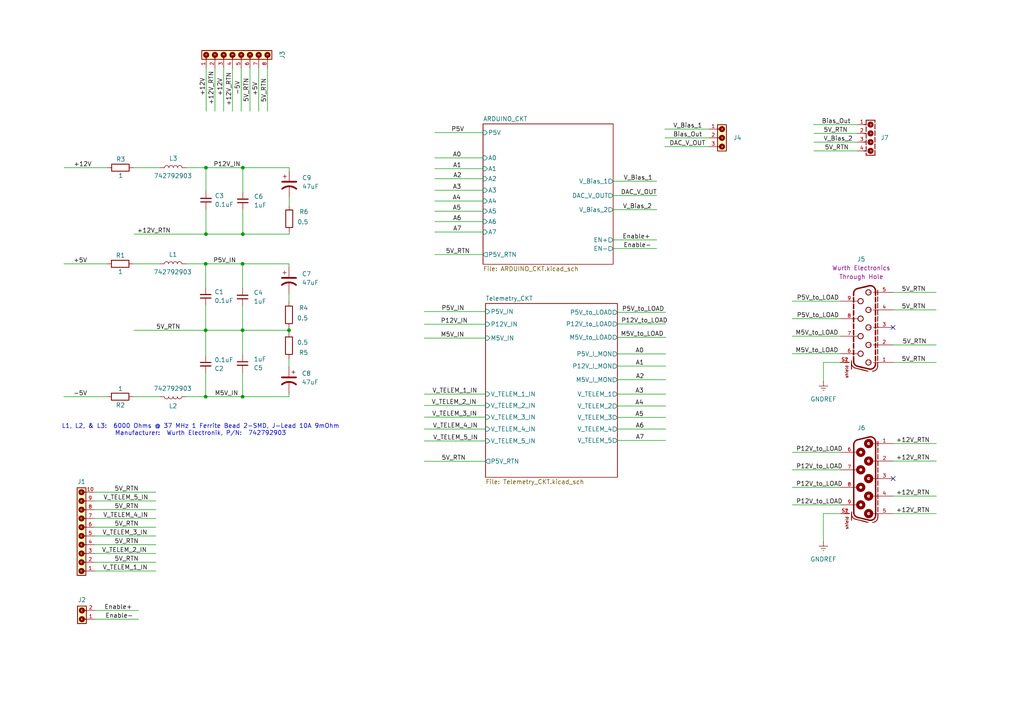
<source format=kicad_sch>
(kicad_sch
	(version 20231120)
	(generator "eeschema")
	(generator_version "8.0")
	(uuid "f176d46b-2907-4a4e-9db6-569e921fbfa7")
	(paper "A4")
	(lib_symbols
		(symbol "Device:C_Polarized_US"
			(pin_numbers hide)
			(pin_names
				(offset 0.254) hide)
			(exclude_from_sim no)
			(in_bom yes)
			(on_board yes)
			(property "Reference" "C"
				(at 0.635 2.54 0)
				(effects
					(font
						(size 1.27 1.27)
					)
					(justify left)
				)
			)
			(property "Value" "C_Polarized_US"
				(at 0.635 -2.54 0)
				(effects
					(font
						(size 1.27 1.27)
					)
					(justify left)
				)
			)
			(property "Footprint" ""
				(at 0 0 0)
				(effects
					(font
						(size 1.27 1.27)
					)
					(hide yes)
				)
			)
			(property "Datasheet" "~"
				(at 0 0 0)
				(effects
					(font
						(size 1.27 1.27)
					)
					(hide yes)
				)
			)
			(property "Description" "Polarized capacitor, US symbol"
				(at 0 0 0)
				(effects
					(font
						(size 1.27 1.27)
					)
					(hide yes)
				)
			)
			(property "ki_keywords" "cap capacitor"
				(at 0 0 0)
				(effects
					(font
						(size 1.27 1.27)
					)
					(hide yes)
				)
			)
			(property "ki_fp_filters" "CP_*"
				(at 0 0 0)
				(effects
					(font
						(size 1.27 1.27)
					)
					(hide yes)
				)
			)
			(symbol "C_Polarized_US_0_1"
				(polyline
					(pts
						(xy -2.032 0.762) (xy 2.032 0.762)
					)
					(stroke
						(width 0.508)
						(type default)
					)
					(fill
						(type none)
					)
				)
				(polyline
					(pts
						(xy -1.778 2.286) (xy -0.762 2.286)
					)
					(stroke
						(width 0)
						(type default)
					)
					(fill
						(type none)
					)
				)
				(polyline
					(pts
						(xy -1.27 1.778) (xy -1.27 2.794)
					)
					(stroke
						(width 0)
						(type default)
					)
					(fill
						(type none)
					)
				)
				(arc
					(start 2.032 -1.27)
					(mid 0 -0.5572)
					(end -2.032 -1.27)
					(stroke
						(width 0.508)
						(type default)
					)
					(fill
						(type none)
					)
				)
			)
			(symbol "C_Polarized_US_1_1"
				(pin passive line
					(at 0 3.81 270)
					(length 2.794)
					(name "~"
						(effects
							(font
								(size 1.27 1.27)
							)
						)
					)
					(number "1"
						(effects
							(font
								(size 1.27 1.27)
							)
						)
					)
				)
				(pin passive line
					(at 0 -3.81 90)
					(length 3.302)
					(name "~"
						(effects
							(font
								(size 1.27 1.27)
							)
						)
					)
					(number "2"
						(effects
							(font
								(size 1.27 1.27)
							)
						)
					)
				)
			)
		)
		(symbol "Device:C_Small"
			(pin_numbers hide)
			(pin_names
				(offset 0.254) hide)
			(exclude_from_sim no)
			(in_bom yes)
			(on_board yes)
			(property "Reference" "C"
				(at 0.254 1.778 0)
				(effects
					(font
						(size 1.27 1.27)
					)
					(justify left)
				)
			)
			(property "Value" "C_Small"
				(at 0.254 -2.032 0)
				(effects
					(font
						(size 1.27 1.27)
					)
					(justify left)
				)
			)
			(property "Footprint" ""
				(at 0 0 0)
				(effects
					(font
						(size 1.27 1.27)
					)
					(hide yes)
				)
			)
			(property "Datasheet" "~"
				(at 0 0 0)
				(effects
					(font
						(size 1.27 1.27)
					)
					(hide yes)
				)
			)
			(property "Description" "Unpolarized capacitor, small symbol"
				(at 0 0 0)
				(effects
					(font
						(size 1.27 1.27)
					)
					(hide yes)
				)
			)
			(property "ki_keywords" "capacitor cap"
				(at 0 0 0)
				(effects
					(font
						(size 1.27 1.27)
					)
					(hide yes)
				)
			)
			(property "ki_fp_filters" "C_*"
				(at 0 0 0)
				(effects
					(font
						(size 1.27 1.27)
					)
					(hide yes)
				)
			)
			(symbol "C_Small_0_1"
				(polyline
					(pts
						(xy -1.524 -0.508) (xy 1.524 -0.508)
					)
					(stroke
						(width 0.3302)
						(type default)
					)
					(fill
						(type none)
					)
				)
				(polyline
					(pts
						(xy -1.524 0.508) (xy 1.524 0.508)
					)
					(stroke
						(width 0.3048)
						(type default)
					)
					(fill
						(type none)
					)
				)
			)
			(symbol "C_Small_1_1"
				(pin passive line
					(at 0 2.54 270)
					(length 2.032)
					(name "~"
						(effects
							(font
								(size 1.27 1.27)
							)
						)
					)
					(number "1"
						(effects
							(font
								(size 1.27 1.27)
							)
						)
					)
				)
				(pin passive line
					(at 0 -2.54 90)
					(length 2.032)
					(name "~"
						(effects
							(font
								(size 1.27 1.27)
							)
						)
					)
					(number "2"
						(effects
							(font
								(size 1.27 1.27)
							)
						)
					)
				)
			)
		)
		(symbol "Device:L"
			(pin_numbers hide)
			(pin_names
				(offset 1.016) hide)
			(exclude_from_sim no)
			(in_bom yes)
			(on_board yes)
			(property "Reference" "L"
				(at -1.27 0 90)
				(effects
					(font
						(size 1.27 1.27)
					)
				)
			)
			(property "Value" "L"
				(at 1.905 0 90)
				(effects
					(font
						(size 1.27 1.27)
					)
				)
			)
			(property "Footprint" ""
				(at 0 0 0)
				(effects
					(font
						(size 1.27 1.27)
					)
					(hide yes)
				)
			)
			(property "Datasheet" "~"
				(at 0 0 0)
				(effects
					(font
						(size 1.27 1.27)
					)
					(hide yes)
				)
			)
			(property "Description" "Inductor"
				(at 0 0 0)
				(effects
					(font
						(size 1.27 1.27)
					)
					(hide yes)
				)
			)
			(property "ki_keywords" "inductor choke coil reactor magnetic"
				(at 0 0 0)
				(effects
					(font
						(size 1.27 1.27)
					)
					(hide yes)
				)
			)
			(property "ki_fp_filters" "Choke_* *Coil* Inductor_* L_*"
				(at 0 0 0)
				(effects
					(font
						(size 1.27 1.27)
					)
					(hide yes)
				)
			)
			(symbol "L_0_1"
				(arc
					(start 0 -2.54)
					(mid 0.6323 -1.905)
					(end 0 -1.27)
					(stroke
						(width 0)
						(type default)
					)
					(fill
						(type none)
					)
				)
				(arc
					(start 0 -1.27)
					(mid 0.6323 -0.635)
					(end 0 0)
					(stroke
						(width 0)
						(type default)
					)
					(fill
						(type none)
					)
				)
				(arc
					(start 0 0)
					(mid 0.6323 0.635)
					(end 0 1.27)
					(stroke
						(width 0)
						(type default)
					)
					(fill
						(type none)
					)
				)
				(arc
					(start 0 1.27)
					(mid 0.6323 1.905)
					(end 0 2.54)
					(stroke
						(width 0)
						(type default)
					)
					(fill
						(type none)
					)
				)
			)
			(symbol "L_1_1"
				(pin passive line
					(at 0 3.81 270)
					(length 1.27)
					(name "1"
						(effects
							(font
								(size 1.27 1.27)
							)
						)
					)
					(number "1"
						(effects
							(font
								(size 1.27 1.27)
							)
						)
					)
				)
				(pin passive line
					(at 0 -3.81 90)
					(length 1.27)
					(name "2"
						(effects
							(font
								(size 1.27 1.27)
							)
						)
					)
					(number "2"
						(effects
							(font
								(size 1.27 1.27)
							)
						)
					)
				)
			)
		)
		(symbol "Device:R"
			(pin_numbers hide)
			(pin_names
				(offset 0)
			)
			(exclude_from_sim no)
			(in_bom yes)
			(on_board yes)
			(property "Reference" "R"
				(at 2.032 0 90)
				(effects
					(font
						(size 1.27 1.27)
					)
				)
			)
			(property "Value" "R"
				(at 0 0 90)
				(effects
					(font
						(size 1.27 1.27)
					)
				)
			)
			(property "Footprint" ""
				(at -1.778 0 90)
				(effects
					(font
						(size 1.27 1.27)
					)
					(hide yes)
				)
			)
			(property "Datasheet" "~"
				(at 0 0 0)
				(effects
					(font
						(size 1.27 1.27)
					)
					(hide yes)
				)
			)
			(property "Description" "Resistor"
				(at 0 0 0)
				(effects
					(font
						(size 1.27 1.27)
					)
					(hide yes)
				)
			)
			(property "ki_keywords" "R res resistor"
				(at 0 0 0)
				(effects
					(font
						(size 1.27 1.27)
					)
					(hide yes)
				)
			)
			(property "ki_fp_filters" "R_*"
				(at 0 0 0)
				(effects
					(font
						(size 1.27 1.27)
					)
					(hide yes)
				)
			)
			(symbol "R_0_1"
				(rectangle
					(start -1.016 -2.54)
					(end 1.016 2.54)
					(stroke
						(width 0.254)
						(type default)
					)
					(fill
						(type none)
					)
				)
			)
			(symbol "R_1_1"
				(pin passive line
					(at 0 3.81 270)
					(length 1.27)
					(name "~"
						(effects
							(font
								(size 1.27 1.27)
							)
						)
					)
					(number "1"
						(effects
							(font
								(size 1.27 1.27)
							)
						)
					)
				)
				(pin passive line
					(at 0 -3.81 90)
					(length 1.27)
					(name "~"
						(effects
							(font
								(size 1.27 1.27)
							)
						)
					)
					(number "2"
						(effects
							(font
								(size 1.27 1.27)
							)
						)
					)
				)
			)
		)
		(symbol "Wurth Elektronik:6130XX11121_61300311121"
			(pin_names
				(offset 1.016)
			)
			(exclude_from_sim no)
			(in_bom yes)
			(on_board yes)
			(property "Reference" "J"
				(at -5.08 -1.778 0)
				(effects
					(font
						(size 1.27 1.27)
					)
					(justify right bottom)
				)
			)
			(property "Value" "61300311121"
				(at 0 0 0)
				(effects
					(font
						(size 1.27 1.27)
					)
					(justify bottom)
					(hide yes)
				)
			)
			(property "Footprint" "6130XX11121_61300311121:61300311121"
				(at 0 0 0)
				(effects
					(font
						(size 1.27 1.27)
					)
					(justify bottom)
					(hide yes)
				)
			)
			(property "Datasheet" ""
				(at 0 0 0)
				(effects
					(font
						(size 1.27 1.27)
					)
					(hide yes)
				)
			)
			(property "Description" ""
				(at 0 0 0)
				(effects
					(font
						(size 1.27 1.27)
					)
					(hide yes)
				)
			)
			(property "ROWS" "Single"
				(at 0 0 0)
				(effects
					(font
						(size 1.27 1.27)
					)
					(justify bottom)
					(hide yes)
				)
			)
			(property "GENDER" "Pin Header"
				(at 0 0 0)
				(effects
					(font
						(size 1.27 1.27)
					)
					(justify bottom)
					(hide yes)
				)
			)
			(property "MOUNT" "THT"
				(at 0 0 0)
				(effects
					(font
						(size 1.27 1.27)
					)
					(justify bottom)
					(hide yes)
				)
			)
			(property "IR" "3A"
				(at 0 0 0)
				(effects
					(font
						(size 1.27 1.27)
					)
					(justify bottom)
					(hide yes)
				)
			)
			(property "PACKAGING" "Bag"
				(at 0 0 0)
				(effects
					(font
						(size 1.27 1.27)
					)
					(justify bottom)
					(hide yes)
				)
			)
			(property "PART-NUMBER" "61300311121"
				(at 0 0 0)
				(effects
					(font
						(size 1.27 1.27)
					)
					(justify bottom)
					(hide yes)
				)
			)
			(property "DATASHEET-URL" "https://www.we-online.com/redexpert/spec/61300311121?ae"
				(at 0 0 0)
				(effects
					(font
						(size 1.27 1.27)
					)
					(justify bottom)
					(hide yes)
				)
			)
			(property "PITCH" "2.54mm"
				(at 0 0 0)
				(effects
					(font
						(size 1.27 1.27)
					)
					(justify bottom)
					(hide yes)
				)
			)
			(property "PINS" "3"
				(at 0 0 0)
				(effects
					(font
						(size 1.27 1.27)
					)
					(justify bottom)
					(hide yes)
				)
			)
			(property "TYPE" "Straight"
				(at 0 0 0)
				(effects
					(font
						(size 1.27 1.27)
					)
					(justify bottom)
					(hide yes)
				)
			)
			(symbol "6130XX11121_61300311121_0_0"
				(rectangle
					(start -3.81 -2.54)
					(end 3.81 0)
					(stroke
						(width 0.254)
						(type default)
					)
					(fill
						(type background)
					)
				)
				(circle
					(center -2.54 -1.27)
					(radius 0.254)
					(stroke
						(width 0.635)
						(type default)
					)
					(fill
						(type none)
					)
				)
				(circle
					(center 0 -1.27)
					(radius 0.254)
					(stroke
						(width 0.635)
						(type default)
					)
					(fill
						(type none)
					)
				)
				(polyline
					(pts
						(xy -2.54 -1.27) (xy -2.54 -2.54)
					)
					(stroke
						(width 0.254)
						(type default)
					)
					(fill
						(type none)
					)
				)
				(polyline
					(pts
						(xy 0 -1.27) (xy 0 -2.54)
					)
					(stroke
						(width 0.254)
						(type default)
					)
					(fill
						(type none)
					)
				)
				(polyline
					(pts
						(xy 2.54 -1.27) (xy 2.54 -2.54)
					)
					(stroke
						(width 0.254)
						(type default)
					)
					(fill
						(type none)
					)
				)
				(circle
					(center 2.54 -1.27)
					(radius 0.254)
					(stroke
						(width 0.635)
						(type default)
					)
					(fill
						(type none)
					)
				)
				(pin passive line
					(at -2.54 -5.08 90)
					(length 2.54)
					(name "~"
						(effects
							(font
								(size 1.016 1.016)
							)
						)
					)
					(number "1"
						(effects
							(font
								(size 1.016 1.016)
							)
						)
					)
				)
				(pin passive line
					(at 0 -5.08 90)
					(length 2.54)
					(name "~"
						(effects
							(font
								(size 1.016 1.016)
							)
						)
					)
					(number "2"
						(effects
							(font
								(size 1.016 1.016)
							)
						)
					)
				)
				(pin passive line
					(at 2.54 -5.08 90)
					(length 2.54)
					(name "~"
						(effects
							(font
								(size 1.016 1.016)
							)
						)
					)
					(number "3"
						(effects
							(font
								(size 1.016 1.016)
							)
						)
					)
				)
			)
		)
		(symbol "Wurth Elektronik:6180XX231121_618009231121"
			(pin_names
				(offset 1.016)
			)
			(exclude_from_sim no)
			(in_bom yes)
			(on_board yes)
			(property "Reference" "J"
				(at 13.78 1.66 0)
				(effects
					(font
						(size 1.27 1.27)
					)
					(justify left bottom)
				)
			)
			(property "Value" "618009231121"
				(at 0 0 0)
				(effects
					(font
						(size 1.27 1.27)
					)
					(justify bottom)
					(hide yes)
				)
			)
			(property "Footprint" "6180XX231121_618009231121:618009231121"
				(at 0 0 0)
				(effects
					(font
						(size 1.27 1.27)
					)
					(justify bottom)
					(hide yes)
				)
			)
			(property "Datasheet" ""
				(at 0 0 0)
				(effects
					(font
						(size 1.27 1.27)
					)
					(hide yes)
				)
			)
			(property "Description" ""
				(at 0 0 0)
				(effects
					(font
						(size 1.27 1.27)
					)
					(hide yes)
				)
			)
			(property "MF" "Würth Elektronik"
				(at 0 0 0)
				(effects
					(font
						(size 1.27 1.27)
					)
					(justify bottom)
					(hide yes)
				)
			)
			(property "Description_1" "\nSOCKET, D SUB, PCB, R/A, 9WAY; No. of Contacts:9Contacts; Gender:Receptacle; Contact Termination Type:Solder; D Sub Shell Size:DE; Product Range:WR-DSUB Series; Connector Body Material:Steel Body; Contact Material:Copper Alloy; Contact Plating:Gold Plated Contacts; SVHC:Lead (15-Jan-2019); Connector Mounting:Through Hole Mount Right Angle; Contact Termination:Solder; D Sub Connector Type:Standard; No. of Mating Cycles:50\n"
				(at 0 0 0)
				(effects
					(font
						(size 1.27 1.27)
					)
					(justify bottom)
					(hide yes)
				)
			)
			(property "Package" "None"
				(at 0 0 0)
				(effects
					(font
						(size 1.27 1.27)
					)
					(justify bottom)
					(hide yes)
				)
			)
			(property "Purchase-URL" "https://www.snapeda.com/api/url_track_click_mouser/?unipart_id=1118240&manufacturer=Würth Elektronik&part_name=618009231121&search_term=618009231121"
				(at 0 0 0)
				(effects
					(font
						(size 1.27 1.27)
					)
					(justify bottom)
					(hide yes)
				)
			)
			(property "GENDER" "Female"
				(at 0 0 0)
				(effects
					(font
						(size 1.27 1.27)
					)
					(justify bottom)
					(hide yes)
				)
			)
			(property "Price" "None"
				(at 0 0 0)
				(effects
					(font
						(size 1.27 1.27)
					)
					(justify bottom)
					(hide yes)
				)
			)
			(property "PART-NUMBER" "618009231121"
				(at 0 0 0)
				(effects
					(font
						(size 1.27 1.27)
					)
					(justify bottom)
					(hide yes)
				)
			)
			(property "SnapEDA_Link" "https://www.snapeda.com/parts/618009231121/Wurth+Elektronik/view-part/?ref=snap"
				(at 0 0 0)
				(effects
					(font
						(size 1.27 1.27)
					)
					(justify bottom)
					(hide yes)
				)
			)
			(property "DATASHEET-URL" "https://www.we-online.com/redexpert/spec/618009231121?ae"
				(at 0 0 0)
				(effects
					(font
						(size 1.27 1.27)
					)
					(justify bottom)
					(hide yes)
				)
			)
			(property "MP" "618009231121"
				(at 0 0 0)
				(effects
					(font
						(size 1.27 1.27)
					)
					(justify bottom)
					(hide yes)
				)
			)
			(property "WORKING-VOLTAGE" "125 V(AC)"
				(at 0 0 0)
				(effects
					(font
						(size 1.27 1.27)
					)
					(justify bottom)
					(hide yes)
				)
			)
			(property "PINS" "9"
				(at 0 0 0)
				(effects
					(font
						(size 1.27 1.27)
					)
					(justify bottom)
					(hide yes)
				)
			)
			(property "WE-NUMBER" "618009231121"
				(at 0 0 0)
				(effects
					(font
						(size 1.27 1.27)
					)
					(justify bottom)
					(hide yes)
				)
			)
			(property "TYPE" "Angled"
				(at 0 0 0)
				(effects
					(font
						(size 1.27 1.27)
					)
					(justify bottom)
					(hide yes)
				)
			)
			(property "Availability" "In Stock"
				(at 0 0 0)
				(effects
					(font
						(size 1.27 1.27)
					)
					(justify bottom)
					(hide yes)
				)
			)
			(property "Check_prices" "https://www.snapeda.com/parts/618009231121/Wurth+Elektronik/view-part/?ref=eda"
				(at 0 0 0)
				(effects
					(font
						(size 1.27 1.27)
					)
					(justify bottom)
					(hide yes)
				)
			)
			(property "Manufacturer" "Wurth Electronics"
				(at 0 0 0)
				(effects
					(font
						(size 1.27 1.27)
					)
				)
			)
			(property "Part Type" "Through Hole"
				(at 0 0 0)
				(effects
					(font
						(size 1.27 1.27)
					)
				)
			)
			(symbol "6180XX231121_618009231121_0_0"
				(arc
					(start -11.2729 -2.6548)
					(mid -10.7468 -3.4839)
					(end -9.8131 -3.81)
					(stroke
						(width 0.4064)
						(type default)
					)
					(fill
						(type none)
					)
				)
				(arc
					(start -10.6044 2.54)
					(mid -11.7806 1.9708)
					(end -12.0642 0.6952)
					(stroke
						(width 0.4064)
						(type default)
					)
					(fill
						(type none)
					)
				)
				(circle
					(center -10.16 0.508)
					(radius 0.762)
					(stroke
						(width 0.254)
						(type default)
					)
					(fill
						(type none)
					)
				)
				(circle
					(center -7.62 -1.778)
					(radius 0.762)
					(stroke
						(width 0.254)
						(type default)
					)
					(fill
						(type none)
					)
				)
				(circle
					(center -5.08 0.508)
					(radius 0.762)
					(stroke
						(width 0.254)
						(type default)
					)
					(fill
						(type none)
					)
				)
				(circle
					(center -2.54 -1.778)
					(radius 0.762)
					(stroke
						(width 0.254)
						(type default)
					)
					(fill
						(type none)
					)
				)
				(polyline
					(pts
						(xy -11.7108 -0.8009) (xy -12.0642 0.6952)
					)
					(stroke
						(width 0.4064)
						(type default)
					)
					(fill
						(type none)
					)
				)
				(polyline
					(pts
						(xy -11.2729 -2.6548) (xy -11.9182 0.0772)
					)
					(stroke
						(width 0.4064)
						(type default)
					)
					(fill
						(type none)
					)
				)
				(polyline
					(pts
						(xy -10.795 3.175) (xy -9.4305 3.175)
					)
					(stroke
						(width 0.254)
						(type default)
					)
					(fill
						(type none)
					)
				)
				(polyline
					(pts
						(xy -10.6044 2.54) (xy -9.3113 2.54)
					)
					(stroke
						(width 0.4064)
						(type default)
					)
					(fill
						(type none)
					)
				)
				(polyline
					(pts
						(xy -10.16 0.675) (xy -10.16 1.3)
					)
					(stroke
						(width 0.1524)
						(type default)
					)
					(fill
						(type none)
					)
				)
				(polyline
					(pts
						(xy -10.16 2.58) (xy -10.16 1.935)
					)
					(stroke
						(width 0.1524)
						(type default)
					)
					(fill
						(type none)
					)
				)
				(polyline
					(pts
						(xy -9.237 -3.81) (xy -9.8131 -3.81)
					)
					(stroke
						(width 0.4064)
						(type default)
					)
					(fill
						(type none)
					)
				)
				(polyline
					(pts
						(xy -8.89 3.175) (xy -7.5255 3.175)
					)
					(stroke
						(width 0.254)
						(type default)
					)
					(fill
						(type none)
					)
				)
				(polyline
					(pts
						(xy -8.6994 2.54) (xy -7.4063 2.54)
					)
					(stroke
						(width 0.4064)
						(type default)
					)
					(fill
						(type none)
					)
				)
				(polyline
					(pts
						(xy -7.332 -3.81) (xy -8.6596 -3.81)
					)
					(stroke
						(width 0.4064)
						(type default)
					)
					(fill
						(type none)
					)
				)
				(polyline
					(pts
						(xy -6.985 3.175) (xy -5.6205 3.175)
					)
					(stroke
						(width 0.254)
						(type default)
					)
					(fill
						(type none)
					)
				)
				(polyline
					(pts
						(xy -6.7944 2.54) (xy -5.5013 2.54)
					)
					(stroke
						(width 0.4064)
						(type default)
					)
					(fill
						(type none)
					)
				)
				(polyline
					(pts
						(xy -5.427 -3.81) (xy -6.7546 -3.81)
					)
					(stroke
						(width 0.4064)
						(type default)
					)
					(fill
						(type none)
					)
				)
				(polyline
					(pts
						(xy -5.08 0.675) (xy -5.08 1.3)
					)
					(stroke
						(width 0.1524)
						(type default)
					)
					(fill
						(type none)
					)
				)
				(polyline
					(pts
						(xy -5.08 2.58) (xy -5.08 1.935)
					)
					(stroke
						(width 0.1524)
						(type default)
					)
					(fill
						(type none)
					)
				)
				(polyline
					(pts
						(xy -5.08 3.175) (xy -3.7155 3.175)
					)
					(stroke
						(width 0.254)
						(type default)
					)
					(fill
						(type none)
					)
				)
				(polyline
					(pts
						(xy -4.8894 2.54) (xy -3.5963 2.54)
					)
					(stroke
						(width 0.4064)
						(type default)
					)
					(fill
						(type none)
					)
				)
				(polyline
					(pts
						(xy -3.522 -3.81) (xy -4.8496 -3.81)
					)
					(stroke
						(width 0.4064)
						(type default)
					)
					(fill
						(type none)
					)
				)
				(polyline
					(pts
						(xy -3.175 3.175) (xy -1.8105 3.175)
					)
					(stroke
						(width 0.254)
						(type default)
					)
					(fill
						(type none)
					)
				)
				(polyline
					(pts
						(xy -2.9844 2.54) (xy -1.6913 2.54)
					)
					(stroke
						(width 0.4064)
						(type default)
					)
					(fill
						(type none)
					)
				)
				(polyline
					(pts
						(xy -1.617 -3.81) (xy -2.9446 -3.81)
					)
					(stroke
						(width 0.4064)
						(type default)
					)
					(fill
						(type none)
					)
				)
				(polyline
					(pts
						(xy -1.27 3.175) (xy 0.0945 3.175)
					)
					(stroke
						(width 0.254)
						(type default)
					)
					(fill
						(type none)
					)
				)
				(polyline
					(pts
						(xy -1.0794 2.54) (xy 0.2137 2.54)
					)
					(stroke
						(width 0.4064)
						(type default)
					)
					(fill
						(type none)
					)
				)
				(polyline
					(pts
						(xy 0 0.675) (xy 0 1.3)
					)
					(stroke
						(width 0.1524)
						(type default)
					)
					(fill
						(type none)
					)
				)
				(polyline
					(pts
						(xy 0 2.58) (xy 0 1.935)
					)
					(stroke
						(width 0.1524)
						(type default)
					)
					(fill
						(type none)
					)
				)
				(polyline
					(pts
						(xy 0.288 -3.81) (xy -1.0396 -3.81)
					)
					(stroke
						(width 0.4064)
						(type default)
					)
					(fill
						(type none)
					)
				)
				(polyline
					(pts
						(xy 0.635 3.175) (xy 1.9996 3.175)
					)
					(stroke
						(width 0.254)
						(type default)
					)
					(fill
						(type none)
					)
				)
				(polyline
					(pts
						(xy 0.8256 2.54) (xy 2.1187 2.54)
					)
					(stroke
						(width 0.4064)
						(type default)
					)
					(fill
						(type none)
					)
				)
				(polyline
					(pts
						(xy 2.1931 -3.81) (xy 0.8654 -3.81)
					)
					(stroke
						(width 0.4064)
						(type default)
					)
					(fill
						(type none)
					)
				)
				(polyline
					(pts
						(xy 2.54 3.175) (xy 3.9046 3.175)
					)
					(stroke
						(width 0.254)
						(type default)
					)
					(fill
						(type none)
					)
				)
				(polyline
					(pts
						(xy 2.7306 2.54) (xy 4.0237 2.54)
					)
					(stroke
						(width 0.4064)
						(type default)
					)
					(fill
						(type none)
					)
				)
				(polyline
					(pts
						(xy 4.0981 -3.81) (xy 2.7704 -3.81)
					)
					(stroke
						(width 0.4064)
						(type default)
					)
					(fill
						(type none)
					)
				)
				(polyline
					(pts
						(xy 4.445 3.175) (xy 5.8096 3.175)
					)
					(stroke
						(width 0.254)
						(type default)
					)
					(fill
						(type none)
					)
				)
				(polyline
					(pts
						(xy 4.6356 2.54) (xy 5.9287 2.54)
					)
					(stroke
						(width 0.4064)
						(type default)
					)
					(fill
						(type none)
					)
				)
				(polyline
					(pts
						(xy 5.08 0.675) (xy 5.08 1.3)
					)
					(stroke
						(width 0.1524)
						(type default)
					)
					(fill
						(type none)
					)
				)
				(polyline
					(pts
						(xy 5.08 2.58) (xy 5.08 1.935)
					)
					(stroke
						(width 0.1524)
						(type default)
					)
					(fill
						(type none)
					)
				)
				(polyline
					(pts
						(xy 6.0031 -3.81) (xy 4.6754 -3.81)
					)
					(stroke
						(width 0.4064)
						(type default)
					)
					(fill
						(type none)
					)
				)
				(polyline
					(pts
						(xy 6.35 3.175) (xy 7.7146 3.175)
					)
					(stroke
						(width 0.254)
						(type default)
					)
					(fill
						(type none)
					)
				)
				(polyline
					(pts
						(xy 6.5406 2.54) (xy 7.8337 2.54)
					)
					(stroke
						(width 0.4064)
						(type default)
					)
					(fill
						(type none)
					)
				)
				(polyline
					(pts
						(xy 7.9081 -3.81) (xy 6.5804 -3.81)
					)
					(stroke
						(width 0.4064)
						(type default)
					)
					(fill
						(type none)
					)
				)
				(polyline
					(pts
						(xy 8.255 3.175) (xy 9.6196 3.175)
					)
					(stroke
						(width 0.254)
						(type default)
					)
					(fill
						(type none)
					)
				)
				(polyline
					(pts
						(xy 8.4456 2.54) (xy 9.7387 2.54)
					)
					(stroke
						(width 0.4064)
						(type default)
					)
					(fill
						(type none)
					)
				)
				(polyline
					(pts
						(xy 9.8131 -3.81) (xy 8.4854 -3.81)
					)
					(stroke
						(width 0.4064)
						(type default)
					)
					(fill
						(type none)
					)
				)
				(polyline
					(pts
						(xy 10.16 -6.35) (xy 10.16 -5.08)
					)
					(stroke
						(width 0.254)
						(type default)
					)
					(fill
						(type none)
					)
				)
				(polyline
					(pts
						(xy 10.16 -4.445) (xy 10.16 -4.445)
					)
					(stroke
						(width 0.254)
						(type default)
					)
					(fill
						(type none)
					)
				)
				(polyline
					(pts
						(xy 10.16 0.675) (xy 10.16 1.3)
					)
					(stroke
						(width 0.1524)
						(type default)
					)
					(fill
						(type none)
					)
				)
				(polyline
					(pts
						(xy 10.16 2.58) (xy 10.16 1.935)
					)
					(stroke
						(width 0.1524)
						(type default)
					)
					(fill
						(type none)
					)
				)
				(polyline
					(pts
						(xy 10.16 3.175) (xy 11.2 3.175)
					)
					(stroke
						(width 0.254)
						(type default)
					)
					(fill
						(type none)
					)
				)
				(polyline
					(pts
						(xy 10.2 -4.44) (xy 9.6938 -4.44)
					)
					(stroke
						(width 0.254)
						(type default)
					)
					(fill
						(type none)
					)
				)
				(polyline
					(pts
						(xy 10.3506 2.54) (xy 10.6044 2.54)
					)
					(stroke
						(width 0.4064)
						(type default)
					)
					(fill
						(type none)
					)
				)
				(polyline
					(pts
						(xy 11.6263 -1.1588) (xy 11.2729 -2.6548)
					)
					(stroke
						(width 0.4064)
						(type default)
					)
					(fill
						(type none)
					)
				)
				(polyline
					(pts
						(xy 11.7841 -3.3038) (xy 12.546 -0.256)
					)
					(stroke
						(width 0.254)
						(type default)
					)
					(fill
						(type none)
					)
				)
				(polyline
					(pts
						(xy 12.0642 0.6952) (xy 11.4189 -2.0369)
					)
					(stroke
						(width 0.4064)
						(type default)
					)
					(fill
						(type none)
					)
				)
				(polyline
					(pts
						(xy 12.105 -4.44) (xy 10.3288 -4.44)
					)
					(stroke
						(width 0.254)
						(type default)
					)
					(fill
						(type none)
					)
				)
				(polyline
					(pts
						(xy 12.2461 -1.4557) (xy 12.7 0.36)
					)
					(stroke
						(width 0.254)
						(type default)
					)
					(fill
						(type none)
					)
				)
				(circle
					(center 0 0.508)
					(radius 0.762)
					(stroke
						(width 0.254)
						(type default)
					)
					(fill
						(type none)
					)
				)
				(circle
					(center 2.54 -1.778)
					(radius 0.762)
					(stroke
						(width 0.254)
						(type default)
					)
					(fill
						(type none)
					)
				)
				(circle
					(center 5.08 0.508)
					(radius 0.762)
					(stroke
						(width 0.254)
						(type default)
					)
					(fill
						(type none)
					)
				)
				(circle
					(center 7.62 -1.778)
					(radius 0.762)
					(stroke
						(width 0.254)
						(type default)
					)
					(fill
						(type none)
					)
				)
				(arc
					(start 9.8131 -3.81)
					(mid 10.7409 -3.4886)
					(end 11.2729 -2.6548)
					(stroke
						(width 0.4064)
						(type default)
					)
					(fill
						(type none)
					)
				)
				(circle
					(center 10.16 0.508)
					(radius 0.762)
					(stroke
						(width 0.254)
						(type default)
					)
					(fill
						(type none)
					)
				)
				(arc
					(start 10.3288 -4.44)
					(mid 11.2525 -4.1228)
					(end 11.7841 -3.3038)
					(stroke
						(width 0.254)
						(type default)
					)
					(fill
						(type none)
					)
				)
				(arc
					(start 12.0642 0.6952)
					(mid 11.7783 1.9738)
					(end 10.6044 2.54)
					(stroke
						(width 0.4064)
						(type default)
					)
					(fill
						(type none)
					)
				)
				(arc
					(start 12.7 1.675)
					(mid 12.2607 2.7357)
					(end 11.2 3.175)
					(stroke
						(width 0.254)
						(type default)
					)
					(fill
						(type none)
					)
				)
				(text "shield"
					(at 10.9 -5.32 0)
					(effects
						(font
							(size 0.8128 0.8128)
						)
						(justify left bottom)
					)
				)
				(pin bidirectional line
					(at 10.16 7.62 270)
					(length 5.08)
					(name "~"
						(effects
							(font
								(size 1.016 1.016)
							)
						)
					)
					(number "1"
						(effects
							(font
								(size 1.016 1.016)
							)
						)
					)
				)
				(pin bidirectional line
					(at 5.08 7.62 270)
					(length 5.08)
					(name "~"
						(effects
							(font
								(size 1.016 1.016)
							)
						)
					)
					(number "2"
						(effects
							(font
								(size 1.016 1.016)
							)
						)
					)
				)
				(pin bidirectional line
					(at 0 7.62 270)
					(length 5.08)
					(name "~"
						(effects
							(font
								(size 1.016 1.016)
							)
						)
					)
					(number "3"
						(effects
							(font
								(size 1.016 1.016)
							)
						)
					)
				)
				(pin bidirectional line
					(at -5.08 7.62 270)
					(length 5.08)
					(name "~"
						(effects
							(font
								(size 1.016 1.016)
							)
						)
					)
					(number "4"
						(effects
							(font
								(size 1.016 1.016)
							)
						)
					)
				)
				(pin bidirectional line
					(at -10.16 7.62 270)
					(length 5.08)
					(name "~"
						(effects
							(font
								(size 1.016 1.016)
							)
						)
					)
					(number "5"
						(effects
							(font
								(size 1.016 1.016)
							)
						)
					)
				)
				(pin bidirectional line
					(at 7.62 -7.62 90)
					(length 5.08)
					(name "~"
						(effects
							(font
								(size 1.016 1.016)
							)
						)
					)
					(number "6"
						(effects
							(font
								(size 1.016 1.016)
							)
						)
					)
				)
				(pin bidirectional line
					(at 2.54 -7.62 90)
					(length 5.08)
					(name "~"
						(effects
							(font
								(size 1.016 1.016)
							)
						)
					)
					(number "7"
						(effects
							(font
								(size 1.016 1.016)
							)
						)
					)
				)
				(pin bidirectional line
					(at -2.54 -7.62 90)
					(length 5.08)
					(name "~"
						(effects
							(font
								(size 1.016 1.016)
							)
						)
					)
					(number "8"
						(effects
							(font
								(size 1.016 1.016)
							)
						)
					)
				)
				(pin bidirectional line
					(at -7.62 -7.62 90)
					(length 5.08)
					(name "~"
						(effects
							(font
								(size 1.016 1.016)
							)
						)
					)
					(number "9"
						(effects
							(font
								(size 1.016 1.016)
							)
						)
					)
				)
				(pin bidirectional line
					(at 10.16 -7.62 90)
					(length 2.54)
					(name "~"
						(effects
							(font
								(size 1.016 1.016)
							)
						)
					)
					(number "S1"
						(effects
							(font
								(size 1.016 1.016)
							)
						)
					)
				)
				(pin bidirectional line
					(at 10.16 -7.62 90)
					(length 2.54)
					(name "~"
						(effects
							(font
								(size 1.016 1.016)
							)
						)
					)
					(number "S2"
						(effects
							(font
								(size 1.016 1.016)
							)
						)
					)
				)
			)
		)
		(symbol "Wurth Elektronik:6180XX231221_618009231221"
			(pin_names
				(offset 1.016)
			)
			(exclude_from_sim no)
			(in_bom yes)
			(on_board yes)
			(property "Reference" "J"
				(at 13.78 1.66 0)
				(effects
					(font
						(size 1.27 1.27)
					)
					(justify left bottom)
				)
			)
			(property "Value" "618009231221"
				(at 0 0 0)
				(effects
					(font
						(size 1.27 1.27)
					)
					(justify bottom)
					(hide yes)
				)
			)
			(property "Footprint" "6180XX231221_618009231221:618009231221"
				(at 0 0 0)
				(effects
					(font
						(size 1.27 1.27)
					)
					(justify bottom)
					(hide yes)
				)
			)
			(property "Datasheet" ""
				(at 0 0 0)
				(effects
					(font
						(size 1.27 1.27)
					)
					(hide yes)
				)
			)
			(property "Description" ""
				(at 0 0 0)
				(effects
					(font
						(size 1.27 1.27)
					)
					(hide yes)
				)
			)
			(property "MF" "Wurth Electronics"
				(at 0 0 0)
				(effects
					(font
						(size 1.27 1.27)
					)
					(justify bottom)
					(hide yes)
				)
			)
			(property "Description_1" "09 pins, right angled, 8.08mm, with hex screw"
				(at 0 0 0)
				(effects
					(font
						(size 1.27 1.27)
					)
					(justify bottom)
					(hide yes)
				)
			)
			(property "Package" "None"
				(at 0 0 0)
				(effects
					(font
						(size 1.27 1.27)
					)
					(justify bottom)
					(hide yes)
				)
			)
			(property "Purchase-URL" "https://www.snapeda.com/api/url_track_click_mouser/?unipart_id=604355&manufacturer=Wurth Electronics&part_name=618009231221&search_term=618009231221"
				(at 0 0 0)
				(effects
					(font
						(size 1.27 1.27)
					)
					(justify bottom)
					(hide yes)
				)
			)
			(property "GENDER" "Male"
				(at 0 0 0)
				(effects
					(font
						(size 1.27 1.27)
					)
					(justify bottom)
					(hide yes)
				)
			)
			(property "Price" "None"
				(at 0 0 0)
				(effects
					(font
						(size 1.27 1.27)
					)
					(justify bottom)
					(hide yes)
				)
			)
			(property "PART-NUMBER" "618009231221"
				(at 0 0 0)
				(effects
					(font
						(size 1.27 1.27)
					)
					(justify bottom)
					(hide yes)
				)
			)
			(property "SnapEDA_Link" "https://www.snapeda.com/parts/618009231221/Wurth+Electronics/view-part/?ref=snap"
				(at 0 0 0)
				(effects
					(font
						(size 1.27 1.27)
					)
					(justify bottom)
					(hide yes)
				)
			)
			(property "DATASHEET-URL" "https://www.we-online.com/redexpert/spec/618009231221?ae"
				(at 0 0 0)
				(effects
					(font
						(size 1.27 1.27)
					)
					(justify bottom)
					(hide yes)
				)
			)
			(property "MP" "618009231221"
				(at 0 0 0)
				(effects
					(font
						(size 1.27 1.27)
					)
					(justify bottom)
					(hide yes)
				)
			)
			(property "WORKING-VOLTAGE" "125 V(AC)"
				(at 0 0 0)
				(effects
					(font
						(size 1.27 1.27)
					)
					(justify bottom)
					(hide yes)
				)
			)
			(property "PINS" "9"
				(at 0 0 0)
				(effects
					(font
						(size 1.27 1.27)
					)
					(justify bottom)
					(hide yes)
				)
			)
			(property "WE-NUMBER" "618009231221"
				(at 0 0 0)
				(effects
					(font
						(size 1.27 1.27)
					)
					(justify bottom)
					(hide yes)
				)
			)
			(property "TYPE" "Angled"
				(at 0 0 0)
				(effects
					(font
						(size 1.27 1.27)
					)
					(justify bottom)
					(hide yes)
				)
			)
			(property "Availability" "In Stock"
				(at 0 0 0)
				(effects
					(font
						(size 1.27 1.27)
					)
					(justify bottom)
					(hide yes)
				)
			)
			(property "Check_prices" "https://www.snapeda.com/parts/618009231221/Wurth+Electronics/view-part/?ref=eda"
				(at 0 0 0)
				(effects
					(font
						(size 1.27 1.27)
					)
					(justify bottom)
					(hide yes)
				)
			)
			(symbol "6180XX231221_618009231221_0_0"
				(arc
					(start -11.2729 -2.6548)
					(mid -10.7468 -3.4839)
					(end -9.8131 -3.81)
					(stroke
						(width 0.4064)
						(type default)
					)
					(fill
						(type none)
					)
				)
				(arc
					(start -10.6044 2.54)
					(mid -11.7806 1.9708)
					(end -12.0642 0.6952)
					(stroke
						(width 0.4064)
						(type default)
					)
					(fill
						(type none)
					)
				)
				(circle
					(center -10.16 0.508)
					(radius 0.4318)
					(stroke
						(width 0.9144)
						(type default)
					)
					(fill
						(type none)
					)
				)
				(circle
					(center -10.16 0.508)
					(radius 0.762)
					(stroke
						(width 0.254)
						(type default)
					)
					(fill
						(type none)
					)
				)
				(circle
					(center -7.62 -1.778)
					(radius 0.4318)
					(stroke
						(width 0.9144)
						(type default)
					)
					(fill
						(type none)
					)
				)
				(circle
					(center -7.62 -1.778)
					(radius 0.762)
					(stroke
						(width 0.254)
						(type default)
					)
					(fill
						(type none)
					)
				)
				(circle
					(center -5.08 0.508)
					(radius 0.4318)
					(stroke
						(width 0.9144)
						(type default)
					)
					(fill
						(type none)
					)
				)
				(circle
					(center -5.08 0.508)
					(radius 0.762)
					(stroke
						(width 0.254)
						(type default)
					)
					(fill
						(type none)
					)
				)
				(circle
					(center -2.54 -1.778)
					(radius 0.4318)
					(stroke
						(width 0.9144)
						(type default)
					)
					(fill
						(type none)
					)
				)
				(circle
					(center -2.54 -1.778)
					(radius 0.762)
					(stroke
						(width 0.254)
						(type default)
					)
					(fill
						(type none)
					)
				)
				(polyline
					(pts
						(xy -11.2729 -2.6548) (xy -12.0642 0.6952)
					)
					(stroke
						(width 0.4064)
						(type default)
					)
					(fill
						(type none)
					)
				)
				(polyline
					(pts
						(xy -10.795 3.175) (xy -9.4305 3.175)
					)
					(stroke
						(width 0.254)
						(type default)
					)
					(fill
						(type none)
					)
				)
				(polyline
					(pts
						(xy -10.6044 2.54) (xy 10.6044 2.54)
					)
					(stroke
						(width 0.4064)
						(type default)
					)
					(fill
						(type none)
					)
				)
				(polyline
					(pts
						(xy -10.16 2.58) (xy -10.16 0.4)
					)
					(stroke
						(width 0.1524)
						(type default)
					)
					(fill
						(type none)
					)
				)
				(polyline
					(pts
						(xy -8.89 3.175) (xy -7.5255 3.175)
					)
					(stroke
						(width 0.254)
						(type default)
					)
					(fill
						(type none)
					)
				)
				(polyline
					(pts
						(xy -6.985 3.175) (xy -5.6205 3.175)
					)
					(stroke
						(width 0.254)
						(type default)
					)
					(fill
						(type none)
					)
				)
				(polyline
					(pts
						(xy -5.08 2.58) (xy -5.08 0.4)
					)
					(stroke
						(width 0.1524)
						(type default)
					)
					(fill
						(type none)
					)
				)
				(polyline
					(pts
						(xy -5.08 3.175) (xy -3.7155 3.175)
					)
					(stroke
						(width 0.254)
						(type default)
					)
					(fill
						(type none)
					)
				)
				(polyline
					(pts
						(xy -3.175 3.175) (xy -1.8105 3.175)
					)
					(stroke
						(width 0.254)
						(type default)
					)
					(fill
						(type none)
					)
				)
				(polyline
					(pts
						(xy -1.27 3.175) (xy 0.0945 3.175)
					)
					(stroke
						(width 0.254)
						(type default)
					)
					(fill
						(type none)
					)
				)
				(polyline
					(pts
						(xy 0 2.58) (xy 0 0.4)
					)
					(stroke
						(width 0.1524)
						(type default)
					)
					(fill
						(type none)
					)
				)
				(polyline
					(pts
						(xy 0.635 3.175) (xy 1.9996 3.175)
					)
					(stroke
						(width 0.254)
						(type default)
					)
					(fill
						(type none)
					)
				)
				(polyline
					(pts
						(xy 2.54 3.175) (xy 3.9046 3.175)
					)
					(stroke
						(width 0.254)
						(type default)
					)
					(fill
						(type none)
					)
				)
				(polyline
					(pts
						(xy 4.445 3.175) (xy 5.8096 3.175)
					)
					(stroke
						(width 0.254)
						(type default)
					)
					(fill
						(type none)
					)
				)
				(polyline
					(pts
						(xy 5.08 2.58) (xy 5.08 0.4)
					)
					(stroke
						(width 0.1524)
						(type default)
					)
					(fill
						(type none)
					)
				)
				(polyline
					(pts
						(xy 6.35 3.175) (xy 7.7146 3.175)
					)
					(stroke
						(width 0.254)
						(type default)
					)
					(fill
						(type none)
					)
				)
				(polyline
					(pts
						(xy 8.255 3.175) (xy 9.6196 3.175)
					)
					(stroke
						(width 0.254)
						(type default)
					)
					(fill
						(type none)
					)
				)
				(polyline
					(pts
						(xy 9.8131 -3.81) (xy -9.8131 -3.81)
					)
					(stroke
						(width 0.4064)
						(type default)
					)
					(fill
						(type none)
					)
				)
				(polyline
					(pts
						(xy 10.16 -6.35) (xy 10.16 -5.08)
					)
					(stroke
						(width 0.254)
						(type default)
					)
					(fill
						(type none)
					)
				)
				(polyline
					(pts
						(xy 10.16 -4.445) (xy 10.16 -4.445)
					)
					(stroke
						(width 0.254)
						(type default)
					)
					(fill
						(type none)
					)
				)
				(polyline
					(pts
						(xy 10.16 2.58) (xy 10.16 0.4)
					)
					(stroke
						(width 0.1524)
						(type default)
					)
					(fill
						(type none)
					)
				)
				(polyline
					(pts
						(xy 10.16 3.175) (xy 11.2 3.175)
					)
					(stroke
						(width 0.254)
						(type default)
					)
					(fill
						(type none)
					)
				)
				(polyline
					(pts
						(xy 10.2 -4.44) (xy 9.6938 -4.44)
					)
					(stroke
						(width 0.254)
						(type default)
					)
					(fill
						(type none)
					)
				)
				(polyline
					(pts
						(xy 11.7841 -3.3038) (xy 12.546 -0.256)
					)
					(stroke
						(width 0.254)
						(type default)
					)
					(fill
						(type none)
					)
				)
				(polyline
					(pts
						(xy 12.0642 0.6952) (xy 11.2729 -2.6548)
					)
					(stroke
						(width 0.4064)
						(type default)
					)
					(fill
						(type none)
					)
				)
				(polyline
					(pts
						(xy 12.105 -4.44) (xy 10.3288 -4.44)
					)
					(stroke
						(width 0.254)
						(type default)
					)
					(fill
						(type none)
					)
				)
				(polyline
					(pts
						(xy 12.2461 -1.4557) (xy 12.7 0.36)
					)
					(stroke
						(width 0.254)
						(type default)
					)
					(fill
						(type none)
					)
				)
				(circle
					(center 0 0.508)
					(radius 0.4318)
					(stroke
						(width 0.9144)
						(type default)
					)
					(fill
						(type none)
					)
				)
				(circle
					(center 0 0.508)
					(radius 0.762)
					(stroke
						(width 0.254)
						(type default)
					)
					(fill
						(type none)
					)
				)
				(circle
					(center 2.54 -1.778)
					(radius 0.4318)
					(stroke
						(width 0.9144)
						(type default)
					)
					(fill
						(type none)
					)
				)
				(circle
					(center 2.54 -1.778)
					(radius 0.762)
					(stroke
						(width 0.254)
						(type default)
					)
					(fill
						(type none)
					)
				)
				(circle
					(center 5.08 0.508)
					(radius 0.4318)
					(stroke
						(width 0.9144)
						(type default)
					)
					(fill
						(type none)
					)
				)
				(circle
					(center 5.08 0.508)
					(radius 0.762)
					(stroke
						(width 0.254)
						(type default)
					)
					(fill
						(type none)
					)
				)
				(circle
					(center 7.62 -1.778)
					(radius 0.4318)
					(stroke
						(width 0.9144)
						(type default)
					)
					(fill
						(type none)
					)
				)
				(circle
					(center 7.62 -1.778)
					(radius 0.762)
					(stroke
						(width 0.254)
						(type default)
					)
					(fill
						(type none)
					)
				)
				(arc
					(start 9.8131 -3.81)
					(mid 10.7409 -3.4886)
					(end 11.2729 -2.6548)
					(stroke
						(width 0.4064)
						(type default)
					)
					(fill
						(type none)
					)
				)
				(circle
					(center 10.16 0.508)
					(radius 0.4318)
					(stroke
						(width 0.9144)
						(type default)
					)
					(fill
						(type none)
					)
				)
				(circle
					(center 10.16 0.508)
					(radius 0.762)
					(stroke
						(width 0.254)
						(type default)
					)
					(fill
						(type none)
					)
				)
				(arc
					(start 10.3288 -4.44)
					(mid 11.2525 -4.1228)
					(end 11.7841 -3.3038)
					(stroke
						(width 0.254)
						(type default)
					)
					(fill
						(type none)
					)
				)
				(arc
					(start 12.0642 0.6952)
					(mid 11.7783 1.9738)
					(end 10.6044 2.54)
					(stroke
						(width 0.4064)
						(type default)
					)
					(fill
						(type none)
					)
				)
				(arc
					(start 12.7 1.675)
					(mid 12.2607 2.7357)
					(end 11.2 3.175)
					(stroke
						(width 0.254)
						(type default)
					)
					(fill
						(type none)
					)
				)
				(text "shield"
					(at 10.9 -5.32 0)
					(effects
						(font
							(size 0.8128 0.8128)
						)
						(justify left bottom)
					)
				)
				(pin bidirectional line
					(at -10.16 7.62 270)
					(length 5.08)
					(name "~"
						(effects
							(font
								(size 1.016 1.016)
							)
						)
					)
					(number "1"
						(effects
							(font
								(size 1.016 1.016)
							)
						)
					)
				)
				(pin bidirectional line
					(at -5.08 7.62 270)
					(length 5.08)
					(name "~"
						(effects
							(font
								(size 1.016 1.016)
							)
						)
					)
					(number "2"
						(effects
							(font
								(size 1.016 1.016)
							)
						)
					)
				)
				(pin bidirectional line
					(at 0 7.62 270)
					(length 5.08)
					(name "~"
						(effects
							(font
								(size 1.016 1.016)
							)
						)
					)
					(number "3"
						(effects
							(font
								(size 1.016 1.016)
							)
						)
					)
				)
				(pin bidirectional line
					(at 5.08 7.62 270)
					(length 5.08)
					(name "~"
						(effects
							(font
								(size 1.016 1.016)
							)
						)
					)
					(number "4"
						(effects
							(font
								(size 1.016 1.016)
							)
						)
					)
				)
				(pin bidirectional line
					(at 10.16 7.62 270)
					(length 5.08)
					(name "~"
						(effects
							(font
								(size 1.016 1.016)
							)
						)
					)
					(number "5"
						(effects
							(font
								(size 1.016 1.016)
							)
						)
					)
				)
				(pin bidirectional line
					(at -7.62 -7.62 90)
					(length 5.08)
					(name "~"
						(effects
							(font
								(size 1.016 1.016)
							)
						)
					)
					(number "6"
						(effects
							(font
								(size 1.016 1.016)
							)
						)
					)
				)
				(pin bidirectional line
					(at -2.54 -7.62 90)
					(length 5.08)
					(name "~"
						(effects
							(font
								(size 1.016 1.016)
							)
						)
					)
					(number "7"
						(effects
							(font
								(size 1.016 1.016)
							)
						)
					)
				)
				(pin bidirectional line
					(at 2.54 -7.62 90)
					(length 5.08)
					(name "~"
						(effects
							(font
								(size 1.016 1.016)
							)
						)
					)
					(number "8"
						(effects
							(font
								(size 1.016 1.016)
							)
						)
					)
				)
				(pin bidirectional line
					(at 7.62 -7.62 90)
					(length 5.08)
					(name "~"
						(effects
							(font
								(size 1.016 1.016)
							)
						)
					)
					(number "9"
						(effects
							(font
								(size 1.016 1.016)
							)
						)
					)
				)
				(pin bidirectional line
					(at 10.16 -7.62 90)
					(length 2.54)
					(name "~"
						(effects
							(font
								(size 1.016 1.016)
							)
						)
					)
					(number "S1"
						(effects
							(font
								(size 1.016 1.016)
							)
						)
					)
				)
				(pin bidirectional line
					(at 10.16 -7.62 90)
					(length 2.54)
					(name "~"
						(effects
							(font
								(size 1.016 1.016)
							)
						)
					)
					(number "S2"
						(effects
							(font
								(size 1.016 1.016)
							)
						)
					)
				)
			)
		)
		(symbol "Wurth Elektronik:691313510010"
			(pin_names
				(offset 1.016)
			)
			(exclude_from_sim no)
			(in_bom yes)
			(on_board yes)
			(property "Reference" "J"
				(at -12.61 -1.205 0)
				(effects
					(font
						(size 1.27 1.27)
					)
					(justify right bottom)
				)
			)
			(property "Value" "691313510010"
				(at 0 0 0)
				(effects
					(font
						(size 1.27 1.27)
					)
					(justify bottom)
					(hide yes)
				)
			)
			(property "Footprint" "691313510010:691313510010"
				(at 0 0 0)
				(effects
					(font
						(size 1.27 1.27)
					)
					(justify bottom)
					(hide yes)
				)
			)
			(property "Datasheet" ""
				(at 0 0 0)
				(effects
					(font
						(size 1.27 1.27)
					)
					(hide yes)
				)
			)
			(property "Description" ""
				(at 0 0 0)
				(effects
					(font
						(size 1.27 1.27)
					)
					(hide yes)
				)
			)
			(property "MF" "Würth Elektronik"
				(at 0 0 0)
				(effects
					(font
						(size 1.27 1.27)
					)
					(justify bottom)
					(hide yes)
				)
			)
			(property "Description_1" "\n                        \n                            10 Position Terminal Block Header, Male Pins, Shrouded (4 Side) 0.200 (5.08mm) 90°, Right Angle - Through Hole\n                        \n"
				(at 0 0 0)
				(effects
					(font
						(size 1.27 1.27)
					)
					(justify bottom)
					(hide yes)
				)
			)
			(property "Package" "None"
				(at 0 0 0)
				(effects
					(font
						(size 1.27 1.27)
					)
					(justify bottom)
					(hide yes)
				)
			)
			(property "MOUNT" "THT"
				(at 0 0 0)
				(effects
					(font
						(size 1.27 1.27)
					)
					(justify bottom)
					(hide yes)
				)
			)
			(property "IR-VDE" "20A"
				(at 0 0 0)
				(effects
					(font
						(size 1.27 1.27)
					)
					(justify bottom)
					(hide yes)
				)
			)
			(property "IR-UL" "20A"
				(at 0 0 0)
				(effects
					(font
						(size 1.27 1.27)
					)
					(justify bottom)
					(hide yes)
				)
			)
			(property "Availability" "In Stock"
				(at 0 0 0)
				(effects
					(font
						(size 1.27 1.27)
					)
					(justify bottom)
					(hide yes)
				)
			)
			(property "WORKING-VOLTAGE-UL" "300V (AC)"
				(at 0 0 0)
				(effects
					(font
						(size 1.27 1.27)
					)
					(justify bottom)
					(hide yes)
				)
			)
			(property "PART-NUMBER" "691313510010"
				(at 0 0 0)
				(effects
					(font
						(size 1.27 1.27)
					)
					(justify bottom)
					(hide yes)
				)
			)
			(property "SnapEDA_Link" "https://www.snapeda.com/parts/691313510010/W%25C3%25BCrth+Elektronik+Midcom/view-part/?ref=snap"
				(at 0 0 0)
				(effects
					(font
						(size 1.27 1.27)
					)
					(justify bottom)
					(hide yes)
				)
			)
			(property "DATASHEET-URL" "https://www.we-online.com/redexpert/spec/691313510010?ae"
				(at 0 0 0)
				(effects
					(font
						(size 1.27 1.27)
					)
					(justify bottom)
					(hide yes)
				)
			)
			(property "MP" "691313510010"
				(at 0 0 0)
				(effects
					(font
						(size 1.27 1.27)
					)
					(justify bottom)
					(hide yes)
				)
			)
			(property "PITCH" "5.08mm"
				(at 0 0 0)
				(effects
					(font
						(size 1.27 1.27)
					)
					(justify bottom)
					(hide yes)
				)
			)
			(property "PINS" "10"
				(at 0 0 0)
				(effects
					(font
						(size 1.27 1.27)
					)
					(justify bottom)
					(hide yes)
				)
			)
			(property "WORKING-VOLTAGE-VDE" "300V (AC)"
				(at 0 0 0)
				(effects
					(font
						(size 1.27 1.27)
					)
					(justify bottom)
					(hide yes)
				)
			)
			(property "TYPE" "Horizontal"
				(at 0 0 0)
				(effects
					(font
						(size 1.27 1.27)
					)
					(justify bottom)
					(hide yes)
				)
			)
			(property "Price" "None"
				(at 0 0 0)
				(effects
					(font
						(size 1.27 1.27)
					)
					(justify bottom)
					(hide yes)
				)
			)
			(property "Check_prices" "https://www.snapeda.com/parts/691313510010/W%25C3%25BCrth+Elektronik+Midcom/view-part/?ref=eda"
				(at 0 0 0)
				(effects
					(font
						(size 1.27 1.27)
					)
					(justify bottom)
					(hide yes)
				)
			)
			(symbol "691313510010_0_0"
				(rectangle
					(start -11.43 -2.54)
					(end 13.97 0)
					(stroke
						(width 0.254)
						(type default)
					)
					(fill
						(type background)
					)
				)
				(circle
					(center -10.16 -1.27)
					(radius 0.254)
					(stroke
						(width 0.635)
						(type default)
					)
					(fill
						(type none)
					)
				)
				(circle
					(center -7.62 -1.27)
					(radius 0.254)
					(stroke
						(width 0.635)
						(type default)
					)
					(fill
						(type none)
					)
				)
				(circle
					(center -5.08 -1.27)
					(radius 0.254)
					(stroke
						(width 0.635)
						(type default)
					)
					(fill
						(type none)
					)
				)
				(circle
					(center -2.54 -1.27)
					(radius 0.254)
					(stroke
						(width 0.635)
						(type default)
					)
					(fill
						(type none)
					)
				)
				(circle
					(center 0 -1.27)
					(radius 0.254)
					(stroke
						(width 0.635)
						(type default)
					)
					(fill
						(type none)
					)
				)
				(polyline
					(pts
						(xy -10.16 -1.27) (xy -10.16 -2.54)
					)
					(stroke
						(width 0.254)
						(type default)
					)
					(fill
						(type none)
					)
				)
				(polyline
					(pts
						(xy -7.62 -1.27) (xy -7.62 -2.54)
					)
					(stroke
						(width 0.254)
						(type default)
					)
					(fill
						(type none)
					)
				)
				(polyline
					(pts
						(xy -5.08 -1.27) (xy -5.08 -2.54)
					)
					(stroke
						(width 0.254)
						(type default)
					)
					(fill
						(type none)
					)
				)
				(polyline
					(pts
						(xy -2.54 -1.27) (xy -2.54 -2.54)
					)
					(stroke
						(width 0.254)
						(type default)
					)
					(fill
						(type none)
					)
				)
				(polyline
					(pts
						(xy 0 -1.27) (xy 0 -2.54)
					)
					(stroke
						(width 0.254)
						(type default)
					)
					(fill
						(type none)
					)
				)
				(polyline
					(pts
						(xy 2.54 -1.27) (xy 2.54 -2.54)
					)
					(stroke
						(width 0.254)
						(type default)
					)
					(fill
						(type none)
					)
				)
				(polyline
					(pts
						(xy 5.08 -1.27) (xy 5.08 -2.54)
					)
					(stroke
						(width 0.254)
						(type default)
					)
					(fill
						(type none)
					)
				)
				(polyline
					(pts
						(xy 7.62 -1.27) (xy 7.62 -2.54)
					)
					(stroke
						(width 0.254)
						(type default)
					)
					(fill
						(type none)
					)
				)
				(polyline
					(pts
						(xy 10.16 -1.27) (xy 10.16 -2.54)
					)
					(stroke
						(width 0.254)
						(type default)
					)
					(fill
						(type none)
					)
				)
				(polyline
					(pts
						(xy 12.7 -1.27) (xy 12.7 -2.54)
					)
					(stroke
						(width 0.254)
						(type default)
					)
					(fill
						(type none)
					)
				)
				(circle
					(center 2.54 -1.27)
					(radius 0.254)
					(stroke
						(width 0.635)
						(type default)
					)
					(fill
						(type none)
					)
				)
				(circle
					(center 5.08 -1.27)
					(radius 0.254)
					(stroke
						(width 0.635)
						(type default)
					)
					(fill
						(type none)
					)
				)
				(circle
					(center 7.62 -1.27)
					(radius 0.254)
					(stroke
						(width 0.635)
						(type default)
					)
					(fill
						(type none)
					)
				)
				(circle
					(center 10.16 -1.27)
					(radius 0.254)
					(stroke
						(width 0.635)
						(type default)
					)
					(fill
						(type none)
					)
				)
				(circle
					(center 12.7 -1.27)
					(radius 0.254)
					(stroke
						(width 0.635)
						(type default)
					)
					(fill
						(type none)
					)
				)
				(pin passive line
					(at -10.16 -5.08 90)
					(length 2.54)
					(name "~"
						(effects
							(font
								(size 1.016 1.016)
							)
						)
					)
					(number "1"
						(effects
							(font
								(size 1.016 1.016)
							)
						)
					)
				)
				(pin passive line
					(at 12.7 -5.08 90)
					(length 2.54)
					(name "~"
						(effects
							(font
								(size 1.016 1.016)
							)
						)
					)
					(number "10"
						(effects
							(font
								(size 1.016 1.016)
							)
						)
					)
				)
				(pin passive line
					(at -7.62 -5.08 90)
					(length 2.54)
					(name "~"
						(effects
							(font
								(size 1.016 1.016)
							)
						)
					)
					(number "2"
						(effects
							(font
								(size 1.016 1.016)
							)
						)
					)
				)
				(pin passive line
					(at -5.08 -5.08 90)
					(length 2.54)
					(name "~"
						(effects
							(font
								(size 1.016 1.016)
							)
						)
					)
					(number "3"
						(effects
							(font
								(size 1.016 1.016)
							)
						)
					)
				)
				(pin passive line
					(at -2.54 -5.08 90)
					(length 2.54)
					(name "~"
						(effects
							(font
								(size 1.016 1.016)
							)
						)
					)
					(number "4"
						(effects
							(font
								(size 1.016 1.016)
							)
						)
					)
				)
				(pin passive line
					(at 0 -5.08 90)
					(length 2.54)
					(name "~"
						(effects
							(font
								(size 1.016 1.016)
							)
						)
					)
					(number "5"
						(effects
							(font
								(size 1.016 1.016)
							)
						)
					)
				)
				(pin passive line
					(at 2.54 -5.08 90)
					(length 2.54)
					(name "~"
						(effects
							(font
								(size 1.016 1.016)
							)
						)
					)
					(number "6"
						(effects
							(font
								(size 1.016 1.016)
							)
						)
					)
				)
				(pin passive line
					(at 5.08 -5.08 90)
					(length 2.54)
					(name "~"
						(effects
							(font
								(size 1.016 1.016)
							)
						)
					)
					(number "7"
						(effects
							(font
								(size 1.016 1.016)
							)
						)
					)
				)
				(pin passive line
					(at 7.62 -5.08 90)
					(length 2.54)
					(name "~"
						(effects
							(font
								(size 1.016 1.016)
							)
						)
					)
					(number "8"
						(effects
							(font
								(size 1.016 1.016)
							)
						)
					)
				)
				(pin passive line
					(at 10.16 -5.08 90)
					(length 2.54)
					(name "~"
						(effects
							(font
								(size 1.016 1.016)
							)
						)
					)
					(number "9"
						(effects
							(font
								(size 1.016 1.016)
							)
						)
					)
				)
			)
		)
		(symbol "Wurth Elektronik:691322110004"
			(pin_names
				(offset 1.016)
			)
			(exclude_from_sim no)
			(in_bom yes)
			(on_board yes)
			(property "Reference" "J"
				(at -7.53 -1.205 0)
				(effects
					(font
						(size 1.27 1.27)
					)
					(justify right bottom)
				)
			)
			(property "Value" "691322110004"
				(at 0 0 0)
				(effects
					(font
						(size 1.27 1.27)
					)
					(justify bottom)
					(hide yes)
				)
			)
			(property "Footprint" "691322110004:691322110004"
				(at 0 0 0)
				(effects
					(font
						(size 1.27 1.27)
					)
					(justify bottom)
					(hide yes)
				)
			)
			(property "Datasheet" ""
				(at 0 0 0)
				(effects
					(font
						(size 1.27 1.27)
					)
					(hide yes)
				)
			)
			(property "Description" ""
				(at 0 0 0)
				(effects
					(font
						(size 1.27 1.27)
					)
					(hide yes)
				)
			)
			(property "MF" "Würth Elektronik"
				(at 0 0 0)
				(effects
					(font
						(size 1.27 1.27)
					)
					(justify bottom)
					(hide yes)
				)
			)
			(property "Description_1" "\n3221; 3.5mm Pitch Straight Pluggable Term Block, PCB Header, Through Hole, 4 Way | Wurth Electronics 691322110004\n"
				(at 0 0 0)
				(effects
					(font
						(size 1.27 1.27)
					)
					(justify bottom)
					(hide yes)
				)
			)
			(property "Package" "None"
				(at 0 0 0)
				(effects
					(font
						(size 1.27 1.27)
					)
					(justify bottom)
					(hide yes)
				)
			)
			(property "Purchase-URL" "https://www.snapeda.com/api/url_track_click_mouser/?unipart_id=4804943&manufacturer=Würth Elektronik&part_name=691322110004&search_term=691322110004"
				(at 0 0 0)
				(effects
					(font
						(size 1.27 1.27)
					)
					(justify bottom)
					(hide yes)
				)
			)
			(property "MOUNT" "THT"
				(at 0 0 0)
				(effects
					(font
						(size 1.27 1.27)
					)
					(justify bottom)
					(hide yes)
				)
			)
			(property "IR-VDE" "10.5A"
				(at 0 0 0)
				(effects
					(font
						(size 1.27 1.27)
					)
					(justify bottom)
					(hide yes)
				)
			)
			(property "IR-UL" "10A"
				(at 0 0 0)
				(effects
					(font
						(size 1.27 1.27)
					)
					(justify bottom)
					(hide yes)
				)
			)
			(property "Availability" "In Stock"
				(at 0 0 0)
				(effects
					(font
						(size 1.27 1.27)
					)
					(justify bottom)
					(hide yes)
				)
			)
			(property "WORKING-VOLTAGE-UL" "300V (AC)"
				(at 0 0 0)
				(effects
					(font
						(size 1.27 1.27)
					)
					(justify bottom)
					(hide yes)
				)
			)
			(property "PART-NUMBER" "691322110004"
				(at 0 0 0)
				(effects
					(font
						(size 1.27 1.27)
					)
					(justify bottom)
					(hide yes)
				)
			)
			(property "SnapEDA_Link" "https://www.snapeda.com/parts/691322110004/Wurth+Elektronik/view-part/?ref=snap"
				(at 0 0 0)
				(effects
					(font
						(size 1.27 1.27)
					)
					(justify bottom)
					(hide yes)
				)
			)
			(property "DATASHEET-URL" "https://www.we-online.com/redexpert/spec/691322110004?ae"
				(at 0 0 0)
				(effects
					(font
						(size 1.27 1.27)
					)
					(justify bottom)
					(hide yes)
				)
			)
			(property "MP" "691322110004"
				(at 0 0 0)
				(effects
					(font
						(size 1.27 1.27)
					)
					(justify bottom)
					(hide yes)
				)
			)
			(property "PITCH" "3.5mm"
				(at 0 0 0)
				(effects
					(font
						(size 1.27 1.27)
					)
					(justify bottom)
					(hide yes)
				)
			)
			(property "PINS" "4"
				(at 0 0 0)
				(effects
					(font
						(size 1.27 1.27)
					)
					(justify bottom)
					(hide yes)
				)
			)
			(property "WORKING-VOLTAGE-VDE" "300V (AC)"
				(at 0 0 0)
				(effects
					(font
						(size 1.27 1.27)
					)
					(justify bottom)
					(hide yes)
				)
			)
			(property "TYPE" "Horizontal"
				(at 0 0 0)
				(effects
					(font
						(size 1.27 1.27)
					)
					(justify bottom)
					(hide yes)
				)
			)
			(property "Price" "None"
				(at 0 0 0)
				(effects
					(font
						(size 1.27 1.27)
					)
					(justify bottom)
					(hide yes)
				)
			)
			(property "Check_prices" "https://www.snapeda.com/parts/691322110004/Wurth+Elektronik/view-part/?ref=eda"
				(at 0 0 0)
				(effects
					(font
						(size 1.27 1.27)
					)
					(justify bottom)
					(hide yes)
				)
			)
			(symbol "691322110004_0_0"
				(circle
					(center -5.08 -1.27)
					(radius 0.254)
					(stroke
						(width 0.635)
						(type default)
					)
					(fill
						(type none)
					)
				)
				(circle
					(center -2.54 -1.27)
					(radius 0.254)
					(stroke
						(width 0.635)
						(type default)
					)
					(fill
						(type none)
					)
				)
				(circle
					(center 0 -1.27)
					(radius 0.254)
					(stroke
						(width 0.635)
						(type default)
					)
					(fill
						(type none)
					)
				)
				(polyline
					(pts
						(xy -6.35 -2.54) (xy -4.953 -2.54)
					)
					(stroke
						(width 0.254)
						(type default)
					)
					(fill
						(type none)
					)
				)
				(polyline
					(pts
						(xy -6.35 -1.905) (xy -6.35 -2.54)
					)
					(stroke
						(width 0.254)
						(type default)
					)
					(fill
						(type none)
					)
				)
				(polyline
					(pts
						(xy -6.35 0) (xy -6.35 -1.905)
					)
					(stroke
						(width 0.254)
						(type default)
					)
					(fill
						(type none)
					)
				)
				(polyline
					(pts
						(xy -5.715 0) (xy -6.35 0)
					)
					(stroke
						(width 0.254)
						(type default)
					)
					(fill
						(type none)
					)
				)
				(polyline
					(pts
						(xy -5.08 -3.175) (xy -5.08 -2.54)
					)
					(stroke
						(width 0.254)
						(type default)
					)
					(fill
						(type none)
					)
				)
				(polyline
					(pts
						(xy -5.08 -1.27) (xy -5.08 -1.905)
					)
					(stroke
						(width 0.254)
						(type default)
					)
					(fill
						(type none)
					)
				)
				(polyline
					(pts
						(xy -4.445 -2.54) (xy -3.048 -2.54)
					)
					(stroke
						(width 0.254)
						(type default)
					)
					(fill
						(type none)
					)
				)
				(polyline
					(pts
						(xy -3.81 0) (xy -5.207 0)
					)
					(stroke
						(width 0.254)
						(type default)
					)
					(fill
						(type none)
					)
				)
				(polyline
					(pts
						(xy -2.54 -3.175) (xy -2.54 -2.54)
					)
					(stroke
						(width 0.254)
						(type default)
					)
					(fill
						(type none)
					)
				)
				(polyline
					(pts
						(xy -2.54 -2.54) (xy -1.143 -2.54)
					)
					(stroke
						(width 0.254)
						(type default)
					)
					(fill
						(type none)
					)
				)
				(polyline
					(pts
						(xy -2.54 -1.27) (xy -2.54 -1.905)
					)
					(stroke
						(width 0.254)
						(type default)
					)
					(fill
						(type none)
					)
				)
				(polyline
					(pts
						(xy -1.905 0) (xy -3.302 0)
					)
					(stroke
						(width 0.254)
						(type default)
					)
					(fill
						(type none)
					)
				)
				(polyline
					(pts
						(xy -0.635 -2.54) (xy 0.762 -2.54)
					)
					(stroke
						(width 0.254)
						(type default)
					)
					(fill
						(type none)
					)
				)
				(polyline
					(pts
						(xy 0 -3.175) (xy 0 -2.54)
					)
					(stroke
						(width 0.254)
						(type default)
					)
					(fill
						(type none)
					)
				)
				(polyline
					(pts
						(xy 0 -1.27) (xy 0 -1.905)
					)
					(stroke
						(width 0.254)
						(type default)
					)
					(fill
						(type none)
					)
				)
				(polyline
					(pts
						(xy 0 0) (xy -1.397 0)
					)
					(stroke
						(width 0.254)
						(type default)
					)
					(fill
						(type none)
					)
				)
				(polyline
					(pts
						(xy 1.27 -2.54) (xy 2.667 -2.54)
					)
					(stroke
						(width 0.254)
						(type default)
					)
					(fill
						(type none)
					)
				)
				(polyline
					(pts
						(xy 1.905 0) (xy 0.508 0)
					)
					(stroke
						(width 0.254)
						(type default)
					)
					(fill
						(type none)
					)
				)
				(polyline
					(pts
						(xy 2.54 -3.175) (xy 2.54 -2.54)
					)
					(stroke
						(width 0.254)
						(type default)
					)
					(fill
						(type none)
					)
				)
				(polyline
					(pts
						(xy 2.54 -1.27) (xy 2.54 -1.905)
					)
					(stroke
						(width 0.254)
						(type default)
					)
					(fill
						(type none)
					)
				)
				(polyline
					(pts
						(xy 3.175 -2.54) (xy 3.81 -2.54)
					)
					(stroke
						(width 0.254)
						(type default)
					)
					(fill
						(type none)
					)
				)
				(polyline
					(pts
						(xy 3.81 -2.54) (xy 3.81 -0.635)
					)
					(stroke
						(width 0.254)
						(type default)
					)
					(fill
						(type none)
					)
				)
				(polyline
					(pts
						(xy 3.81 -0.635) (xy 3.81 0)
					)
					(stroke
						(width 0.254)
						(type default)
					)
					(fill
						(type none)
					)
				)
				(polyline
					(pts
						(xy 3.81 0) (xy 2.413 0)
					)
					(stroke
						(width 0.254)
						(type default)
					)
					(fill
						(type none)
					)
				)
				(circle
					(center 2.54 -1.27)
					(radius 0.254)
					(stroke
						(width 0.635)
						(type default)
					)
					(fill
						(type none)
					)
				)
				(pin passive line
					(at -5.08 -5.08 90)
					(length 2.54)
					(name "~"
						(effects
							(font
								(size 1.016 1.016)
							)
						)
					)
					(number "1"
						(effects
							(font
								(size 1.016 1.016)
							)
						)
					)
				)
				(pin passive line
					(at -2.54 -5.08 90)
					(length 2.54)
					(name "~"
						(effects
							(font
								(size 1.016 1.016)
							)
						)
					)
					(number "2"
						(effects
							(font
								(size 1.016 1.016)
							)
						)
					)
				)
				(pin passive line
					(at 0 -5.08 90)
					(length 2.54)
					(name "~"
						(effects
							(font
								(size 1.016 1.016)
							)
						)
					)
					(number "3"
						(effects
							(font
								(size 1.016 1.016)
							)
						)
					)
				)
				(pin passive line
					(at 2.54 -5.08 90)
					(length 2.54)
					(name "~"
						(effects
							(font
								(size 1.016 1.016)
							)
						)
					)
					(number "4"
						(effects
							(font
								(size 1.016 1.016)
							)
						)
					)
				)
			)
		)
		(symbol "Wurth Elektronik:691322310002"
			(pin_names
				(offset 1.016)
			)
			(exclude_from_sim no)
			(in_bom yes)
			(on_board yes)
			(property "Reference" "J"
				(at -4.99 -1.205 0)
				(effects
					(font
						(size 1.27 1.27)
					)
					(justify right bottom)
				)
			)
			(property "Value" "691322310002"
				(at 0 0 0)
				(effects
					(font
						(size 1.27 1.27)
					)
					(justify bottom)
					(hide yes)
				)
			)
			(property "Footprint" "691322310002:691322310002"
				(at 0 0 0)
				(effects
					(font
						(size 1.27 1.27)
					)
					(justify bottom)
					(hide yes)
				)
			)
			(property "Datasheet" ""
				(at 0 0 0)
				(effects
					(font
						(size 1.27 1.27)
					)
					(hide yes)
				)
			)
			(property "Description" ""
				(at 0 0 0)
				(effects
					(font
						(size 1.27 1.27)
					)
					(hide yes)
				)
			)
			(property "MF" "Würth Elektronik"
				(at 0 0 0)
				(effects
					(font
						(size 1.27 1.27)
					)
					(justify bottom)
					(hide yes)
				)
			)
			(property "Description_1" "\n                        \n                            322; 3.81mm Pitch Straight Pluggable Term Block, PCB Header, Through Hole, 2 Way | Wurth Electronics 691322310002\n                        \n"
				(at 0 0 0)
				(effects
					(font
						(size 1.27 1.27)
					)
					(justify bottom)
					(hide yes)
				)
			)
			(property "Package" "None"
				(at 0 0 0)
				(effects
					(font
						(size 1.27 1.27)
					)
					(justify bottom)
					(hide yes)
				)
			)
			(property "MOUNT" "THT"
				(at 0 0 0)
				(effects
					(font
						(size 1.27 1.27)
					)
					(justify bottom)
					(hide yes)
				)
			)
			(property "IR-VDE" "10.5A"
				(at 0 0 0)
				(effects
					(font
						(size 1.27 1.27)
					)
					(justify bottom)
					(hide yes)
				)
			)
			(property "IR-UL" "10A"
				(at 0 0 0)
				(effects
					(font
						(size 1.27 1.27)
					)
					(justify bottom)
					(hide yes)
				)
			)
			(property "Availability" "In Stock"
				(at 0 0 0)
				(effects
					(font
						(size 1.27 1.27)
					)
					(justify bottom)
					(hide yes)
				)
			)
			(property "WORKING-VOLTAGE-UL" "300V (AC)"
				(at 0 0 0)
				(effects
					(font
						(size 1.27 1.27)
					)
					(justify bottom)
					(hide yes)
				)
			)
			(property "PART-NUMBER" "691322310002"
				(at 0 0 0)
				(effects
					(font
						(size 1.27 1.27)
					)
					(justify bottom)
					(hide yes)
				)
			)
			(property "SnapEDA_Link" "https://www.snapeda.com/parts/691322310002/W%25C3%25BCrth+Elektronik+Midcom/view-part/?ref=snap"
				(at 0 0 0)
				(effects
					(font
						(size 1.27 1.27)
					)
					(justify bottom)
					(hide yes)
				)
			)
			(property "DATASHEET-URL" "https://www.we-online.com/redexpert/spec/691322310002?ae"
				(at 0 0 0)
				(effects
					(font
						(size 1.27 1.27)
					)
					(justify bottom)
					(hide yes)
				)
			)
			(property "MP" "691322310002"
				(at 0 0 0)
				(effects
					(font
						(size 1.27 1.27)
					)
					(justify bottom)
					(hide yes)
				)
			)
			(property "PITCH" "3.81mm"
				(at 0 0 0)
				(effects
					(font
						(size 1.27 1.27)
					)
					(justify bottom)
					(hide yes)
				)
			)
			(property "PINS" "2"
				(at 0 0 0)
				(effects
					(font
						(size 1.27 1.27)
					)
					(justify bottom)
					(hide yes)
				)
			)
			(property "WORKING-VOLTAGE-VDE" "300V (AC)"
				(at 0 0 0)
				(effects
					(font
						(size 1.27 1.27)
					)
					(justify bottom)
					(hide yes)
				)
			)
			(property "TYPE" "Horizontal"
				(at 0 0 0)
				(effects
					(font
						(size 1.27 1.27)
					)
					(justify bottom)
					(hide yes)
				)
			)
			(property "Price" "None"
				(at 0 0 0)
				(effects
					(font
						(size 1.27 1.27)
					)
					(justify bottom)
					(hide yes)
				)
			)
			(property "Check_prices" "https://www.snapeda.com/parts/691322310002/W%25C3%25BCrth+Elektronik+Midcom/view-part/?ref=eda"
				(at 0 0 0)
				(effects
					(font
						(size 1.27 1.27)
					)
					(justify bottom)
					(hide yes)
				)
			)
			(symbol "691322310002_0_0"
				(rectangle
					(start -3.81 -2.54)
					(end 1.27 0)
					(stroke
						(width 0.254)
						(type default)
					)
					(fill
						(type background)
					)
				)
				(circle
					(center -2.54 -1.27)
					(radius 0.254)
					(stroke
						(width 0.635)
						(type default)
					)
					(fill
						(type none)
					)
				)
				(circle
					(center 0 -1.27)
					(radius 0.254)
					(stroke
						(width 0.635)
						(type default)
					)
					(fill
						(type none)
					)
				)
				(polyline
					(pts
						(xy -2.54 -1.27) (xy -2.54 -2.54)
					)
					(stroke
						(width 0.254)
						(type default)
					)
					(fill
						(type none)
					)
				)
				(polyline
					(pts
						(xy 0 -1.27) (xy 0 -2.54)
					)
					(stroke
						(width 0.254)
						(type default)
					)
					(fill
						(type none)
					)
				)
				(pin passive line
					(at -2.54 -5.08 90)
					(length 2.54)
					(name "~"
						(effects
							(font
								(size 1.016 1.016)
							)
						)
					)
					(number "1"
						(effects
							(font
								(size 1.016 1.016)
							)
						)
					)
				)
				(pin passive line
					(at 0 -5.08 90)
					(length 2.54)
					(name "~"
						(effects
							(font
								(size 1.016 1.016)
							)
						)
					)
					(number "2"
						(effects
							(font
								(size 1.016 1.016)
							)
						)
					)
				)
			)
		)
		(symbol "Wurth Elektronik:691322310008"
			(pin_names
				(offset 1.016)
			)
			(exclude_from_sim no)
			(in_bom yes)
			(on_board yes)
			(property "Reference" "J"
				(at -10.07 -1.205 0)
				(effects
					(font
						(size 1.27 1.27)
					)
					(justify right bottom)
				)
			)
			(property "Value" "691322310008"
				(at 0 0 0)
				(effects
					(font
						(size 1.27 1.27)
					)
					(justify bottom)
					(hide yes)
				)
			)
			(property "Footprint" "691322310008:691322310008"
				(at 0 0 0)
				(effects
					(font
						(size 1.27 1.27)
					)
					(justify bottom)
					(hide yes)
				)
			)
			(property "Datasheet" ""
				(at 0 0 0)
				(effects
					(font
						(size 1.27 1.27)
					)
					(hide yes)
				)
			)
			(property "Description" ""
				(at 0 0 0)
				(effects
					(font
						(size 1.27 1.27)
					)
					(hide yes)
				)
			)
			(property "MF" "Wurth Electronics"
				(at 0 0 0)
				(effects
					(font
						(size 1.27 1.27)
					)
					(justify bottom)
					(hide yes)
				)
			)
			(property "Description_1" "Serie 322 - 3,81mm pitch - Monoblock THT - Green - Horizontal PCB Header 08p"
				(at 0 0 0)
				(effects
					(font
						(size 1.27 1.27)
					)
					(justify bottom)
					(hide yes)
				)
			)
			(property "Package" "None"
				(at 0 0 0)
				(effects
					(font
						(size 1.27 1.27)
					)
					(justify bottom)
					(hide yes)
				)
			)
			(property "MOUNT" "THT"
				(at 0 0 0)
				(effects
					(font
						(size 1.27 1.27)
					)
					(justify bottom)
					(hide yes)
				)
			)
			(property "IR-VDE" "10.5A"
				(at 0 0 0)
				(effects
					(font
						(size 1.27 1.27)
					)
					(justify bottom)
					(hide yes)
				)
			)
			(property "IR-UL" "10A"
				(at 0 0 0)
				(effects
					(font
						(size 1.27 1.27)
					)
					(justify bottom)
					(hide yes)
				)
			)
			(property "Availability" "In Stock"
				(at 0 0 0)
				(effects
					(font
						(size 1.27 1.27)
					)
					(justify bottom)
					(hide yes)
				)
			)
			(property "WORKING-VOLTAGE-UL" "300V (AC)"
				(at 0 0 0)
				(effects
					(font
						(size 1.27 1.27)
					)
					(justify bottom)
					(hide yes)
				)
			)
			(property "PART-NUMBER" "691322310008"
				(at 0 0 0)
				(effects
					(font
						(size 1.27 1.27)
					)
					(justify bottom)
					(hide yes)
				)
			)
			(property "SnapEDA_Link" "https://www.snapeda.com/parts/691322310008/Wurth+Electronics/view-part/?ref=snap"
				(at 0 0 0)
				(effects
					(font
						(size 1.27 1.27)
					)
					(justify bottom)
					(hide yes)
				)
			)
			(property "DATASHEET-URL" "https://www.we-online.com/redexpert/spec/691322310008?ae"
				(at 0 0 0)
				(effects
					(font
						(size 1.27 1.27)
					)
					(justify bottom)
					(hide yes)
				)
			)
			(property "MP" "691322310008"
				(at 0 0 0)
				(effects
					(font
						(size 1.27 1.27)
					)
					(justify bottom)
					(hide yes)
				)
			)
			(property "PITCH" "3.81mm"
				(at 0 0 0)
				(effects
					(font
						(size 1.27 1.27)
					)
					(justify bottom)
					(hide yes)
				)
			)
			(property "PINS" "8"
				(at 0 0 0)
				(effects
					(font
						(size 1.27 1.27)
					)
					(justify bottom)
					(hide yes)
				)
			)
			(property "WORKING-VOLTAGE-VDE" "300V (AC)"
				(at 0 0 0)
				(effects
					(font
						(size 1.27 1.27)
					)
					(justify bottom)
					(hide yes)
				)
			)
			(property "TYPE" "Horizontal"
				(at 0 0 0)
				(effects
					(font
						(size 1.27 1.27)
					)
					(justify bottom)
					(hide yes)
				)
			)
			(property "Price" "None"
				(at 0 0 0)
				(effects
					(font
						(size 1.27 1.27)
					)
					(justify bottom)
					(hide yes)
				)
			)
			(property "Check_prices" "https://www.snapeda.com/parts/691322310008/Wurth+Electronics/view-part/?ref=eda"
				(at 0 0 0)
				(effects
					(font
						(size 1.27 1.27)
					)
					(justify bottom)
					(hide yes)
				)
			)
			(symbol "691322310008_0_0"
				(rectangle
					(start -8.89 -2.54)
					(end 11.43 0)
					(stroke
						(width 0.254)
						(type default)
					)
					(fill
						(type background)
					)
				)
				(circle
					(center -7.62 -1.27)
					(radius 0.254)
					(stroke
						(width 0.635)
						(type default)
					)
					(fill
						(type none)
					)
				)
				(circle
					(center -5.08 -1.27)
					(radius 0.254)
					(stroke
						(width 0.635)
						(type default)
					)
					(fill
						(type none)
					)
				)
				(circle
					(center -2.54 -1.27)
					(radius 0.254)
					(stroke
						(width 0.635)
						(type default)
					)
					(fill
						(type none)
					)
				)
				(circle
					(center 0 -1.27)
					(radius 0.254)
					(stroke
						(width 0.635)
						(type default)
					)
					(fill
						(type none)
					)
				)
				(polyline
					(pts
						(xy -7.62 -1.27) (xy -7.62 -2.54)
					)
					(stroke
						(width 0.254)
						(type default)
					)
					(fill
						(type none)
					)
				)
				(polyline
					(pts
						(xy -5.08 -1.27) (xy -5.08 -2.54)
					)
					(stroke
						(width 0.254)
						(type default)
					)
					(fill
						(type none)
					)
				)
				(polyline
					(pts
						(xy -2.54 -1.27) (xy -2.54 -2.54)
					)
					(stroke
						(width 0.254)
						(type default)
					)
					(fill
						(type none)
					)
				)
				(polyline
					(pts
						(xy 0 -1.27) (xy 0 -2.54)
					)
					(stroke
						(width 0.254)
						(type default)
					)
					(fill
						(type none)
					)
				)
				(polyline
					(pts
						(xy 2.54 -1.27) (xy 2.54 -2.54)
					)
					(stroke
						(width 0.254)
						(type default)
					)
					(fill
						(type none)
					)
				)
				(polyline
					(pts
						(xy 5.08 -1.27) (xy 5.08 -2.54)
					)
					(stroke
						(width 0.254)
						(type default)
					)
					(fill
						(type none)
					)
				)
				(polyline
					(pts
						(xy 7.62 -1.27) (xy 7.62 -2.54)
					)
					(stroke
						(width 0.254)
						(type default)
					)
					(fill
						(type none)
					)
				)
				(polyline
					(pts
						(xy 10.16 -1.27) (xy 10.16 -2.54)
					)
					(stroke
						(width 0.254)
						(type default)
					)
					(fill
						(type none)
					)
				)
				(circle
					(center 2.54 -1.27)
					(radius 0.254)
					(stroke
						(width 0.635)
						(type default)
					)
					(fill
						(type none)
					)
				)
				(circle
					(center 5.08 -1.27)
					(radius 0.254)
					(stroke
						(width 0.635)
						(type default)
					)
					(fill
						(type none)
					)
				)
				(circle
					(center 7.62 -1.27)
					(radius 0.254)
					(stroke
						(width 0.635)
						(type default)
					)
					(fill
						(type none)
					)
				)
				(circle
					(center 10.16 -1.27)
					(radius 0.254)
					(stroke
						(width 0.635)
						(type default)
					)
					(fill
						(type none)
					)
				)
				(pin passive line
					(at -7.62 -5.08 90)
					(length 2.54)
					(name "~"
						(effects
							(font
								(size 1.016 1.016)
							)
						)
					)
					(number "1"
						(effects
							(font
								(size 1.016 1.016)
							)
						)
					)
				)
				(pin passive line
					(at -5.08 -5.08 90)
					(length 2.54)
					(name "~"
						(effects
							(font
								(size 1.016 1.016)
							)
						)
					)
					(number "2"
						(effects
							(font
								(size 1.016 1.016)
							)
						)
					)
				)
				(pin passive line
					(at -2.54 -5.08 90)
					(length 2.54)
					(name "~"
						(effects
							(font
								(size 1.016 1.016)
							)
						)
					)
					(number "3"
						(effects
							(font
								(size 1.016 1.016)
							)
						)
					)
				)
				(pin passive line
					(at 0 -5.08 90)
					(length 2.54)
					(name "~"
						(effects
							(font
								(size 1.016 1.016)
							)
						)
					)
					(number "4"
						(effects
							(font
								(size 1.016 1.016)
							)
						)
					)
				)
				(pin passive line
					(at 2.54 -5.08 90)
					(length 2.54)
					(name "~"
						(effects
							(font
								(size 1.016 1.016)
							)
						)
					)
					(number "5"
						(effects
							(font
								(size 1.016 1.016)
							)
						)
					)
				)
				(pin passive line
					(at 5.08 -5.08 90)
					(length 2.54)
					(name "~"
						(effects
							(font
								(size 1.016 1.016)
							)
						)
					)
					(number "6"
						(effects
							(font
								(size 1.016 1.016)
							)
						)
					)
				)
				(pin passive line
					(at 7.62 -5.08 90)
					(length 2.54)
					(name "~"
						(effects
							(font
								(size 1.016 1.016)
							)
						)
					)
					(number "7"
						(effects
							(font
								(size 1.016 1.016)
							)
						)
					)
				)
				(pin passive line
					(at 10.16 -5.08 90)
					(length 2.54)
					(name "~"
						(effects
							(font
								(size 1.016 1.016)
							)
						)
					)
					(number "8"
						(effects
							(font
								(size 1.016 1.016)
							)
						)
					)
				)
			)
		)
		(symbol "power:GNDREF"
			(power)
			(pin_numbers hide)
			(pin_names
				(offset 0) hide)
			(exclude_from_sim no)
			(in_bom yes)
			(on_board yes)
			(property "Reference" "#PWR"
				(at 0 -6.35 0)
				(effects
					(font
						(size 1.27 1.27)
					)
					(hide yes)
				)
			)
			(property "Value" "GNDREF"
				(at 0 -3.81 0)
				(effects
					(font
						(size 1.27 1.27)
					)
				)
			)
			(property "Footprint" ""
				(at 0 0 0)
				(effects
					(font
						(size 1.27 1.27)
					)
					(hide yes)
				)
			)
			(property "Datasheet" ""
				(at 0 0 0)
				(effects
					(font
						(size 1.27 1.27)
					)
					(hide yes)
				)
			)
			(property "Description" "Power symbol creates a global label with name \"GNDREF\" , reference supply ground"
				(at 0 0 0)
				(effects
					(font
						(size 1.27 1.27)
					)
					(hide yes)
				)
			)
			(property "ki_keywords" "global power"
				(at 0 0 0)
				(effects
					(font
						(size 1.27 1.27)
					)
					(hide yes)
				)
			)
			(symbol "GNDREF_0_1"
				(polyline
					(pts
						(xy -0.635 -1.905) (xy 0.635 -1.905)
					)
					(stroke
						(width 0)
						(type default)
					)
					(fill
						(type none)
					)
				)
				(polyline
					(pts
						(xy -0.127 -2.54) (xy 0.127 -2.54)
					)
					(stroke
						(width 0)
						(type default)
					)
					(fill
						(type none)
					)
				)
				(polyline
					(pts
						(xy 0 -1.27) (xy 0 0)
					)
					(stroke
						(width 0)
						(type default)
					)
					(fill
						(type none)
					)
				)
				(polyline
					(pts
						(xy 1.27 -1.27) (xy -1.27 -1.27)
					)
					(stroke
						(width 0)
						(type default)
					)
					(fill
						(type none)
					)
				)
			)
			(symbol "GNDREF_1_1"
				(pin power_in line
					(at 0 0 270)
					(length 0)
					(name "~"
						(effects
							(font
								(size 1.27 1.27)
							)
						)
					)
					(number "1"
						(effects
							(font
								(size 1.27 1.27)
							)
						)
					)
				)
			)
		)
	)
	(junction
		(at 83.8111 95.7897)
		(diameter 0)
		(color 0 0 0 0)
		(uuid "02de34f4-13c9-4cee-b53f-10a97bb7c603")
	)
	(junction
		(at 70.3541 76.5195)
		(diameter 0)
		(color 0 0 0 0)
		(uuid "044a2bf3-6f12-48e9-ace7-7768462aafe0")
	)
	(junction
		(at 70.3541 95.7897)
		(diameter 0)
		(color 0 0 0 0)
		(uuid "33f69237-3d72-45f1-a158-3232df472f41")
	)
	(junction
		(at 70.3541 115.0599)
		(diameter 0)
		(color 0 0 0 0)
		(uuid "360fdc2b-971c-423d-84c5-96fbb9b37db7")
	)
	(junction
		(at 59.734 48.6366)
		(diameter 0)
		(color 0 0 0 0)
		(uuid "3cba2d82-ffba-4f42-a967-067074d85123")
	)
	(junction
		(at 70.4317 67.9068)
		(diameter 0)
		(color 0 0 0 0)
		(uuid "5896e628-299f-4e21-94fd-31c1ebd69340")
	)
	(junction
		(at 59.6564 76.5195)
		(diameter 0)
		(color 0 0 0 0)
		(uuid "6c0c00e5-3c57-4753-95cf-522286efbbe1")
	)
	(junction
		(at 70.4317 48.6366)
		(diameter 0)
		(color 0 0 0 0)
		(uuid "7889d548-5a97-4683-871b-6b604d73f71a")
	)
	(junction
		(at 59.6564 95.7897)
		(diameter 0)
		(color 0 0 0 0)
		(uuid "881276e3-6148-4b8d-9174-dd137de33736")
	)
	(junction
		(at 59.6564 115.0599)
		(diameter 0)
		(color 0 0 0 0)
		(uuid "d9fd5e1e-5c99-4f5b-ba51-5f797b4d8bcb")
	)
	(junction
		(at 59.734 67.9068)
		(diameter 0)
		(color 0 0 0 0)
		(uuid "db5ca91c-3dbd-4617-87a4-b5b2911bb145")
	)
	(no_connect
		(at 259.0061 94.9667)
		(uuid "74531cdf-7874-435e-896d-2f73d159391a")
	)
	(no_connect
		(at 259.0512 138.81)
		(uuid "75e26ce0-ae16-4316-9ffa-0c49704c146c")
	)
	(wire
		(pts
			(xy 236.0724 41.225) (xy 248.6881 41.225)
		)
		(stroke
			(width 0)
			(type default)
		)
		(uuid "03259c66-e5d7-4e09-a6e7-dee2049b9db4")
	)
	(wire
		(pts
			(xy 45.2177 157.9957) (xy 27.4485 157.9957)
		)
		(stroke
			(width 0)
			(type default)
		)
		(uuid "051d4cfa-6e00-4446-ab28-f7a345bf37c3")
	)
	(wire
		(pts
			(xy 177.8523 72.0986) (xy 190.468 72.0986)
		)
		(stroke
			(width 0)
			(type default)
		)
		(uuid "099b7aa0-e076-4df8-87af-f8c644d805de")
	)
	(wire
		(pts
			(xy 64.8797 19.7404) (xy 64.8797 32.2529)
		)
		(stroke
			(width 0)
			(type default)
		)
		(uuid "0afc633b-932d-4bba-9280-20de33809373")
	)
	(wire
		(pts
			(xy 83.8887 67.9068) (xy 70.4317 67.9068)
		)
		(stroke
			(width 0)
			(type default)
		)
		(uuid "0c5e3b72-4cd2-44e6-bdef-136e839a2c72")
	)
	(wire
		(pts
			(xy 46.3731 115.0599) (xy 38.6572 115.0599)
		)
		(stroke
			(width 0)
			(type default)
		)
		(uuid "0f2cb74b-5d53-408a-8a08-b6eceaa7407b")
	)
	(wire
		(pts
			(xy 205.5965 39.9862) (xy 192.8444 39.9862)
		)
		(stroke
			(width 0)
			(type default)
		)
		(uuid "0ff06164-78cf-4a39-b238-63057bc7183b")
	)
	(wire
		(pts
			(xy 83.8111 77.5459) (xy 83.8111 76.5195)
		)
		(stroke
			(width 0)
			(type default)
		)
		(uuid "13476be7-9b0d-4345-bf2c-c5335de6fea6")
	)
	(wire
		(pts
			(xy 70.3541 76.5195) (xy 70.3541 83.6066)
		)
		(stroke
			(width 0)
			(type default)
		)
		(uuid "141d77d6-bed7-4700-a49d-bd5f8c91d4b9")
	)
	(wire
		(pts
			(xy 205.5965 37.4462) (xy 192.8444 37.4462)
		)
		(stroke
			(width 0)
			(type default)
		)
		(uuid "142065fe-e7cc-4686-a581-84ddca12870b")
	)
	(wire
		(pts
			(xy 70.4317 60.8037) (xy 70.4317 67.9068)
		)
		(stroke
			(width 0)
			(type default)
		)
		(uuid "15e00730-8713-43e8-bbe6-c03fd89079f7")
	)
	(wire
		(pts
			(xy 140.1034 51.8366) (xy 126.11 51.8366)
		)
		(stroke
			(width 0)
			(type default)
		)
		(uuid "1cae4358-a323-4630-95d6-2a8a28426508")
	)
	(wire
		(pts
			(xy 69.9597 19.7404) (xy 69.9597 32.2529)
		)
		(stroke
			(width 0)
			(type default)
		)
		(uuid "1cea472f-f99b-40d6-ab8f-b84472fdaa7c")
	)
	(wire
		(pts
			(xy 243.8112 136.27) (xy 229.8178 136.27)
		)
		(stroke
			(width 0)
			(type default)
		)
		(uuid "1e8330df-f8ca-4090-b746-b0a3539d19ae")
	)
	(wire
		(pts
			(xy 77.5797 19.7404) (xy 77.5797 32.2529)
		)
		(stroke
			(width 0)
			(type default)
		)
		(uuid "1e95fb51-e795-476b-a253-5cb1cdaf60ae")
	)
	(wire
		(pts
			(xy 45.2177 160.5357) (xy 27.4485 160.5357)
		)
		(stroke
			(width 0)
			(type default)
		)
		(uuid "21423319-eff4-48b4-bcf4-daf9523de6eb")
	)
	(wire
		(pts
			(xy 70.3541 115.0599) (xy 70.3541 107.9728)
		)
		(stroke
			(width 0)
			(type default)
		)
		(uuid "21ae3a19-0c79-4740-94ca-56e1afd849e3")
	)
	(wire
		(pts
			(xy 59.734 48.6366) (xy 59.734 55.516)
		)
		(stroke
			(width 0)
			(type default)
		)
		(uuid "21c99113-c388-4e8e-b3b0-72626f5ef442")
	)
	(wire
		(pts
			(xy 238.8151 148.97) (xy 243.8112 148.97)
		)
		(stroke
			(width 0)
			(type default)
		)
		(uuid "26fa6f2e-c769-481b-8e6d-c41c48b7b6b3")
	)
	(wire
		(pts
			(xy 229.7727 87.3467) (xy 243.7661 87.3467)
		)
		(stroke
			(width 0)
			(type default)
		)
		(uuid "27b43aca-08e0-4018-b851-01321571c0a6")
	)
	(wire
		(pts
			(xy 75.0397 19.7404) (xy 75.0397 32.2529)
		)
		(stroke
			(width 0)
			(type default)
		)
		(uuid "2dc3d097-3c8c-4dd3-a304-7a06a0234c6b")
	)
	(wire
		(pts
			(xy 83.8111 115.0599) (xy 70.3541 115.0599)
		)
		(stroke
			(width 0)
			(type default)
		)
		(uuid "2f4a9431-021f-4bb1-a923-5dbfb51320c7")
	)
	(wire
		(pts
			(xy 59.6564 115.0599) (xy 70.3541 115.0599)
		)
		(stroke
			(width 0)
			(type default)
		)
		(uuid "2fc49052-a313-4449-bcdf-d604c0780cc5")
	)
	(wire
		(pts
			(xy 236.0724 43.765) (xy 248.6881 43.765)
		)
		(stroke
			(width 0)
			(type default)
		)
		(uuid "33fb1006-9941-42a4-8a17-adae5aa93269")
	)
	(wire
		(pts
			(xy 193.0704 93.9651) (xy 179.077 93.9651)
		)
		(stroke
			(width 0)
			(type default)
		)
		(uuid "35317958-376f-4823-9737-28568bc96b4a")
	)
	(wire
		(pts
			(xy 140.8314 127.8947) (xy 123.0622 127.8947)
		)
		(stroke
			(width 0)
			(type default)
		)
		(uuid "3587b3e7-7af4-4632-9c41-39cb06fe7c7d")
	)
	(wire
		(pts
			(xy 45.2177 145.2957) (xy 27.4485 145.2957)
		)
		(stroke
			(width 0)
			(type default)
		)
		(uuid "35b05cce-47f1-4416-b346-0373b4d4e748")
	)
	(wire
		(pts
			(xy 83.8111 114.0335) (xy 83.8111 115.0599)
		)
		(stroke
			(width 0)
			(type default)
		)
		(uuid "37890a23-85a8-4650-9f9f-13cefb137f0c")
	)
	(wire
		(pts
			(xy 62.3397 19.7404) (xy 62.3397 32.2529)
		)
		(stroke
			(width 0)
			(type default)
		)
		(uuid "38324426-d263-4cd7-a08a-19efc0999bf4")
	)
	(wire
		(pts
			(xy 243.7661 102.5867) (xy 229.7727 102.5867)
		)
		(stroke
			(width 0)
			(type default)
		)
		(uuid "3a360386-d7cf-40ec-8aa5-a6c2dde11b31")
	)
	(wire
		(pts
			(xy 70.3541 102.8928) (xy 70.3541 95.7897)
		)
		(stroke
			(width 0)
			(type default)
		)
		(uuid "3a517156-a5ee-4240-87a0-0da290fbd9da")
	)
	(wire
		(pts
			(xy 45.2177 163.0757) (xy 27.4485 163.0757)
		)
		(stroke
			(width 0)
			(type default)
		)
		(uuid "3d20ad01-cd2a-41a3-9dc7-8f9ba722806d")
	)
	(wire
		(pts
			(xy 238.8347 110.7022) (xy 238.8347 105.1267)
		)
		(stroke
			(width 0)
			(type default)
		)
		(uuid "3d3e0ab5-25f1-4cda-9200-b0afe19dc2d9")
	)
	(wire
		(pts
			(xy 243.7661 97.5067) (xy 229.7727 97.5067)
		)
		(stroke
			(width 0)
			(type default)
		)
		(uuid "3d927d87-4398-40c0-941c-9c1da79d3c5e")
	)
	(wire
		(pts
			(xy 59.6564 88.4789) (xy 59.6564 95.7897)
		)
		(stroke
			(width 0)
			(type default)
		)
		(uuid "3ef2572d-cc06-4aab-a790-46bf69133b8d")
	)
	(wire
		(pts
			(xy 27.5721 179.5956) (xy 40.1878 179.5956)
		)
		(stroke
			(width 0)
			(type default)
		)
		(uuid "3f23ced6-1fc4-4907-a5c0-1e8baa6eb1ae")
	)
	(wire
		(pts
			(xy 54.0707 48.6366) (xy 59.734 48.6366)
		)
		(stroke
			(width 0)
			(type default)
		)
		(uuid "406393cd-62a9-46e7-b477-8480092a1cf8")
	)
	(wire
		(pts
			(xy 140.1034 58.3079) (xy 126.11 58.3079)
		)
		(stroke
			(width 0)
			(type default)
		)
		(uuid "42d7e125-ebe9-4699-92ea-c44be2c667b1")
	)
	(wire
		(pts
			(xy 179.077 90.5856) (xy 193.0704 90.5856)
		)
		(stroke
			(width 0)
			(type default)
		)
		(uuid "433b1640-cd0d-4a1f-8fe2-6f66c7afa12c")
	)
	(wire
		(pts
			(xy 38.8807 67.9068) (xy 59.734 67.9068)
		)
		(stroke
			(width 0)
			(type default)
		)
		(uuid "43f75827-da42-4dd3-b04a-e4db6dca7c6e")
	)
	(wire
		(pts
			(xy 205.5965 42.5262) (xy 192.8444 42.5262)
		)
		(stroke
			(width 0)
			(type default)
		)
		(uuid "46c11db7-1726-4a56-bdf6-e9bf6158eb20")
	)
	(wire
		(pts
			(xy 140.8314 133.7908) (xy 123.0622 133.7908)
		)
		(stroke
			(width 0)
			(type default)
		)
		(uuid "47f4640e-bdf9-404a-82e7-6dc43aaeb21b")
	)
	(wire
		(pts
			(xy 83.8111 95.7897) (xy 70.3541 95.7897)
		)
		(stroke
			(width 0)
			(type default)
		)
		(uuid "495cd02e-d36b-480a-a308-f2f7e2291faa")
	)
	(wire
		(pts
			(xy 193.0704 110.1344) (xy 179.077 110.1344)
		)
		(stroke
			(width 0)
			(type default)
		)
		(uuid "4b316024-17ae-4087-9a5f-43752e153ca9")
	)
	(wire
		(pts
			(xy 238.8347 105.1267) (xy 243.7661 105.1267)
		)
		(stroke
			(width 0)
			(type default)
		)
		(uuid "4c084628-a537-4e31-a1f9-2d51e1de7dd0")
	)
	(wire
		(pts
			(xy 18.5247 115.0599) (xy 31.0372 115.0599)
		)
		(stroke
			(width 0)
			(type default)
		)
		(uuid "4c25a8fe-ea56-40d6-9dd6-3e33a3e5f8db")
	)
	(wire
		(pts
			(xy 70.4317 67.9068) (xy 59.734 67.9068)
		)
		(stroke
			(width 0)
			(type default)
		)
		(uuid "4f376faa-bbca-40ad-804c-f6dd4bf6ef7d")
	)
	(wire
		(pts
			(xy 243.8112 131.19) (xy 229.8178 131.19)
		)
		(stroke
			(width 0)
			(type default)
		)
		(uuid "5100d342-1b05-45a9-acc8-f1f277332bc8")
	)
	(wire
		(pts
			(xy 45.2177 152.9157) (xy 27.4485 152.9157)
		)
		(stroke
			(width 0)
			(type default)
		)
		(uuid "56b0f1ea-fadb-4277-98f0-b0ec28b20cae")
	)
	(wire
		(pts
			(xy 83.8887 59.6328) (xy 83.8887 57.283)
		)
		(stroke
			(width 0)
			(type default)
		)
		(uuid "5828bba8-83aa-4bc1-a2f4-6a35a6b6b5d5")
	)
	(wire
		(pts
			(xy 27.5721 177.0556) (xy 40.1878 177.0556)
		)
		(stroke
			(width 0)
			(type default)
		)
		(uuid "5b609d70-469c-4a28-9a66-899cff4212fa")
	)
	(wire
		(pts
			(xy 259.0512 133.73) (xy 271.5637 133.73)
		)
		(stroke
			(width 0)
			(type default)
		)
		(uuid "5be5663c-6338-44a9-83e8-ece4e5c16339")
	)
	(wire
		(pts
			(xy 53.9931 76.5195) (xy 59.6564 76.5195)
		)
		(stroke
			(width 0)
			(type default)
		)
		(uuid "650783a5-824f-4c3b-bce2-d23181e0529f")
	)
	(wire
		(pts
			(xy 140.1034 64.2759) (xy 126.11 64.2759)
		)
		(stroke
			(width 0)
			(type default)
		)
		(uuid "6be3ea8b-675a-4336-963d-ce24a93bbf44")
	)
	(wire
		(pts
			(xy 59.6564 115.0599) (xy 59.6564 108.1805)
		)
		(stroke
			(width 0)
			(type default)
		)
		(uuid "6df74b98-cf23-4b74-ac28-e96b35d69c1e")
	)
	(wire
		(pts
			(xy 59.6564 76.5195) (xy 59.6564 83.3989)
		)
		(stroke
			(width 0)
			(type default)
		)
		(uuid "73412cb5-8a3e-4e0f-81e4-03c7f15cf934")
	)
	(wire
		(pts
			(xy 177.8523 56.726) (xy 190.468 56.726)
		)
		(stroke
			(width 0)
			(type default)
		)
		(uuid "749190ee-50be-4f8b-a151-3424cfab0ecc")
	)
	(wire
		(pts
			(xy 83.8887 48.6366) (xy 70.4317 48.6366)
		)
		(stroke
			(width 0)
			(type default)
		)
		(uuid "77310879-3773-4c2e-9670-76618ea367a5")
	)
	(wire
		(pts
			(xy 243.8112 146.43) (xy 229.8178 146.43)
		)
		(stroke
			(width 0)
			(type default)
		)
		(uuid "77a13e6d-5266-4144-9708-c5ea2ec806ab")
	)
	(wire
		(pts
			(xy 177.8523 52.5556) (xy 190.468 52.5556)
		)
		(stroke
			(width 0)
			(type default)
		)
		(uuid "7b0b5f66-b1f0-4796-9943-fe2fa95894f7")
	)
	(wire
		(pts
			(xy 45.2177 142.7557) (xy 27.4485 142.7557)
		)
		(stroke
			(width 0)
			(type default)
		)
		(uuid "7de04792-c335-41fe-b16e-fcd6bcac51ae")
	)
	(wire
		(pts
			(xy 238.8151 157.1394) (xy 238.8151 148.97)
		)
		(stroke
			(width 0)
			(type default)
		)
		(uuid "7f233e57-1f83-406b-b297-5e085ff64005")
	)
	(wire
		(pts
			(xy 193.0704 121.0638) (xy 179.077 121.0638)
		)
		(stroke
			(width 0)
			(type default)
		)
		(uuid "83db6802-98e8-4bd6-ad77-b53bbb953b0a")
	)
	(wire
		(pts
			(xy 59.7997 19.7404) (xy 59.7997 32.2529)
		)
		(stroke
			(width 0)
			(type default)
		)
		(uuid "8507084e-b798-49a1-b4b9-05500a49aebc")
	)
	(wire
		(pts
			(xy 259.0512 148.97) (xy 271.5637 148.97)
		)
		(stroke
			(width 0)
			(type default)
		)
		(uuid "8ba79d19-44fb-4724-9419-020e335371c6")
	)
	(wire
		(pts
			(xy 140.8314 98.0636) (xy 123.0622 98.0636)
		)
		(stroke
			(width 0)
			(type default)
		)
		(uuid "8bcaa52d-7641-46d1-b402-2ebfcbdb21a5")
	)
	(wire
		(pts
			(xy 45.2177 147.8357) (xy 27.4485 147.8357)
		)
		(stroke
			(width 0)
			(type default)
		)
		(uuid "8df5a4e6-84ac-48b3-898b-027a3e7b9755")
	)
	(wire
		(pts
			(xy 259.0512 143.89) (xy 271.5637 143.89)
		)
		(stroke
			(width 0)
			(type default)
		)
		(uuid "9005c415-06ba-4526-984c-c321a69ec2ca")
	)
	(wire
		(pts
			(xy 59.734 48.6366) (xy 70.4317 48.6366)
		)
		(stroke
			(width 0)
			(type default)
		)
		(uuid "9143337e-f741-4585-9ab7-031f178c3335")
	)
	(wire
		(pts
			(xy 259.0061 100.0467) (xy 271.5186 100.0467)
		)
		(stroke
			(width 0)
			(type default)
		)
		(uuid "927c58dd-2699-42b7-86e2-146c96a63f43")
	)
	(wire
		(pts
			(xy 59.734 60.596) (xy 59.734 67.9068)
		)
		(stroke
			(width 0)
			(type default)
		)
		(uuid "9489619c-831f-4196-8ac4-9907674755b3")
	)
	(wire
		(pts
			(xy 140.1034 38.4625) (xy 126.11 38.4625)
		)
		(stroke
			(width 0)
			(type default)
		)
		(uuid "977dabb9-ff41-407d-acf0-827434f532a1")
	)
	(wire
		(pts
			(xy 83.8887 49.663) (xy 83.8887 48.6366)
		)
		(stroke
			(width 0)
			(type default)
		)
		(uuid "99795442-1452-458e-a9d3-c04252bf06ca")
	)
	(wire
		(pts
			(xy 83.8111 76.5195) (xy 70.3541 76.5195)
		)
		(stroke
			(width 0)
			(type default)
		)
		(uuid "99c41faf-4364-4f78-8933-05e23e95462d")
	)
	(wire
		(pts
			(xy 177.8523 60.8246) (xy 190.468 60.8246)
		)
		(stroke
			(width 0)
			(type default)
		)
		(uuid "9a54241c-0f90-4137-b673-1ef88f1a801b")
	)
	(wire
		(pts
			(xy 193.0704 97.8389) (xy 179.077 97.8389)
		)
		(stroke
			(width 0)
			(type default)
		)
		(uuid "9b95acbf-9af9-405b-9729-a264798d5cdf")
	)
	(wire
		(pts
			(xy 83.8111 95.1357) (xy 83.8111 95.7897)
		)
		(stroke
			(width 0)
			(type default)
		)
		(uuid "9c4fdb79-fa68-495b-ac03-710eec5102d4")
	)
	(wire
		(pts
			(xy 140.1034 61.256) (xy 126.11 61.256)
		)
		(stroke
			(width 0)
			(type default)
		)
		(uuid "9cb02259-d332-4c97-835c-46848bae0b0c")
	)
	(wire
		(pts
			(xy 193.0704 117.7562) (xy 179.077 117.7562)
		)
		(stroke
			(width 0)
			(type default)
		)
		(uuid "9f6452a5-9e48-4bac-80da-30903fd722c0")
	)
	(wire
		(pts
			(xy 59.6564 76.5195) (xy 70.3541 76.5195)
		)
		(stroke
			(width 0)
			(type default)
		)
		(uuid "a450d5b7-5cee-45de-902e-9bb604fe9934")
	)
	(wire
		(pts
			(xy 140.8314 114.3049) (xy 123.0622 114.3049)
		)
		(stroke
			(width 0)
			(type default)
		)
		(uuid "a46c8801-c716-476b-9368-6fcc6dbc7642")
	)
	(wire
		(pts
			(xy 140.1034 45.7967) (xy 126.11 45.7967)
		)
		(stroke
			(width 0)
			(type default)
		)
		(uuid "a5c464a5-6b61-4f2e-b2b6-00db6545d495")
	)
	(wire
		(pts
			(xy 177.8523 69.582) (xy 190.468 69.582)
		)
		(stroke
			(width 0)
			(type default)
		)
		(uuid "a705935b-ce3a-4ac5-9595-f09ac6808e2b")
	)
	(wire
		(pts
			(xy 46.4507 48.6366) (xy 38.7348 48.6366)
		)
		(stroke
			(width 0)
			(type default)
		)
		(uuid "a80b7e4c-88d3-4e3d-bdce-2bb3560c2a4c")
	)
	(wire
		(pts
			(xy 83.8111 87.5157) (xy 83.8111 85.1659)
		)
		(stroke
			(width 0)
			(type default)
		)
		(uuid "aa6db72c-741e-4206-8155-534d95828692")
	)
	(wire
		(pts
			(xy 45.2177 155.4557) (xy 27.4485 155.4557)
		)
		(stroke
			(width 0)
			(type default)
		)
		(uuid "ab31dd13-fc59-4566-8d70-1d47861a3df9")
	)
	(wire
		(pts
			(xy 83.8111 104.0637) (xy 83.8111 106.4135)
		)
		(stroke
			(width 0)
			(type default)
		)
		(uuid "ac796dd5-29d4-4536-a16c-a1684b2fa000")
	)
	(wire
		(pts
			(xy 18.5247 76.5195) (xy 31.0372 76.5195)
		)
		(stroke
			(width 0)
			(type default)
		)
		(uuid "b0d6fd55-bd20-431e-b649-db4649c819cd")
	)
	(wire
		(pts
			(xy 236.0724 38.685) (xy 248.6881 38.685)
		)
		(stroke
			(width 0)
			(type default)
		)
		(uuid "b461352b-633b-46ba-a391-4ad24172e602")
	)
	(wire
		(pts
			(xy 193.0704 124.4433) (xy 179.077 124.4433)
		)
		(stroke
			(width 0)
			(type default)
		)
		(uuid "b4e28c6e-8e2c-48ee-9ae5-fe7e9a4e1423")
	)
	(wire
		(pts
			(xy 140.1034 67.2959) (xy 126.11 67.2959)
		)
		(stroke
			(width 0)
			(type default)
		)
		(uuid "b5a201d5-1242-47b7-b8c3-5ecbe6a0455a")
	)
	(wire
		(pts
			(xy 45.2177 165.6157) (xy 27.4485 165.6157)
		)
		(stroke
			(width 0)
			(type default)
		)
		(uuid "b730fa69-4543-4db5-816c-4259720979d4")
	)
	(wire
		(pts
			(xy 53.9931 115.0599) (xy 59.6564 115.0599)
		)
		(stroke
			(width 0)
			(type default)
		)
		(uuid "b78da657-0a98-4e22-ad13-a5e47b0efa4f")
	)
	(wire
		(pts
			(xy 45.2177 150.3757) (xy 27.4485 150.3757)
		)
		(stroke
			(width 0)
			(type default)
		)
		(uuid "b972754d-6caf-4311-8c5a-dbb95c98b957")
	)
	(wire
		(pts
			(xy 193.0704 106.1797) (xy 179.077 106.1797)
		)
		(stroke
			(width 0)
			(type default)
		)
		(uuid "bd3fee7b-2276-413a-adac-f93f49273244")
	)
	(wire
		(pts
			(xy 140.1034 48.9245) (xy 126.11 48.9245)
		)
		(stroke
			(width 0)
			(type default)
		)
		(uuid "c8a0396c-c267-4d4f-b14b-591079c10485")
	)
	(wire
		(pts
			(xy 259.0061 89.8867) (xy 271.5186 89.8867)
		)
		(stroke
			(width 0)
			(type default)
		)
		(uuid "ca672a16-8d05-4981-88b5-cdf246726069")
	)
	(wire
		(pts
			(xy 193.0704 114.3049) (xy 179.077 114.3049)
		)
		(stroke
			(width 0)
			(type default)
		)
		(uuid "cb09dc36-f89b-424d-aaa9-e533a6aab766")
	)
	(wire
		(pts
			(xy 70.4317 48.6366) (xy 70.4317 55.7237)
		)
		(stroke
			(width 0)
			(type default)
		)
		(uuid "cba4fab1-1975-4698-b441-4495291eb7e4")
	)
	(wire
		(pts
			(xy 193.0704 127.7508) (xy 179.077 127.7508)
		)
		(stroke
			(width 0)
			(type default)
		)
		(uuid "cbae4608-8a3f-4ee8-9bd4-cebd93d7c764")
	)
	(wire
		(pts
			(xy 140.8314 117.6124) (xy 123.0622 117.6124)
		)
		(stroke
			(width 0)
			(type default)
		)
		(uuid "d21f653b-59bf-494c-980f-8a231e89d767")
	)
	(wire
		(pts
			(xy 18.6023 48.6366) (xy 31.1148 48.6366)
		)
		(stroke
			(width 0)
			(type default)
		)
		(uuid "d2b53b7e-1b23-4ca2-95d7-0d01cf9294ba")
	)
	(wire
		(pts
			(xy 248.6881 36.145) (xy 235.936 36.145)
		)
		(stroke
			(width 0)
			(type default)
		)
		(uuid "da2f3ff5-0735-43b6-935d-0ff3171d265a")
	)
	(wire
		(pts
			(xy 140.1034 55.1801) (xy 126.11 55.1801)
		)
		(stroke
			(width 0)
			(type default)
		)
		(uuid "da838630-a2c7-4d94-8fef-012a41f52258")
	)
	(wire
		(pts
			(xy 83.8111 96.4437) (xy 83.8111 95.7897)
		)
		(stroke
			(width 0)
			(type default)
		)
		(uuid "dcadbbd5-87e1-4d08-9378-2f4b8793ec9f")
	)
	(wire
		(pts
			(xy 70.3541 88.6866) (xy 70.3541 95.7897)
		)
		(stroke
			(width 0)
			(type default)
		)
		(uuid "e28176b1-ebd4-46b4-a2f6-7b76ddcf8107")
	)
	(wire
		(pts
			(xy 259.0061 105.1267) (xy 271.5186 105.1267)
		)
		(stroke
			(width 0)
			(type default)
		)
		(uuid "e4cbd90c-5689-4165-b6ef-1904d5cfb38f")
	)
	(wire
		(pts
			(xy 83.8887 67.2528) (xy 83.8887 67.9068)
		)
		(stroke
			(width 0)
			(type default)
		)
		(uuid "e56ec1e1-e037-4f40-9724-9cebf9f40831")
	)
	(wire
		(pts
			(xy 259.0061 84.8067) (xy 271.5186 84.8067)
		)
		(stroke
			(width 0)
			(type default)
		)
		(uuid "e5c00b72-1d07-4472-b169-aa301972a70c")
	)
	(wire
		(pts
			(xy 140.1034 73.8391) (xy 126.11 73.8391)
		)
		(stroke
			(width 0)
			(type default)
		)
		(uuid "e66b4b6d-9f25-4cd3-854a-54613810e876")
	)
	(wire
		(pts
			(xy 140.8314 120.9919) (xy 123.0622 120.9919)
		)
		(stroke
			(width 0)
			(type default)
		)
		(uuid "e6b4f774-9edc-4918-b521-417f1d3e16c2")
	)
	(wire
		(pts
			(xy 229.7727 92.4267) (xy 243.7661 92.4267)
		)
		(stroke
			(width 0)
			(type default)
		)
		(uuid "e6e913a4-f093-4f84-9dfc-a7183b2452ad")
	)
	(wire
		(pts
			(xy 140.8314 90.3699) (xy 123.0622 90.3699)
		)
		(stroke
			(width 0)
			(type default)
		)
		(uuid "e7cb5442-2534-4f37-b8ed-f3e82d990887")
	)
	(wire
		(pts
			(xy 38.8031 95.7897) (xy 59.6564 95.7897)
		)
		(stroke
			(width 0)
			(type default)
		)
		(uuid "e93c2d21-7411-4dba-8b48-a06ee53dd9da")
	)
	(wire
		(pts
			(xy 72.4997 19.7404) (xy 72.4997 32.2529)
		)
		(stroke
			(width 0)
			(type default)
		)
		(uuid "e9969d0b-71c1-4668-a89f-8c3564dd1c18")
	)
	(wire
		(pts
			(xy 193.0704 102.6565) (xy 179.077 102.6565)
		)
		(stroke
			(width 0)
			(type default)
		)
		(uuid "ea437674-65d1-4200-b823-3f6641e3960b")
	)
	(wire
		(pts
			(xy 140.8314 94.037) (xy 123.0622 94.037)
		)
		(stroke
			(width 0)
			(type default)
		)
		(uuid "eddfc82b-10f4-4037-b923-dbf7cb99fdf0")
	)
	(wire
		(pts
			(xy 67.4197 19.7404) (xy 67.4197 32.2529)
		)
		(stroke
			(width 0)
			(type default)
		)
		(uuid "ee8126fe-bba9-4c8a-9689-773954b960c2")
	)
	(wire
		(pts
			(xy 46.3731 76.5195) (xy 38.6572 76.5195)
		)
		(stroke
			(width 0)
			(type default)
		)
		(uuid "ef8fce2a-1bd4-4593-a340-9f8504bdb34a")
	)
	(wire
		(pts
			(xy 70.3541 95.7897) (xy 59.6564 95.7897)
		)
		(stroke
			(width 0)
			(type default)
		)
		(uuid "f0669b62-bd6a-40fc-8f2d-ef3a38a42fc1")
	)
	(wire
		(pts
			(xy 59.6564 103.1005) (xy 59.6564 95.7897)
		)
		(stroke
			(width 0)
			(type default)
		)
		(uuid "f0fe069e-2ae5-402d-86ba-44a28c0c9c96")
	)
	(wire
		(pts
			(xy 243.8112 141.35) (xy 229.8178 141.35)
		)
		(stroke
			(width 0)
			(type default)
		)
		(uuid "f2feb73c-96b9-41c9-9b50-7f0ea2e5d02e")
	)
	(wire
		(pts
			(xy 140.8314 124.4433) (xy 123.0622 124.4433)
		)
		(stroke
			(width 0)
			(type default)
		)
		(uuid "fc572074-f33b-4757-a06a-3ae56c89348a")
	)
	(wire
		(pts
			(xy 259.0512 128.65) (xy 271.5637 128.65)
		)
		(stroke
			(width 0)
			(type default)
		)
		(uuid "fc935cf2-5fb4-4778-9476-ce2ecf7fa546")
	)
	(text "L1, L2, & L3:  6000 Ohms @ 37 MHz 1 Ferrite Bead 2-SMD, J-Lead 10A 9mOhm\nManufacturer:  Wurth Electronik, P/N:  742792903"
		(exclude_from_sim no)
		(at 58.1744 124.725 0)
		(effects
			(font
				(size 1.27 1.27)
			)
		)
		(uuid "95361fcf-0d4f-4e90-b7e5-f0a088ce4281")
	)
	(label "A2"
		(at 184.3899 110.1344 0)
		(fields_autoplaced yes)
		(effects
			(font
				(size 1.27 1.27)
			)
			(justify left bottom)
		)
		(uuid "0aa087fe-f8d7-4a48-9a82-4cd143c362cf")
	)
	(label "5V_RTN"
		(at 261.4813 105.1267 0)
		(fields_autoplaced yes)
		(effects
			(font
				(size 1.27 1.27)
			)
			(justify left bottom)
		)
		(uuid "0b00839d-b3e0-42e8-91b1-8741731d14fd")
	)
	(label "DAC_V_OUT"
		(at 194.1386 42.5262 0)
		(fields_autoplaced yes)
		(effects
			(font
				(size 1.27 1.27)
			)
			(justify left bottom)
		)
		(uuid "0b9a3260-cb0d-4644-a9fd-9047d0077ac5")
	)
	(label "V_TELEM_2_IN"
		(at 29.5337 160.5357 0)
		(fields_autoplaced yes)
		(effects
			(font
				(size 1.27 1.27)
			)
			(justify left bottom)
		)
		(uuid "0c418013-3a9b-4d9d-a7ad-1c79f4ac96a9")
	)
	(label "A6"
		(at 184.326 124.4433 0)
		(fields_autoplaced yes)
		(effects
			(font
				(size 1.27 1.27)
			)
			(justify left bottom)
		)
		(uuid "0fe014a2-138f-4e05-8166-9bdff050d237")
	)
	(label "A1"
		(at 131.359 48.9245 0)
		(fields_autoplaced yes)
		(effects
			(font
				(size 1.27 1.27)
			)
			(justify left bottom)
		)
		(uuid "10f3bf82-c128-47c2-b8ee-df389114ca80")
	)
	(label "V_TELEM_1_IN"
		(at 125.3631 114.3049 0)
		(fields_autoplaced yes)
		(effects
			(font
				(size 1.27 1.27)
			)
			(justify left bottom)
		)
		(uuid "12235b65-a01b-4b3c-8d4e-bf633deec499")
	)
	(label "-5V"
		(at 21.2583 115.0599 0)
		(fields_autoplaced yes)
		(effects
			(font
				(size 1.27 1.27)
			)
			(justify left bottom)
		)
		(uuid "1272f81b-770f-467f-bfe6-4a4843f221e0")
	)
	(label "A1"
		(at 184.326 106.1797 0)
		(fields_autoplaced yes)
		(effects
			(font
				(size 1.27 1.27)
			)
			(justify left bottom)
		)
		(uuid "1adbffd7-4297-4d79-b28c-410dfc434c99")
	)
	(label "V_TELEM_4_IN"
		(at 125.5069 124.4433 0)
		(fields_autoplaced yes)
		(effects
			(font
				(size 1.27 1.27)
			)
			(justify left bottom)
		)
		(uuid "1d848136-8046-4ec4-a1de-57a12d4e6d4d")
	)
	(label "5V_RTN"
		(at 261.724 100.0467 0)
		(fields_autoplaced yes)
		(effects
			(font
				(size 1.27 1.27)
			)
			(justify left bottom)
		)
		(uuid "1dc85892-0f92-48a4-a5f8-4c3f66290442")
	)
	(label "5V_RTN"
		(at 33.1855 157.9957 0)
		(fields_autoplaced yes)
		(effects
			(font
				(size 1.27 1.27)
			)
			(justify left bottom)
		)
		(uuid "215652a6-9c11-4cd6-b912-4659399150a0")
	)
	(label "A0"
		(at 131.2951 45.7967 0)
		(fields_autoplaced yes)
		(effects
			(font
				(size 1.27 1.27)
			)
			(justify left bottom)
		)
		(uuid "2364a403-8dbf-44f3-ac15-238384ee2f95")
	)
	(label "+5V"
		(at 21.2583 76.5195 0)
		(fields_autoplaced yes)
		(effects
			(font
				(size 1.27 1.27)
			)
			(justify left bottom)
		)
		(uuid "2383631e-589f-45fa-a447-730f87a66c83")
	)
	(label "+12V_RTN"
		(at 259.8673 148.97 0)
		(fields_autoplaced yes)
		(effects
			(font
				(size 1.27 1.27)
			)
			(justify left bottom)
		)
		(uuid "23eb47bf-0c46-44da-a9d1-919458d21ff8")
	)
	(label "P5V"
		(at 130.877 38.4625 0)
		(fields_autoplaced yes)
		(effects
			(font
				(size 1.27 1.27)
			)
			(justify left bottom)
		)
		(uuid "25ccb018-5b95-457c-81a3-652f18573486")
	)
	(label "P12V_to_LOAD"
		(at 230.8945 141.35 0)
		(fields_autoplaced yes)
		(effects
			(font
				(size 1.27 1.27)
			)
			(justify left bottom)
		)
		(uuid "269b1fc9-d9ec-4907-91e3-62719237e8ab")
	)
	(label "+12V_RTN"
		(at 62.3397 20.5565 270)
		(fields_autoplaced yes)
		(effects
			(font
				(size 1.27 1.27)
			)
			(justify right bottom)
		)
		(uuid "2c562a93-7154-4b5c-bb0c-9f3b4797413c")
	)
	(label "V_TELEM_3_IN"
		(at 125.2912 120.9919 0)
		(fields_autoplaced yes)
		(effects
			(font
				(size 1.27 1.27)
			)
			(justify left bottom)
		)
		(uuid "2cf87bf9-a489-4262-b228-a2e365fed43a")
	)
	(label "V_Bias_2"
		(at 180.6172 60.8246 0)
		(fields_autoplaced yes)
		(effects
			(font
				(size 1.27 1.27)
			)
			(justify left bottom)
		)
		(uuid "2d6a283b-a1aa-4dfc-853f-9be53cf64df2")
	)
	(label "A3"
		(at 131.2951 55.1801 0)
		(fields_autoplaced yes)
		(effects
			(font
				(size 1.27 1.27)
			)
			(justify left bottom)
		)
		(uuid "37bcca0b-264d-49e0-8698-4d1fdedf5de9")
	)
	(label "A3"
		(at 184.2205 114.3049 0)
		(fields_autoplaced yes)
		(effects
			(font
				(size 1.27 1.27)
			)
			(justify left bottom)
		)
		(uuid "37bf6354-973e-42d8-89e4-e21f10a0c0b8")
	)
	(label "+12V"
		(at 59.7997 22.474 270)
		(fields_autoplaced yes)
		(effects
			(font
				(size 1.27 1.27)
			)
			(justify right bottom)
		)
		(uuid "37c54f8a-6265-40f6-8928-18a30e202215")
	)
	(label "5V_RTN"
		(at 128.0495 133.7908 0)
		(fields_autoplaced yes)
		(effects
			(font
				(size 1.27 1.27)
			)
			(justify left bottom)
		)
		(uuid "390e5ba5-42a4-4064-aabf-28dd50db72a7")
	)
	(label "5V_RTN"
		(at 45.2684 95.7897 0)
		(fields_autoplaced yes)
		(effects
			(font
				(size 1.27 1.27)
			)
			(justify left bottom)
		)
		(uuid "3ca65595-2402-4728-a898-0cb48c36c6c5")
	)
	(label "+12V_RTN"
		(at 259.8673 143.89 0)
		(fields_autoplaced yes)
		(effects
			(font
				(size 1.27 1.27)
			)
			(justify left bottom)
		)
		(uuid "3d2bb7c3-b72a-4fbc-8312-dddb8195ad7e")
	)
	(label "P12V_to_LOAD"
		(at 230.8945 131.19 0)
		(fields_autoplaced yes)
		(effects
			(font
				(size 1.27 1.27)
			)
			(justify left bottom)
		)
		(uuid "48c9f183-3f1a-4c1e-b976-bae762fabb39")
	)
	(label "M5V_to_LOAD"
		(at 230.7056 97.5067 0)
		(fields_autoplaced yes)
		(effects
			(font
				(size 1.27 1.27)
			)
			(justify left bottom)
		)
		(uuid "53bb6356-5086-4ee1-a802-b36a86dc1415")
	)
	(label "V_TELEM_1_IN"
		(at 29.7494 165.6157 0)
		(fields_autoplaced yes)
		(effects
			(font
				(size 1.27 1.27)
			)
			(justify left bottom)
		)
		(uuid "541cf7e4-5375-4d01-ad74-21f91ce23064")
	)
	(label "Enable+"
		(at 30.2472 177.0556 0)
		(fields_autoplaced yes)
		(effects
			(font
				(size 1.27 1.27)
			)
			(justify left bottom)
		)
		(uuid "54f3b931-6106-40ca-8e25-dbfc06bc17be")
	)
	(label "5V_RTN"
		(at 33.1855 147.8357 0)
		(fields_autoplaced yes)
		(effects
			(font
				(size 1.27 1.27)
			)
			(justify left bottom)
		)
		(uuid "57ed24f6-bc4a-48f7-a973-f548814d8c5c")
	)
	(label "+12V_RTN"
		(at 39.6968 67.9068 0)
		(fields_autoplaced yes)
		(effects
			(font
				(size 1.27 1.27)
			)
			(justify left bottom)
		)
		(uuid "5f43a225-c090-43cf-9ef1-3741baf0d5e3")
	)
	(label "5V_RTN"
		(at 33.1855 163.0757 0)
		(fields_autoplaced yes)
		(effects
			(font
				(size 1.27 1.27)
			)
			(justify left bottom)
		)
		(uuid "637bc97f-835b-4eaf-8a6f-8f7e8cbd1841")
	)
	(label "M5V_IN"
		(at 62.2729 115.0599 0)
		(fields_autoplaced yes)
		(effects
			(font
				(size 1.27 1.27)
			)
			(justify left bottom)
		)
		(uuid "63c294fb-3020-4a25-a115-41306ec22e0b")
	)
	(label "P5V_to_LOAD"
		(at 180.3694 90.5856 0)
		(fields_autoplaced yes)
		(effects
			(font
				(size 1.27 1.27)
			)
			(justify left bottom)
		)
		(uuid "6646d5ce-1104-40fe-b237-565692571623")
	)
	(label "P12V_IN"
		(at 127.8078 94.037 0)
		(fields_autoplaced yes)
		(effects
			(font
				(size 1.27 1.27)
			)
			(justify left bottom)
		)
		(uuid "6b9d2c38-2283-46e6-90bf-7d50003cfb16")
	)
	(label "A4"
		(at 131.2312 58.3079 0)
		(fields_autoplaced yes)
		(effects
			(font
				(size 1.27 1.27)
			)
			(justify left bottom)
		)
		(uuid "708c0ed6-fb19-496f-b1b4-f402ab041fab")
	)
	(label "A0"
		(at 184.2621 102.6565 0)
		(fields_autoplaced yes)
		(effects
			(font
				(size 1.27 1.27)
			)
			(justify left bottom)
		)
		(uuid "70bf80a4-3598-4cc1-aef0-2ed57943dec4")
	)
	(label "Enable-"
		(at 180.815 72.0986 0)
		(fields_autoplaced yes)
		(effects
			(font
				(size 1.27 1.27)
			)
			(justify left bottom)
		)
		(uuid "7186c712-393c-4bb6-bc65-2502ab43067c")
	)
	(label "V_Bias_1"
		(at 195.2172 37.4462 0)
		(fields_autoplaced yes)
		(effects
			(font
				(size 1.27 1.27)
			)
			(justify left bottom)
		)
		(uuid "74e80c4e-667f-4eb2-b21a-ca40cee323d6")
	)
	(label "+5V"
		(at 75.0397 23.7023 270)
		(fields_autoplaced yes)
		(effects
			(font
				(size 1.27 1.27)
			)
			(justify right bottom)
		)
		(uuid "75375352-8d15-4e5c-b833-5a553bc45e73")
	)
	(label "V_TELEM_5_IN"
		(at 125.5788 127.8947 0)
		(fields_autoplaced yes)
		(effects
			(font
				(size 1.27 1.27)
			)
			(justify left bottom)
		)
		(uuid "781d114d-d241-4b24-821a-328df5cd4115")
	)
	(label "A6"
		(at 131.359 64.2759 0)
		(fields_autoplaced yes)
		(effects
			(font
				(size 1.27 1.27)
			)
			(justify left bottom)
		)
		(uuid "7c182bd5-3337-42c3-87c6-09518fcf659e")
	)
	(label "Enable-"
		(at 30.5348 179.5956 0)
		(fields_autoplaced yes)
		(effects
			(font
				(size 1.27 1.27)
			)
			(justify left bottom)
		)
		(uuid "7d0a0475-51b4-48ae-8cf5-e910d39718c1")
	)
	(label "V_Bias_2"
		(at 238.8373 41.225 0)
		(fields_autoplaced yes)
		(effects
			(font
				(size 1.27 1.27)
			)
			(justify left bottom)
		)
		(uuid "7edb53e0-fad4-4c1e-a766-8d1478e721c1")
	)
	(label "A2"
		(at 131.4229 51.8366 0)
		(fields_autoplaced yes)
		(effects
			(font
				(size 1.27 1.27)
			)
			(justify left bottom)
		)
		(uuid "7f132080-d83b-48f9-b35e-f44ed321e1f6")
	)
	(label "5V_RTN"
		(at 129.2629 73.8391 0)
		(fields_autoplaced yes)
		(effects
			(font
				(size 1.27 1.27)
			)
			(justify left bottom)
		)
		(uuid "81cf5d2e-d319-42cb-a87f-2e11d96366fe")
	)
	(label "5V_RTN"
		(at 33.1855 142.7557 0)
		(fields_autoplaced yes)
		(effects
			(font
				(size 1.27 1.27)
			)
			(justify left bottom)
		)
		(uuid "82c44840-0065-41c7-947b-9caf375f34cb")
	)
	(label "P5V_IN"
		(at 61.8195 76.5195 0)
		(fields_autoplaced yes)
		(effects
			(font
				(size 1.27 1.27)
			)
			(justify left bottom)
		)
		(uuid "8514e0b7-7079-49e4-b19f-a611ee42e527")
	)
	(label "V_TELEM_2_IN"
		(at 125.1474 117.6124 0)
		(fields_autoplaced yes)
		(effects
			(font
				(size 1.27 1.27)
			)
			(justify left bottom)
		)
		(uuid "8e3f41f3-9e77-47da-ac33-1738af57920f")
	)
	(label "-5V"
		(at 69.9597 23.3668 270)
		(fields_autoplaced yes)
		(effects
			(font
				(size 1.27 1.27)
			)
			(justify right bottom)
		)
		(uuid "8f07eb69-6d92-431d-81d0-ec7091ff353a")
	)
	(label "V_TELEM_3_IN"
		(at 29.6775 155.4557 0)
		(fields_autoplaced yes)
		(effects
			(font
				(size 1.27 1.27)
			)
			(justify left bottom)
		)
		(uuid "920d531e-c903-4147-ac28-efa63e387346")
	)
	(label "A5"
		(at 184.2301 121.0638 0)
		(fields_autoplaced yes)
		(effects
			(font
				(size 1.27 1.27)
			)
			(justify left bottom)
		)
		(uuid "931750d1-ec53-4bc7-98b7-0928849a2b48")
	)
	(label "P12V_to_LOAD"
		(at 180.1537 93.9651 0)
		(fields_autoplaced yes)
		(effects
			(font
				(size 1.27 1.27)
			)
			(justify left bottom)
		)
		(uuid "9f320795-9bf7-439d-8913-b560308f32ac")
	)
	(label "+12V"
		(at 64.8797 22.5698 270)
		(fields_autoplaced yes)
		(effects
			(font
				(size 1.27 1.27)
			)
			(justify right bottom)
		)
		(uuid "a4e92978-445c-419f-b7de-e91afdb8b305")
	)
	(label "P5V_to_LOAD"
		(at 231.0651 87.3467 0)
		(fields_autoplaced yes)
		(effects
			(font
				(size 1.27 1.27)
			)
			(justify left bottom)
		)
		(uuid "ab1b708d-3e82-4956-95b4-307b3bd1cfe0")
	)
	(label "A4"
		(at 184.1982 117.7562 0)
		(fields_autoplaced yes)
		(effects
			(font
				(size 1.27 1.27)
			)
			(justify left bottom)
		)
		(uuid "aca53503-1b58-4ffb-bfa9-f750534f11ed")
	)
	(label "M5V_to_LOAD"
		(at 180.0099 97.8389 0)
		(fields_autoplaced yes)
		(effects
			(font
				(size 1.27 1.27)
			)
			(justify left bottom)
		)
		(uuid "b9991a03-da4f-49e5-a31b-f4841621ad18")
	)
	(label "+12V"
		(at 21.3359 48.6366 0)
		(fields_autoplaced yes)
		(effects
			(font
				(size 1.27 1.27)
			)
			(justify left bottom)
		)
		(uuid "bf3802af-c9bb-4275-8e52-c3b87b95e1e8")
	)
	(label "V_Bias_1"
		(at 180.8329 52.5556 0)
		(fields_autoplaced yes)
		(effects
			(font
				(size 1.27 1.27)
			)
			(justify left bottom)
		)
		(uuid "c16a3375-016b-44e2-b912-3408f3824919")
	)
	(label "DAC_V_OUT"
		(at 180.0419 56.726 0)
		(fields_autoplaced yes)
		(effects
			(font
				(size 1.27 1.27)
			)
			(justify left bottom)
		)
		(uuid "c22242b4-bba4-42b7-bdb6-12e1bc193399")
	)
	(label "A7"
		(at 131.391 67.2959 0)
		(fields_autoplaced yes)
		(effects
			(font
				(size 1.27 1.27)
			)
			(justify left bottom)
		)
		(uuid "cd2b2bc6-4bde-4426-af71-1db2a07dedd1")
	)
	(label "P12V_IN"
		(at 61.8971 48.6366 0)
		(fields_autoplaced yes)
		(effects
			(font
				(size 1.27 1.27)
			)
			(justify left bottom)
		)
		(uuid "d0fbaa9a-9ef1-4b9e-9bc3-cc9753ef9d3d")
	)
	(label "5V_RTN"
		(at 239.1657 43.765 0)
		(fields_autoplaced yes)
		(effects
			(font
				(size 1.27 1.27)
			)
			(justify left bottom)
		)
		(uuid "d3b6043b-ed7e-47a8-8da6-1839f9ac81a3")
	)
	(label "M5V_IN"
		(at 127.8078 98.0636 0)
		(fields_autoplaced yes)
		(effects
			(font
				(size 1.27 1.27)
			)
			(justify left bottom)
		)
		(uuid "d601fd40-debf-4855-9be5-6684a7e215cd")
	)
	(label "5V_RTN"
		(at 238.8421 38.685 0)
		(fields_autoplaced yes)
		(effects
			(font
				(size 1.27 1.27)
			)
			(justify left bottom)
		)
		(uuid "d9e1c6fa-97a6-4d58-b3c7-c1f99048ce9b")
	)
	(label "Enable+"
		(at 180.5274 69.582 0)
		(fields_autoplaced yes)
		(effects
			(font
				(size 1.27 1.27)
			)
			(justify left bottom)
		)
		(uuid "dd465554-e6f4-4057-90e7-05c2a2d8aa08")
	)
	(label "M5V_to_LOAD"
		(at 230.7056 102.5867 0)
		(fields_autoplaced yes)
		(effects
			(font
				(size 1.27 1.27)
			)
			(justify left bottom)
		)
		(uuid "e5adabcd-550a-41be-8a95-16c430039e60")
	)
	(label "P5V_IN"
		(at 128.0235 90.3699 0)
		(fields_autoplaced yes)
		(effects
			(font
				(size 1.27 1.27)
			)
			(justify left bottom)
		)
		(uuid "e609a2fb-2c2b-4cc0-98ec-de4640277014")
	)
	(label "V_TELEM_4_IN"
		(at 29.8932 150.3757 0)
		(fields_autoplaced yes)
		(effects
			(font
				(size 1.27 1.27)
			)
			(justify left bottom)
		)
		(uuid "e7d7ab5a-b9ba-4f17-ba69-6cb2af55e607")
	)
	(label "P5V_to_LOAD"
		(at 231.0651 92.4267 0)
		(fields_autoplaced yes)
		(effects
			(font
				(size 1.27 1.27)
			)
			(justify left bottom)
		)
		(uuid "e8195908-b22a-4901-b152-a28590f64b0b")
	)
	(label "A7"
		(at 184.358 127.7508 0)
		(fields_autoplaced yes)
		(effects
			(font
				(size 1.27 1.27)
			)
			(justify left bottom)
		)
		(uuid "ec864359-c407-45f6-8d5d-42a751f030a0")
	)
	(label "5V_RTN"
		(at 33.1855 152.9157 0)
		(fields_autoplaced yes)
		(effects
			(font
				(size 1.27 1.27)
			)
			(justify left bottom)
		)
		(uuid "f17c44a8-1e01-4acc-a5b6-c81a321f2ba7")
	)
	(label "P12V_to_LOAD"
		(at 230.8945 136.27 0)
		(fields_autoplaced yes)
		(effects
			(font
				(size 1.27 1.27)
			)
			(justify left bottom)
		)
		(uuid "f1ad358a-9381-4b8f-815b-4b06383a0ecd")
	)
	(label "+12V_RTN"
		(at 259.8673 133.73 0)
		(fields_autoplaced yes)
		(effects
			(font
				(size 1.27 1.27)
			)
			(justify left bottom)
		)
		(uuid "f1fcc581-e018-4a42-a066-186439b650e2")
	)
	(label "+12V_RTN"
		(at 259.8673 128.65 0)
		(fields_autoplaced yes)
		(effects
			(font
				(size 1.27 1.27)
			)
			(justify left bottom)
		)
		(uuid "f24fdb9f-55e8-412f-95e3-5514bad0571e")
	)
	(label "+12V_RTN"
		(at 67.4197 20.8921 270)
		(fields_autoplaced yes)
		(effects
			(font
				(size 1.27 1.27)
			)
			(justify right bottom)
		)
		(uuid "f333cbfe-88ec-4531-8e98-645093374d47")
	)
	(label "5V_RTN"
		(at 261.4813 89.8867 0)
		(fields_autoplaced yes)
		(effects
			(font
				(size 1.27 1.27)
			)
			(justify left bottom)
		)
		(uuid "f50d7e33-dc6e-4811-9928-c061ee08da4a")
	)
	(label "5V_RTN"
		(at 77.5797 22.6477 270)
		(fields_autoplaced yes)
		(effects
			(font
				(size 1.27 1.27)
			)
			(justify right bottom)
		)
		(uuid "f61ce2b3-592e-48a8-b241-f2afae646a6c")
	)
	(label "Bias_Out"
		(at 195.2172 39.9862 0)
		(fields_autoplaced yes)
		(effects
			(font
				(size 1.27 1.27)
			)
			(justify left bottom)
		)
		(uuid "f6f59e5f-40d4-42a3-a0b9-90d29ef9b3e5")
	)
	(label "V_TELEM_5_IN"
		(at 29.9651 145.2957 0)
		(fields_autoplaced yes)
		(effects
			(font
				(size 1.27 1.27)
			)
			(justify left bottom)
		)
		(uuid "fb14b6c6-5597-42fc-9215-a7ee273a5f00")
	)
	(label "5V_RTN"
		(at 261.4813 84.8067 0)
		(fields_autoplaced yes)
		(effects
			(font
				(size 1.27 1.27)
			)
			(justify left bottom)
		)
		(uuid "fb191d96-c0da-41a0-a2c1-344cdb8a82c4")
	)
	(label "Bias_Out"
		(at 238.3088 36.145 0)
		(fields_autoplaced yes)
		(effects
			(font
				(size 1.27 1.27)
			)
			(justify left bottom)
		)
		(uuid "fc7f67ac-ca25-4e7c-8157-a71bad5c3168")
	)
	(label "A5"
		(at 131.2631 61.256 0)
		(fields_autoplaced yes)
		(effects
			(font
				(size 1.27 1.27)
			)
			(justify left bottom)
		)
		(uuid "fc9727c6-290c-48e2-8491-a3c9ef51f427")
	)
	(label "5V_RTN"
		(at 72.4997 22.5519 270)
		(fields_autoplaced yes)
		(effects
			(font
				(size 1.27 1.27)
			)
			(justify right bottom)
		)
		(uuid "fe935377-363f-4654-a2c2-a97b566a72a1")
	)
	(label "P12V_to_LOAD"
		(at 230.8945 146.43 0)
		(fields_autoplaced yes)
		(effects
			(font
				(size 1.27 1.27)
			)
			(justify left bottom)
		)
		(uuid "feaba885-ed7b-4bef-b1bc-8eba74b241ee")
	)
	(symbol
		(lib_id "Device:R")
		(at 34.9248 48.6366 90)
		(unit 1)
		(exclude_from_sim no)
		(in_bom yes)
		(on_board yes)
		(dnp no)
		(uuid "199c0c7d-23df-4baf-8e4d-b25316984288")
		(property "Reference" "R3"
			(at 35.0147 46.1919 90)
			(effects
				(font
					(size 1.27 1.27)
				)
			)
		)
		(property "Value" "1"
			(at 35.0147 50.9375 90)
			(effects
				(font
					(size 1.27 1.27)
				)
			)
		)
		(property "Footprint" "Resistor_SMD:R_1206_3216Metric"
			(at 34.9248 50.4146 90)
			(effects
				(font
					(size 1.27 1.27)
				)
				(hide yes)
			)
		)
		(property "Datasheet" "~"
			(at 34.9248 48.6366 0)
			(effects
				(font
					(size 1.27 1.27)
				)
				(hide yes)
			)
		)
		(property "Description" "Resistor"
			(at 34.9248 48.6366 0)
			(effects
				(font
					(size 1.27 1.27)
				)
				(hide yes)
			)
		)
		(pin "2"
			(uuid "f68c320a-9904-4853-ad75-2bc82aa8e05a")
		)
		(pin "1"
			(uuid "51dac3c6-a0c1-474a-aac2-74456c119a65")
		)
		(instances
			(project "GRAMS-GSE-BRD"
				(path "/f176d46b-2907-4a4e-9db6-569e921fbfa7"
					(reference "R3")
					(unit 1)
				)
			)
		)
	)
	(symbol
		(lib_id "Device:C_Polarized_US")
		(at 83.8887 53.473 0)
		(unit 1)
		(exclude_from_sim no)
		(in_bom yes)
		(on_board yes)
		(dnp no)
		(fields_autoplaced yes)
		(uuid "2442cf3d-af95-4be9-a39d-b21bbba3e3e1")
		(property "Reference" "C9"
			(at 87.63 51.5679 0)
			(effects
				(font
					(size 1.27 1.27)
				)
				(justify left)
			)
		)
		(property "Value" "47uF"
			(at 87.63 54.1079 0)
			(effects
				(font
					(size 1.27 1.27)
				)
				(justify left)
			)
		)
		(property "Footprint" "Capacitor_Tantalum_SMD:CP_EIA-6032-20_AVX-F"
			(at 83.8887 53.473 0)
			(effects
				(font
					(size 1.27 1.27)
				)
				(hide yes)
			)
		)
		(property "Datasheet" "~"
			(at 83.8887 53.473 0)
			(effects
				(font
					(size 1.27 1.27)
				)
				(hide yes)
			)
		)
		(property "Description" "Polarized capacitor, US symbol"
			(at 83.8887 53.473 0)
			(effects
				(font
					(size 1.27 1.27)
				)
				(hide yes)
			)
		)
		(pin "1"
			(uuid "e0dec5c6-0dc2-499a-85ef-f3b054026ee6")
		)
		(pin "2"
			(uuid "33dfb6e5-40c9-4602-95fc-b2f1ba143a7e")
		)
		(instances
			(project "GRAMS-GSE-BRD"
				(path "/f176d46b-2907-4a4e-9db6-569e921fbfa7"
					(reference "C9")
					(unit 1)
				)
			)
		)
	)
	(symbol
		(lib_id "Device:R")
		(at 83.8111 100.2537 0)
		(mirror y)
		(unit 1)
		(exclude_from_sim no)
		(in_bom yes)
		(on_board yes)
		(dnp no)
		(uuid "272750ba-7ec4-4b00-b809-f6c0f21d2931")
		(property "Reference" "R5"
			(at 88.0534 102.267 0)
			(effects
				(font
					(size 1.27 1.27)
				)
			)
		)
		(property "Value" "0.5"
			(at 87.7658 99.319 0)
			(effects
				(font
					(size 1.27 1.27)
				)
			)
		)
		(property "Footprint" "Resistor_SMD:R_1206_3216Metric"
			(at 85.5891 100.2537 90)
			(effects
				(font
					(size 1.27 1.27)
				)
				(hide yes)
			)
		)
		(property "Datasheet" "~"
			(at 83.8111 100.2537 0)
			(effects
				(font
					(size 1.27 1.27)
				)
				(hide yes)
			)
		)
		(property "Description" "Resistor"
			(at 83.8111 100.2537 0)
			(effects
				(font
					(size 1.27 1.27)
				)
				(hide yes)
			)
		)
		(pin "2"
			(uuid "eeae132d-c2f9-4326-ac21-0006b11d82e4")
		)
		(pin "1"
			(uuid "4e1b49e8-b439-40f7-bb34-dfa94a24eab5")
		)
		(instances
			(project "GRAMS-GSE-BRD"
				(path "/f176d46b-2907-4a4e-9db6-569e921fbfa7"
					(reference "R5")
					(unit 1)
				)
			)
		)
	)
	(symbol
		(lib_id "Device:L")
		(at 50.1831 115.0599 90)
		(mirror x)
		(unit 1)
		(exclude_from_sim no)
		(in_bom yes)
		(on_board yes)
		(dnp no)
		(uuid "39b0def6-ad88-4a64-a859-0be24c71e77a")
		(property "Reference" "L2"
			(at 50.1831 117.7563 90)
			(effects
				(font
					(size 1.27 1.27)
				)
			)
		)
		(property "Value" "742792903"
			(at 50.0752 112.6871 90)
			(effects
				(font
					(size 1.27 1.27)
				)
			)
		)
		(property "Footprint" "Wurth_Elektronik:742792903"
			(at 50.1831 115.0599 0)
			(effects
				(font
					(size 1.27 1.27)
				)
				(hide yes)
			)
		)
		(property "Datasheet" "~https://www.we-online.com/components/products/datasheet/742792903.pdf"
			(at 50.1831 115.0599 0)
			(effects
				(font
					(size 1.27 1.27)
				)
				(hide yes)
			)
		)
		(property "Description" "Wurth Electronik Ferrite Bead"
			(at 50.1831 115.0599 0)
			(effects
				(font
					(size 1.27 1.27)
				)
				(hide yes)
			)
		)
		(pin "1"
			(uuid "9b137026-b17e-4e9b-8b74-2c39c2fc4c84")
		)
		(pin "2"
			(uuid "007dfef4-a522-4493-9dae-96e7322d6267")
		)
		(instances
			(project "GRAMS-GSE-BRD"
				(path "/f176d46b-2907-4a4e-9db6-569e921fbfa7"
					(reference "L2")
					(unit 1)
				)
			)
		)
	)
	(symbol
		(lib_id "Device:R")
		(at 83.8111 91.3257 180)
		(unit 1)
		(exclude_from_sim no)
		(in_bom yes)
		(on_board yes)
		(dnp no)
		(uuid "3cbbfa71-f28f-4b0b-9896-77cd4b7f196b")
		(property "Reference" "R4"
			(at 88.0534 89.3124 0)
			(effects
				(font
					(size 1.27 1.27)
				)
			)
		)
		(property "Value" "0.5"
			(at 87.7658 92.2604 0)
			(effects
				(font
					(size 1.27 1.27)
				)
			)
		)
		(property "Footprint" "Resistor_SMD:R_1206_3216Metric"
			(at 85.5891 91.3257 90)
			(effects
				(font
					(size 1.27 1.27)
				)
				(hide yes)
			)
		)
		(property "Datasheet" "~"
			(at 83.8111 91.3257 0)
			(effects
				(font
					(size 1.27 1.27)
				)
				(hide yes)
			)
		)
		(property "Description" "Resistor"
			(at 83.8111 91.3257 0)
			(effects
				(font
					(size 1.27 1.27)
				)
				(hide yes)
			)
		)
		(pin "2"
			(uuid "7a93653a-846e-49fe-99c6-36530fcbac6d")
		)
		(pin "1"
			(uuid "82420a00-93a7-4823-94fc-dee8663a9e67")
		)
		(instances
			(project "GRAMS-GSE-BRD"
				(path "/f176d46b-2907-4a4e-9db6-569e921fbfa7"
					(reference "R4")
					(unit 1)
				)
			)
		)
	)
	(symbol
		(lib_id "Device:C_Small")
		(at 70.3541 105.4328 0)
		(mirror y)
		(unit 1)
		(exclude_from_sim no)
		(in_bom yes)
		(on_board yes)
		(dnp no)
		(fields_autoplaced yes)
		(uuid "40d50325-e12b-489d-b7e5-8f8e04d412fb")
		(property "Reference" "C5"
			(at 73.5664 106.7093 0)
			(effects
				(font
					(size 1.27 1.27)
				)
				(justify right)
			)
		)
		(property "Value" "1uF"
			(at 73.5664 104.1693 0)
			(effects
				(font
					(size 1.27 1.27)
				)
				(justify right)
			)
		)
		(property "Footprint" "Capacitor_SMD:C_0805_2012Metric"
			(at 70.3541 105.4328 0)
			(effects
				(font
					(size 1.27 1.27)
				)
				(hide yes)
			)
		)
		(property "Datasheet" "~"
			(at 70.3541 105.4328 0)
			(effects
				(font
					(size 1.27 1.27)
				)
				(hide yes)
			)
		)
		(property "Description" "Unpolarized capacitor, small symbol"
			(at 70.3541 105.4328 0)
			(effects
				(font
					(size 1.27 1.27)
				)
				(hide yes)
			)
		)
		(pin "1"
			(uuid "0ac9b7a6-ffb7-4194-8292-491044eedb43")
		)
		(pin "2"
			(uuid "aeaba391-0785-486d-87ae-3772e672d552")
		)
		(instances
			(project "GRAMS-GSE-BRD"
				(path "/f176d46b-2907-4a4e-9db6-569e921fbfa7"
					(reference "C5")
					(unit 1)
				)
			)
		)
	)
	(symbol
		(lib_id "power:GNDREF")
		(at 238.8151 157.1394 0)
		(unit 1)
		(exclude_from_sim no)
		(in_bom yes)
		(on_board yes)
		(dnp no)
		(fields_autoplaced yes)
		(uuid "446b77e7-ad8a-4b54-b0ff-4629851891b1")
		(property "Reference" "#PWR01"
			(at 238.8151 163.4894 0)
			(effects
				(font
					(size 1.27 1.27)
				)
				(hide yes)
			)
		)
		(property "Value" "GNDREF"
			(at 238.8151 162.2026 0)
			(effects
				(font
					(size 1.27 1.27)
				)
			)
		)
		(property "Footprint" ""
			(at 238.8151 157.1394 0)
			(effects
				(font
					(size 1.27 1.27)
				)
				(hide yes)
			)
		)
		(property "Datasheet" ""
			(at 238.8151 157.1394 0)
			(effects
				(font
					(size 1.27 1.27)
				)
				(hide yes)
			)
		)
		(property "Description" "Power symbol creates a global label with name \"GNDREF\" , reference supply ground"
			(at 238.8151 157.1394 0)
			(effects
				(font
					(size 1.27 1.27)
				)
				(hide yes)
			)
		)
		(pin "1"
			(uuid "762899dc-cffb-47d3-9b2b-594f3f019848")
		)
		(instances
			(project ""
				(path "/f176d46b-2907-4a4e-9db6-569e921fbfa7"
					(reference "#PWR01")
					(unit 1)
				)
			)
		)
	)
	(symbol
		(lib_id "power:GNDREF")
		(at 238.8347 110.7022 0)
		(unit 1)
		(exclude_from_sim no)
		(in_bom yes)
		(on_board yes)
		(dnp no)
		(fields_autoplaced yes)
		(uuid "469c60e5-cce1-4523-8e77-06c551c20825")
		(property "Reference" "#PWR02"
			(at 238.8347 117.0522 0)
			(effects
				(font
					(size 1.27 1.27)
				)
				(hide yes)
			)
		)
		(property "Value" "GNDREF"
			(at 238.8347 115.7654 0)
			(effects
				(font
					(size 1.27 1.27)
				)
			)
		)
		(property "Footprint" ""
			(at 238.8347 110.7022 0)
			(effects
				(font
					(size 1.27 1.27)
				)
				(hide yes)
			)
		)
		(property "Datasheet" ""
			(at 238.8347 110.7022 0)
			(effects
				(font
					(size 1.27 1.27)
				)
				(hide yes)
			)
		)
		(property "Description" "Power symbol creates a global label with name \"GNDREF\" , reference supply ground"
			(at 238.8347 110.7022 0)
			(effects
				(font
					(size 1.27 1.27)
				)
				(hide yes)
			)
		)
		(pin "1"
			(uuid "e57e3bd6-f7ee-453d-af77-80190a7f31c8")
		)
		(instances
			(project "GRAMS-GSE-BRD"
				(path "/f176d46b-2907-4a4e-9db6-569e921fbfa7"
					(reference "#PWR02")
					(unit 1)
				)
			)
		)
	)
	(symbol
		(lib_id "Wurth Elektronik:691313510010")
		(at 22.3685 155.4557 90)
		(unit 1)
		(exclude_from_sim no)
		(in_bom yes)
		(on_board yes)
		(dnp no)
		(fields_autoplaced yes)
		(uuid "4f02ff8b-5000-48bd-99d9-653dac8d7f09")
		(property "Reference" "J1"
			(at 23.6385 139.7 90)
			(effects
				(font
					(size 1.27 1.27)
				)
			)
		)
		(property "Value" "691313510010"
			(at 22.3685 155.4557 0)
			(effects
				(font
					(size 1.27 1.27)
				)
				(justify bottom)
				(hide yes)
			)
		)
		(property "Footprint" "Wurth_Elektronik:691313510010"
			(at 22.3685 155.4557 0)
			(effects
				(font
					(size 1.27 1.27)
				)
				(justify bottom)
				(hide yes)
			)
		)
		(property "Datasheet" ""
			(at 22.3685 155.4557 0)
			(effects
				(font
					(size 1.27 1.27)
				)
				(hide yes)
			)
		)
		(property "Description" ""
			(at 22.3685 155.4557 0)
			(effects
				(font
					(size 1.27 1.27)
				)
				(hide yes)
			)
		)
		(property "MF" "Würth Elektronik"
			(at 22.3685 155.4557 0)
			(effects
				(font
					(size 1.27 1.27)
				)
				(justify bottom)
				(hide yes)
			)
		)
		(property "Description_1" "\n                        \n                            10 Position Terminal Block Header, Male Pins, Shrouded (4 Side) 0.200 (5.08mm) 90°, Right Angle - Through Hole\n                        \n"
			(at 22.3685 155.4557 0)
			(effects
				(font
					(size 1.27 1.27)
				)
				(justify bottom)
				(hide yes)
			)
		)
		(property "Package" "None"
			(at 22.3685 155.4557 0)
			(effects
				(font
					(size 1.27 1.27)
				)
				(justify bottom)
				(hide yes)
			)
		)
		(property "MOUNT" "THT"
			(at 22.3685 155.4557 0)
			(effects
				(font
					(size 1.27 1.27)
				)
				(justify bottom)
				(hide yes)
			)
		)
		(property "IR-VDE" "20A"
			(at 22.3685 155.4557 0)
			(effects
				(font
					(size 1.27 1.27)
				)
				(justify bottom)
				(hide yes)
			)
		)
		(property "IR-UL" "20A"
			(at 22.3685 155.4557 0)
			(effects
				(font
					(size 1.27 1.27)
				)
				(justify bottom)
				(hide yes)
			)
		)
		(property "Availability" "In Stock"
			(at 22.3685 155.4557 0)
			(effects
				(font
					(size 1.27 1.27)
				)
				(justify bottom)
				(hide yes)
			)
		)
		(property "WORKING-VOLTAGE-UL" "300V (AC)"
			(at 22.3685 155.4557 0)
			(effects
				(font
					(size 1.27 1.27)
				)
				(justify bottom)
				(hide yes)
			)
		)
		(property "PART-NUMBER" "691313510010"
			(at 22.3685 155.4557 0)
			(effects
				(font
					(size 1.27 1.27)
				)
				(justify bottom)
				(hide yes)
			)
		)
		(property "SnapEDA_Link" "https://www.snapeda.com/parts/691313510010/W%25C3%25BCrth+Elektronik+Midcom/view-part/?ref=snap"
			(at 22.3685 155.4557 0)
			(effects
				(font
					(size 1.27 1.27)
				)
				(justify bottom)
				(hide yes)
			)
		)
		(property "DATASHEET-URL" "https://www.we-online.com/redexpert/spec/691313510010?ae"
			(at 22.3685 155.4557 0)
			(effects
				(font
					(size 1.27 1.27)
				)
				(justify bottom)
				(hide yes)
			)
		)
		(property "MP" "691313510010"
			(at 22.3685 155.4557 0)
			(effects
				(font
					(size 1.27 1.27)
				)
				(justify bottom)
				(hide yes)
			)
		)
		(property "PITCH" "5.08mm"
			(at 22.3685 155.4557 0)
			(effects
				(font
					(size 1.27 1.27)
				)
				(justify bottom)
				(hide yes)
			)
		)
		(property "PINS" "10"
			(at 22.3685 155.4557 0)
			(effects
				(font
					(size 1.27 1.27)
				)
				(justify bottom)
				(hide yes)
			)
		)
		(property "WORKING-VOLTAGE-VDE" "300V (AC)"
			(at 22.3685 155.4557 0)
			(effects
				(font
					(size 1.27 1.27)
				)
				(justify bottom)
				(hide yes)
			)
		)
		(property "TYPE" "Horizontal"
			(at 22.3685 155.4557 0)
			(effects
				(font
					(size 1.27 1.27)
				)
				(justify bottom)
				(hide yes)
			)
		)
		(property "Price" "None"
			(at 22.3685 155.4557 0)
			(effects
				(font
					(size 1.27 1.27)
				)
				(justify bottom)
				(hide yes)
			)
		)
		(property "Check_prices" "https://www.snapeda.com/parts/691313510010/W%25C3%25BCrth+Elektronik+Midcom/view-part/?ref=eda"
			(at 22.3685 155.4557 0)
			(effects
				(font
					(size 1.27 1.27)
				)
				(justify bottom)
				(hide yes)
			)
		)
		(pin "2"
			(uuid "efcfa2f3-d243-4278-8338-2cafb77bdc0c")
		)
		(pin "1"
			(uuid "34a00eae-ee5f-439b-876a-72764e40feb8")
		)
		(pin "8"
			(uuid "d51f9408-07cd-44c3-b658-83392dfa65e6")
		)
		(pin "5"
			(uuid "57b18578-2b1d-4cde-b795-e3029082037d")
		)
		(pin "9"
			(uuid "130606da-0e3e-4ae1-92b8-159fa39f1525")
		)
		(pin "3"
			(uuid "4d51d3a5-2136-4c9b-a6be-cf330df7ead3")
		)
		(pin "4"
			(uuid "4114446f-9e64-4b0a-8e04-a0019c358623")
		)
		(pin "7"
			(uuid "8d489551-5a45-4d79-8e9b-361d431b2042")
		)
		(pin "10"
			(uuid "c8c04aaa-6f57-453d-98e6-cc8dd463804e")
		)
		(pin "6"
			(uuid "78fb4ecf-4a0d-436a-ae85-967c44ef8671")
		)
		(instances
			(project ""
				(path "/f176d46b-2907-4a4e-9db6-569e921fbfa7"
					(reference "J1")
					(unit 1)
				)
			)
		)
	)
	(symbol
		(lib_id "Device:C_Small")
		(at 59.734 58.056 180)
		(unit 1)
		(exclude_from_sim no)
		(in_bom yes)
		(on_board yes)
		(dnp no)
		(fields_autoplaced yes)
		(uuid "4f523167-2a14-4159-b547-a437abf53aea")
		(property "Reference" "C3"
			(at 62.2785 56.7795 0)
			(effects
				(font
					(size 1.27 1.27)
				)
				(justify right)
			)
		)
		(property "Value" "0.1uF"
			(at 62.2785 59.3195 0)
			(effects
				(font
					(size 1.27 1.27)
				)
				(justify right)
			)
		)
		(property "Footprint" "Capacitor_SMD:C_0805_2012Metric"
			(at 59.734 58.056 0)
			(effects
				(font
					(size 1.27 1.27)
				)
				(hide yes)
			)
		)
		(property "Datasheet" "~"
			(at 59.734 58.056 0)
			(effects
				(font
					(size 1.27 1.27)
				)
				(hide yes)
			)
		)
		(property "Description" "Unpolarized capacitor, small symbol"
			(at 59.734 58.056 0)
			(effects
				(font
					(size 1.27 1.27)
				)
				(hide yes)
			)
		)
		(pin "1"
			(uuid "c3307617-c255-4e1d-8e3f-a76815efb630")
		)
		(pin "2"
			(uuid "66566bb2-0b93-44e0-9f4e-f1d355671566")
		)
		(instances
			(project "GRAMS-GSE-BRD"
				(path "/f176d46b-2907-4a4e-9db6-569e921fbfa7"
					(reference "C3")
					(unit 1)
				)
			)
		)
	)
	(symbol
		(lib_id "Wurth Elektronik:691322310008")
		(at 67.4197 14.6604 0)
		(unit 1)
		(exclude_from_sim no)
		(in_bom yes)
		(on_board yes)
		(dnp no)
		(fields_autoplaced yes)
		(uuid "5727859f-66a2-46fb-a30d-a91f9c055354")
		(property "Reference" "J3"
			(at 81.8871 15.9304 90)
			(effects
				(font
					(size 1.27 1.27)
				)
			)
		)
		(property "Value" "691322310008"
			(at 67.4197 14.6604 0)
			(effects
				(font
					(size 1.27 1.27)
				)
				(justify bottom)
				(hide yes)
			)
		)
		(property "Footprint" "Wurth_Elektronik:691322310008"
			(at 67.4197 14.6604 0)
			(effects
				(font
					(size 1.27 1.27)
				)
				(justify bottom)
				(hide yes)
			)
		)
		(property "Datasheet" ""
			(at 67.4197 14.6604 0)
			(effects
				(font
					(size 1.27 1.27)
				)
				(hide yes)
			)
		)
		(property "Description" ""
			(at 67.4197 14.6604 0)
			(effects
				(font
					(size 1.27 1.27)
				)
				(hide yes)
			)
		)
		(property "MF" "Wurth Electronics"
			(at 67.4197 14.6604 0)
			(effects
				(font
					(size 1.27 1.27)
				)
				(justify bottom)
				(hide yes)
			)
		)
		(property "Description_1" "Serie 322 - 3,81mm pitch - Monoblock THT - Green - Horizontal PCB Header 08p"
			(at 67.4197 14.6604 0)
			(effects
				(font
					(size 1.27 1.27)
				)
				(justify bottom)
				(hide yes)
			)
		)
		(property "Package" "None"
			(at 67.4197 14.6604 0)
			(effects
				(font
					(size 1.27 1.27)
				)
				(justify bottom)
				(hide yes)
			)
		)
		(property "MOUNT" "THT"
			(at 67.4197 14.6604 0)
			(effects
				(font
					(size 1.27 1.27)
				)
				(justify bottom)
				(hide yes)
			)
		)
		(property "IR-VDE" "10.5A"
			(at 67.4197 14.6604 0)
			(effects
				(font
					(size 1.27 1.27)
				)
				(justify bottom)
				(hide yes)
			)
		)
		(property "IR-UL" "10A"
			(at 67.4197 14.6604 0)
			(effects
				(font
					(size 1.27 1.27)
				)
				(justify bottom)
				(hide yes)
			)
		)
		(property "Availability" "In Stock"
			(at 67.4197 14.6604 0)
			(effects
				(font
					(size 1.27 1.27)
				)
				(justify bottom)
				(hide yes)
			)
		)
		(property "WORKING-VOLTAGE-UL" "300V (AC)"
			(at 67.4197 14.6604 0)
			(effects
				(font
					(size 1.27 1.27)
				)
				(justify bottom)
				(hide yes)
			)
		)
		(property "PART-NUMBER" "691322310008"
			(at 67.4197 14.6604 0)
			(effects
				(font
					(size 1.27 1.27)
				)
				(justify bottom)
				(hide yes)
			)
		)
		(property "SnapEDA_Link" "https://www.snapeda.com/parts/691322310008/Wurth+Electronics/view-part/?ref=snap"
			(at 67.4197 14.6604 0)
			(effects
				(font
					(size 1.27 1.27)
				)
				(justify bottom)
				(hide yes)
			)
		)
		(property "DATASHEET-URL" "https://www.we-online.com/redexpert/spec/691322310008?ae"
			(at 67.4197 14.6604 0)
			(effects
				(font
					(size 1.27 1.27)
				)
				(justify bottom)
				(hide yes)
			)
		)
		(property "MP" "691322310008"
			(at 67.4197 14.6604 0)
			(effects
				(font
					(size 1.27 1.27)
				)
				(justify bottom)
				(hide yes)
			)
		)
		(property "PITCH" "3.81mm"
			(at 67.4197 14.6604 0)
			(effects
				(font
					(size 1.27 1.27)
				)
				(justify bottom)
				(hide yes)
			)
		)
		(property "PINS" "8"
			(at 67.4197 14.6604 0)
			(effects
				(font
					(size 1.27 1.27)
				)
				(justify bottom)
				(hide yes)
			)
		)
		(property "WORKING-VOLTAGE-VDE" "300V (AC)"
			(at 67.4197 14.6604 0)
			(effects
				(font
					(size 1.27 1.27)
				)
				(justify bottom)
				(hide yes)
			)
		)
		(property "TYPE" "Horizontal"
			(at 67.4197 14.6604 0)
			(effects
				(font
					(size 1.27 1.27)
				)
				(justify bottom)
				(hide yes)
			)
		)
		(property "Price" "None"
			(at 67.4197 14.6604 0)
			(effects
				(font
					(size 1.27 1.27)
				)
				(justify bottom)
				(hide yes)
			)
		)
		(property "Check_prices" "https://www.snapeda.com/parts/691322310008/Wurth+Electronics/view-part/?ref=eda"
			(at 67.4197 14.6604 0)
			(effects
				(font
					(size 1.27 1.27)
				)
				(justify bottom)
				(hide yes)
			)
		)
		(pin "1"
			(uuid "2a211440-3f49-4218-98e9-f84b76d316d7")
		)
		(pin "7"
			(uuid "fcc6d0de-16dc-4298-8df3-45ac20d757ec")
		)
		(pin "8"
			(uuid "3f8e8c9f-e9b1-4968-b47c-c5efda4e45ad")
		)
		(pin "6"
			(uuid "63d127b9-c6f2-4391-8a3e-b9dfb8c4b104")
		)
		(pin "3"
			(uuid "38a69e6b-ffed-4bab-a087-6c8a13036c7a")
		)
		(pin "4"
			(uuid "ec7b865a-4b62-48b8-bd2c-ba179afaeacb")
		)
		(pin "2"
			(uuid "01a91f92-0d02-4f56-b48b-1db1c6c7cc8e")
		)
		(pin "5"
			(uuid "ca9666ff-18e7-4484-8905-10ad27571ecc")
		)
		(instances
			(project ""
				(path "/f176d46b-2907-4a4e-9db6-569e921fbfa7"
					(reference "J3")
					(unit 1)
				)
			)
		)
	)
	(symbol
		(lib_id "Device:C_Small")
		(at 70.4317 58.2637 180)
		(unit 1)
		(exclude_from_sim no)
		(in_bom yes)
		(on_board yes)
		(dnp no)
		(fields_autoplaced yes)
		(uuid "67f04018-9f27-485e-8a5e-1bd015ee7440")
		(property "Reference" "C6"
			(at 73.644 56.9872 0)
			(effects
				(font
					(size 1.27 1.27)
				)
				(justify right)
			)
		)
		(property "Value" "1uF"
			(at 73.644 59.5272 0)
			(effects
				(font
					(size 1.27 1.27)
				)
				(justify right)
			)
		)
		(property "Footprint" "Capacitor_SMD:C_0805_2012Metric"
			(at 70.4317 58.2637 0)
			(effects
				(font
					(size 1.27 1.27)
				)
				(hide yes)
			)
		)
		(property "Datasheet" "~"
			(at 70.4317 58.2637 0)
			(effects
				(font
					(size 1.27 1.27)
				)
				(hide yes)
			)
		)
		(property "Description" "Unpolarized capacitor, small symbol"
			(at 70.4317 58.2637 0)
			(effects
				(font
					(size 1.27 1.27)
				)
				(hide yes)
			)
		)
		(pin "1"
			(uuid "46b3e2e2-cf3d-4eb1-b80d-4a189a9f546a")
		)
		(pin "2"
			(uuid "16c67066-34ae-4aa9-bea3-c9c7a5b1aeaa")
		)
		(instances
			(project "GRAMS-GSE-BRD"
				(path "/f176d46b-2907-4a4e-9db6-569e921fbfa7"
					(reference "C6")
					(unit 1)
				)
			)
		)
	)
	(symbol
		(lib_id "Wurth Elektronik:691322110004")
		(at 253.7681 41.225 270)
		(unit 1)
		(exclude_from_sim no)
		(in_bom yes)
		(on_board yes)
		(dnp no)
		(fields_autoplaced yes)
		(uuid "744feba4-d1b2-4aa1-9c4d-539fa9ea830b")
		(property "Reference" "J7"
			(at 255.382 39.9549 90)
			(effects
				(font
					(size 1.27 1.27)
				)
				(justify left)
			)
		)
		(property "Value" "691322110004"
			(at 253.7681 41.225 0)
			(effects
				(font
					(size 1.27 1.27)
				)
				(justify bottom)
				(hide yes)
			)
		)
		(property "Footprint" "Wurth_Elektronik:691322110004"
			(at 253.7681 41.225 0)
			(effects
				(font
					(size 1.27 1.27)
				)
				(justify bottom)
				(hide yes)
			)
		)
		(property "Datasheet" ""
			(at 253.7681 41.225 0)
			(effects
				(font
					(size 1.27 1.27)
				)
				(hide yes)
			)
		)
		(property "Description" ""
			(at 253.7681 41.225 0)
			(effects
				(font
					(size 1.27 1.27)
				)
				(hide yes)
			)
		)
		(property "MF" "Würth Elektronik"
			(at 253.7681 41.225 0)
			(effects
				(font
					(size 1.27 1.27)
				)
				(justify bottom)
				(hide yes)
			)
		)
		(property "Description_1" "\n3221; 3.5mm Pitch Straight Pluggable Term Block, PCB Header, Through Hole, 4 Way | Wurth Electronics 691322110004\n"
			(at 253.7681 41.225 0)
			(effects
				(font
					(size 1.27 1.27)
				)
				(justify bottom)
				(hide yes)
			)
		)
		(property "Package" "None"
			(at 253.7681 41.225 0)
			(effects
				(font
					(size 1.27 1.27)
				)
				(justify bottom)
				(hide yes)
			)
		)
		(property "Purchase-URL" "https://www.snapeda.com/api/url_track_click_mouser/?unipart_id=4804943&manufacturer=Würth Elektronik&part_name=691322110004&search_term=691322110004"
			(at 253.7681 41.225 0)
			(effects
				(font
					(size 1.27 1.27)
				)
				(justify bottom)
				(hide yes)
			)
		)
		(property "MOUNT" "THT"
			(at 253.7681 41.225 0)
			(effects
				(font
					(size 1.27 1.27)
				)
				(justify bottom)
				(hide yes)
			)
		)
		(property "IR-VDE" "10.5A"
			(at 253.7681 41.225 0)
			(effects
				(font
					(size 1.27 1.27)
				)
				(justify bottom)
				(hide yes)
			)
		)
		(property "IR-UL" "10A"
			(at 253.7681 41.225 0)
			(effects
				(font
					(size 1.27 1.27)
				)
				(justify bottom)
				(hide yes)
			)
		)
		(property "Availability" "In Stock"
			(at 253.7681 41.225 0)
			(effects
				(font
					(size 1.27 1.27)
				)
				(justify bottom)
				(hide yes)
			)
		)
		(property "WORKING-VOLTAGE-UL" "300V (AC)"
			(at 253.7681 41.225 0)
			(effects
				(font
					(size 1.27 1.27)
				)
				(justify bottom)
				(hide yes)
			)
		)
		(property "PART-NUMBER" "691322110004"
			(at 253.7681 41.225 0)
			(effects
				(font
					(size 1.27 1.27)
				)
				(justify bottom)
				(hide yes)
			)
		)
		(property "SnapEDA_Link" "https://www.snapeda.com/parts/691322110004/Wurth+Elektronik/view-part/?ref=snap"
			(at 253.7681 41.225 0)
			(effects
				(font
					(size 1.27 1.27)
				)
				(justify bottom)
				(hide yes)
			)
		)
		(property "DATASHEET-URL" "https://www.we-online.com/redexpert/spec/691322110004?ae"
			(at 253.7681 41.225 0)
			(effects
				(font
					(size 1.27 1.27)
				)
				(justify bottom)
				(hide yes)
			)
		)
		(property "MP" "691322110004"
			(at 253.7681 41.225 0)
			(effects
				(font
					(size 1.27 1.27)
				)
				(justify bottom)
				(hide yes)
			)
		)
		(property "PITCH" "3.5mm"
			(at 253.7681 41.225 0)
			(effects
				(font
					(size 1.27 1.27)
				)
				(justify bottom)
				(hide yes)
			)
		)
		(property "PINS" "4"
			(at 253.7681 41.225 0)
			(effects
				(font
					(size 1.27 1.27)
				)
				(justify bottom)
				(hide yes)
			)
		)
		(property "WORKING-VOLTAGE-VDE" "300V (AC)"
			(at 253.7681 41.225 0)
			(effects
				(font
					(size 1.27 1.27)
				)
				(justify bottom)
				(hide yes)
			)
		)
		(property "TYPE" "Horizontal"
			(at 253.7681 41.225 0)
			(effects
				(font
					(size 1.27 1.27)
				)
				(justify bottom)
				(hide yes)
			)
		)
		(property "Price" "None"
			(at 253.7681 41.225 0)
			(effects
				(font
					(size 1.27 1.27)
				)
				(justify bottom)
				(hide yes)
			)
		)
		(property "Check_prices" "https://www.snapeda.com/parts/691322110004/Wurth+Elektronik/view-part/?ref=eda"
			(at 253.7681 41.225 0)
			(effects
				(font
					(size 1.27 1.27)
				)
				(justify bottom)
				(hide yes)
			)
		)
		(pin "3"
			(uuid "49f11de0-79d4-418c-89e4-3fc240937366")
		)
		(pin "4"
			(uuid "3c4c4ffe-c0af-4551-a012-db6a2fae32e3")
		)
		(pin "1"
			(uuid "ab06c7f3-dd02-4f8a-aa98-57af990cbcb9")
		)
		(pin "2"
			(uuid "aa806fcd-4064-491f-a1e5-fd929371cff7")
		)
		(instances
			(project ""
				(path "/f176d46b-2907-4a4e-9db6-569e921fbfa7"
					(reference "J7")
					(unit 1)
				)
			)
		)
	)
	(symbol
		(lib_id "Wurth Elektronik:6180XX231121_618009231121")
		(at 251.3861 94.9667 270)
		(unit 1)
		(exclude_from_sim no)
		(in_bom yes)
		(on_board yes)
		(dnp no)
		(fields_autoplaced yes)
		(uuid "7e0d335b-6479-46a6-a52e-4d11270f8902")
		(property "Reference" "J5"
			(at 249.7986 75.1799 90)
			(effects
				(font
					(size 1.27 1.27)
				)
			)
		)
		(property "Value" "618009231121"
			(at 251.3861 94.9667 0)
			(effects
				(font
					(size 1.27 1.27)
				)
				(justify bottom)
				(hide yes)
			)
		)
		(property "Footprint" "Wurth_Elektronik:618009231121"
			(at 251.3861 94.9667 0)
			(effects
				(font
					(size 1.27 1.27)
				)
				(justify bottom)
				(hide yes)
			)
		)
		(property "Datasheet" ""
			(at 251.3861 94.9667 0)
			(effects
				(font
					(size 1.27 1.27)
				)
				(hide yes)
			)
		)
		(property "Description" ""
			(at 251.3861 94.9667 0)
			(effects
				(font
					(size 1.27 1.27)
				)
				(hide yes)
			)
		)
		(property "MF" "Würth Elektronik"
			(at 251.3861 94.9667 0)
			(effects
				(font
					(size 1.27 1.27)
				)
				(justify bottom)
				(hide yes)
			)
		)
		(property "Description_1" "\nSOCKET, D SUB, PCB, R/A, 9WAY; No. of Contacts:9Contacts; Gender:Receptacle; Contact Termination Type:Solder; D Sub Shell Size:DE; Product Range:WR-DSUB Series; Connector Body Material:Steel Body; Contact Material:Copper Alloy; Contact Plating:Gold Plated Contacts; SVHC:Lead (15-Jan-2019); Connector Mounting:Through Hole Mount Right Angle; Contact Termination:Solder; D Sub Connector Type:Standard; No. of Mating Cycles:50\n"
			(at 251.3861 94.9667 0)
			(effects
				(font
					(size 1.27 1.27)
				)
				(justify bottom)
				(hide yes)
			)
		)
		(property "Package" "None"
			(at 251.3861 94.9667 0)
			(effects
				(font
					(size 1.27 1.27)
				)
				(justify bottom)
				(hide yes)
			)
		)
		(property "Purchase-URL" "https://www.snapeda.com/api/url_track_click_mouser/?unipart_id=1118240&manufacturer=Würth Elektronik&part_name=618009231121&search_term=618009231121"
			(at 251.3861 94.9667 0)
			(effects
				(font
					(size 1.27 1.27)
				)
				(justify bottom)
				(hide yes)
			)
		)
		(property "GENDER" "Female"
			(at 251.3861 94.9667 0)
			(effects
				(font
					(size 1.27 1.27)
				)
				(justify bottom)
				(hide yes)
			)
		)
		(property "Price" "None"
			(at 251.3861 94.9667 0)
			(effects
				(font
					(size 1.27 1.27)
				)
				(justify bottom)
				(hide yes)
			)
		)
		(property "PART-NUMBER" "618009231121"
			(at 251.3861 94.9667 0)
			(effects
				(font
					(size 1.27 1.27)
				)
				(justify bottom)
				(hide yes)
			)
		)
		(property "SnapEDA_Link" "https://www.snapeda.com/parts/618009231121/Wurth+Elektronik/view-part/?ref=snap"
			(at 251.3861 94.9667 0)
			(effects
				(font
					(size 1.27 1.27)
				)
				(justify bottom)
				(hide yes)
			)
		)
		(property "DATASHEET-URL" "https://www.we-online.com/redexpert/spec/618009231121?ae"
			(at 251.3861 94.9667 0)
			(effects
				(font
					(size 1.27 1.27)
				)
				(justify bottom)
				(hide yes)
			)
		)
		(property "MP" "618009231121"
			(at 251.3861 94.9667 0)
			(effects
				(font
					(size 1.27 1.27)
				)
				(justify bottom)
				(hide yes)
			)
		)
		(property "WORKING-VOLTAGE" "125 V(AC)"
			(at 251.3861 94.9667 0)
			(effects
				(font
					(size 1.27 1.27)
				)
				(justify bottom)
				(hide yes)
			)
		)
		(property "PINS" "9"
			(at 251.3861 94.9667 0)
			(effects
				(font
					(size 1.27 1.27)
				)
				(justify bottom)
				(hide yes)
			)
		)
		(property "WE-NUMBER" "618009231121"
			(at 251.3861 94.9667 0)
			(effects
				(font
					(size 1.27 1.27)
				)
				(justify bottom)
				(hide yes)
			)
		)
		(property "TYPE" "Angled"
			(at 251.3861 94.9667 0)
			(effects
				(font
					(size 1.27 1.27)
				)
				(justify bottom)
				(hide yes)
			)
		)
		(property "Availability" "In Stock"
			(at 251.3861 94.9667 0)
			(effects
				(font
					(size 1.27 1.27)
				)
				(justify bottom)
				(hide yes)
			)
		)
		(property "Check_prices" "https://www.snapeda.com/parts/618009231121/Wurth+Elektronik/view-part/?ref=eda"
			(at 251.3861 94.9667 0)
			(effects
				(font
					(size 1.27 1.27)
				)
				(justify bottom)
				(hide yes)
			)
		)
		(property "Manufacturer" "Wurth Electronics"
			(at 249.7986 77.7199 90)
			(effects
				(font
					(size 1.27 1.27)
				)
			)
		)
		(property "Part Type" "Through Hole"
			(at 249.7986 80.2599 90)
			(effects
				(font
					(size 1.27 1.27)
				)
			)
		)
		(pin "3"
			(uuid "13d96ed5-5ac4-4ba9-a3a3-7eea8c615177")
		)
		(pin "5"
			(uuid "78981105-a733-4f5e-96e7-9c255ddc3e7e")
		)
		(pin "9"
			(uuid "f694ea3a-7525-4d35-88ca-340539f1fb17")
		)
		(pin "2"
			(uuid "1f7a795e-1215-4357-806c-41fb2c2899c2")
		)
		(pin "S1"
			(uuid "b638edfd-ea3a-45c5-8388-0728790b38f6")
		)
		(pin "6"
			(uuid "074cdb74-779d-4949-9398-7edf7e2e1c89")
		)
		(pin "8"
			(uuid "99281069-984a-4017-b0f0-f6230904875b")
		)
		(pin "S2"
			(uuid "60c06ee4-95d0-4cd5-b852-2f3e37bcc4c8")
		)
		(pin "7"
			(uuid "eebd6d94-1b4a-46d5-85b3-36d642b495d4")
		)
		(pin "1"
			(uuid "e087fdcd-75fc-4876-ae76-f966708ab7e0")
		)
		(pin "4"
			(uuid "ae1c7228-b604-4246-a105-14289bb84462")
		)
		(instances
			(project ""
				(path "/f176d46b-2907-4a4e-9db6-569e921fbfa7"
					(reference "J5")
					(unit 1)
				)
			)
		)
	)
	(symbol
		(lib_id "Device:L")
		(at 50.2607 48.6366 90)
		(unit 1)
		(exclude_from_sim no)
		(in_bom yes)
		(on_board yes)
		(dnp no)
		(uuid "89db535a-090d-403c-9b75-f9929e4ce0e2")
		(property "Reference" "L3"
			(at 50.2607 45.9402 90)
			(effects
				(font
					(size 1.27 1.27)
				)
			)
		)
		(property "Value" "742792903"
			(at 50.1528 51.0094 90)
			(effects
				(font
					(size 1.27 1.27)
				)
			)
		)
		(property "Footprint" "Wurth_Elektronik:742792903"
			(at 50.2607 48.6366 0)
			(effects
				(font
					(size 1.27 1.27)
				)
				(hide yes)
			)
		)
		(property "Datasheet" "~https://www.we-online.com/components/products/datasheet/742792903.pdf"
			(at 50.2607 48.6366 0)
			(effects
				(font
					(size 1.27 1.27)
				)
				(hide yes)
			)
		)
		(property "Description" "Wurth Electronik Ferrite Bead"
			(at 50.2607 48.6366 0)
			(effects
				(font
					(size 1.27 1.27)
				)
				(hide yes)
			)
		)
		(pin "1"
			(uuid "fd8fb326-ad23-48eb-8ab2-40110335b6cc")
		)
		(pin "2"
			(uuid "6be4c652-89b3-4a55-bed2-d0d3817e3e36")
		)
		(instances
			(project ""
				(path "/f176d46b-2907-4a4e-9db6-569e921fbfa7"
					(reference "L3")
					(unit 1)
				)
			)
		)
	)
	(symbol
		(lib_id "Wurth Elektronik:6180XX231221_618009231221")
		(at 251.4312 138.81 270)
		(unit 1)
		(exclude_from_sim no)
		(in_bom yes)
		(on_board yes)
		(dnp no)
		(fields_autoplaced yes)
		(uuid "8e6a6448-46a9-4065-a2ec-5099746ae31e")
		(property "Reference" "J6"
			(at 249.8437 124.1026 90)
			(effects
				(font
					(size 1.27 1.27)
				)
			)
		)
		(property "Value" "618009231221"
			(at 251.4312 138.81 0)
			(effects
				(font
					(size 1.27 1.27)
				)
				(justify bottom)
				(hide yes)
			)
		)
		(property "Footprint" "Wurth_Elektronik:618009231221"
			(at 251.4312 138.81 0)
			(effects
				(font
					(size 1.27 1.27)
				)
				(justify bottom)
				(hide yes)
			)
		)
		(property "Datasheet" ""
			(at 251.4312 138.81 0)
			(effects
				(font
					(size 1.27 1.27)
				)
				(hide yes)
			)
		)
		(property "Description" ""
			(at 251.4312 138.81 0)
			(effects
				(font
					(size 1.27 1.27)
				)
				(hide yes)
			)
		)
		(property "MF" "Wurth Electronics"
			(at 251.4312 138.81 0)
			(effects
				(font
					(size 1.27 1.27)
				)
				(justify bottom)
				(hide yes)
			)
		)
		(property "Description_1" "09 pins, right angled, 8.08mm, with hex screw"
			(at 251.4312 138.81 0)
			(effects
				(font
					(size 1.27 1.27)
				)
				(justify bottom)
				(hide yes)
			)
		)
		(property "Package" "None"
			(at 251.4312 138.81 0)
			(effects
				(font
					(size 1.27 1.27)
				)
				(justify bottom)
				(hide yes)
			)
		)
		(property "Purchase-URL" "https://www.snapeda.com/api/url_track_click_mouser/?unipart_id=604355&manufacturer=Wurth Electronics&part_name=618009231221&search_term=618009231221"
			(at 251.4312 138.81 0)
			(effects
				(font
					(size 1.27 1.27)
				)
				(justify bottom)
				(hide yes)
			)
		)
		(property "GENDER" "Male"
			(at 251.4312 138.81 0)
			(effects
				(font
					(size 1.27 1.27)
				)
				(justify bottom)
				(hide yes)
			)
		)
		(property "Price" "None"
			(at 251.4312 138.81 0)
			(effects
				(font
					(size 1.27 1.27)
				)
				(justify bottom)
				(hide yes)
			)
		)
		(property "PART-NUMBER" "618009231221"
			(at 251.4312 138.81 0)
			(effects
				(font
					(size 1.27 1.27)
				)
				(justify bottom)
				(hide yes)
			)
		)
		(property "SnapEDA_Link" "https://www.snapeda.com/parts/618009231221/Wurth+Electronics/view-part/?ref=snap"
			(at 251.4312 138.81 0)
			(effects
				(font
					(size 1.27 1.27)
				)
				(justify bottom)
				(hide yes)
			)
		)
		(property "DATASHEET-URL" "https://www.we-online.com/redexpert/spec/618009231221?ae"
			(at 251.4312 138.81 0)
			(effects
				(font
					(size 1.27 1.27)
				)
				(justify bottom)
				(hide yes)
			)
		)
		(property "MP" "618009231221"
			(at 251.4312 138.81 0)
			(effects
				(font
					(size 1.27 1.27)
				)
				(justify bottom)
				(hide yes)
			)
		)
		(property "WORKING-VOLTAGE" "125 V(AC)"
			(at 251.4312 138.81 0)
			(effects
				(font
					(size 1.27 1.27)
				)
				(justify bottom)
				(hide yes)
			)
		)
		(property "PINS" "9"
			(at 251.4312 138.81 0)
			(effects
				(font
					(size 1.27 1.27)
				)
				(justify bottom)
				(hide yes)
			)
		)
		(property "WE-NUMBER" "618009231221"
			(at 251.4312 138.81 0)
			(effects
				(font
					(size 1.27 1.27)
				)
				(justify bottom)
				(hide yes)
			)
		)
		(property "TYPE" "Angled"
			(at 251.4312 138.81 0)
			(effects
				(font
					(size 1.27 1.27)
				)
				(justify bottom)
				(hide yes)
			)
		)
		(property "Availability" "In Stock"
			(at 251.4312 138.81 0)
			(effects
				(font
					(size 1.27 1.27)
				)
				(justify bottom)
				(hide yes)
			)
		)
		(property "Check_prices" "https://www.snapeda.com/parts/618009231221/Wurth+Electronics/view-part/?ref=eda"
			(at 251.4312 138.81 0)
			(effects
				(font
					(size 1.27 1.27)
				)
				(justify bottom)
				(hide yes)
			)
		)
		(pin "6"
			(uuid "58edc64d-8127-496f-b22e-d8384ef2dcaf")
		)
		(pin "8"
			(uuid "d05b17ca-d999-4b5b-9ae2-9d315f3b9465")
		)
		(pin "9"
			(uuid "8b8a91d3-eed7-4096-bb73-6d3518672ca0")
		)
		(pin "S1"
			(uuid "a81184a7-c882-4549-a1c5-304e58479405")
		)
		(pin "2"
			(uuid "55fe3764-0200-4928-87b3-65f468b0a366")
		)
		(pin "7"
			(uuid "7396fc67-e453-4af3-98c3-1380ca50be12")
		)
		(pin "5"
			(uuid "09a0dc0e-ac6f-4a99-b7cf-b80632cdbe71")
		)
		(pin "3"
			(uuid "40050b52-1bb9-4f5f-8122-352cfb4054af")
		)
		(pin "4"
			(uuid "fe0dbc5f-7cdd-4e60-9768-1c0351427c12")
		)
		(pin "1"
			(uuid "b88aaec6-6ca1-404c-b475-33dcfde2efec")
		)
		(pin "S2"
			(uuid "e58f8b08-4b40-4b2e-b462-2cb03c39aaf4")
		)
		(instances
			(project ""
				(path "/f176d46b-2907-4a4e-9db6-569e921fbfa7"
					(reference "J6")
					(unit 1)
				)
			)
		)
	)
	(symbol
		(lib_id "Device:C_Small")
		(at 59.6564 85.9389 180)
		(unit 1)
		(exclude_from_sim no)
		(in_bom yes)
		(on_board yes)
		(dnp no)
		(fields_autoplaced yes)
		(uuid "95c32f80-73f0-4419-b8c1-fa1909e17290")
		(property "Reference" "C1"
			(at 62.2009 84.6624 0)
			(effects
				(font
					(size 1.27 1.27)
				)
				(justify right)
			)
		)
		(property "Value" "0.1uF"
			(at 62.2009 87.2024 0)
			(effects
				(font
					(size 1.27 1.27)
				)
				(justify right)
			)
		)
		(property "Footprint" "Capacitor_SMD:C_0805_2012Metric"
			(at 59.6564 85.9389 0)
			(effects
				(font
					(size 1.27 1.27)
				)
				(hide yes)
			)
		)
		(property "Datasheet" "~"
			(at 59.6564 85.9389 0)
			(effects
				(font
					(size 1.27 1.27)
				)
				(hide yes)
			)
		)
		(property "Description" "Unpolarized capacitor, small symbol"
			(at 59.6564 85.9389 0)
			(effects
				(font
					(size 1.27 1.27)
				)
				(hide yes)
			)
		)
		(pin "1"
			(uuid "f4e88629-a06f-49a6-af1e-698af90c4474")
		)
		(pin "2"
			(uuid "1877c586-679b-4713-aff4-d8b9f0207c7e")
		)
		(instances
			(project "GRAMS-GSE-BRD"
				(path "/f176d46b-2907-4a4e-9db6-569e921fbfa7"
					(reference "C1")
					(unit 1)
				)
			)
		)
	)
	(symbol
		(lib_id "Device:R")
		(at 83.8887 63.4428 180)
		(unit 1)
		(exclude_from_sim no)
		(in_bom yes)
		(on_board yes)
		(dnp no)
		(uuid "a0e8ce83-4ebe-4a58-a6f9-8394cc7eb948")
		(property "Reference" "R6"
			(at 88.131 61.4295 0)
			(effects
				(font
					(size 1.27 1.27)
				)
			)
		)
		(property "Value" "0.5"
			(at 87.8434 64.3775 0)
			(effects
				(font
					(size 1.27 1.27)
				)
			)
		)
		(property "Footprint" "Resistor_SMD:R_1206_3216Metric"
			(at 85.6667 63.4428 90)
			(effects
				(font
					(size 1.27 1.27)
				)
				(hide yes)
			)
		)
		(property "Datasheet" "~"
			(at 83.8887 63.4428 0)
			(effects
				(font
					(size 1.27 1.27)
				)
				(hide yes)
			)
		)
		(property "Description" "Resistor"
			(at 83.8887 63.4428 0)
			(effects
				(font
					(size 1.27 1.27)
				)
				(hide yes)
			)
		)
		(pin "2"
			(uuid "7d2b5ece-4caf-4b35-980e-8e4b3c1bf006")
		)
		(pin "1"
			(uuid "33f6ae57-5d87-4ca3-8480-cb95518ffe37")
		)
		(instances
			(project "GRAMS-GSE-BRD"
				(path "/f176d46b-2907-4a4e-9db6-569e921fbfa7"
					(reference "R6")
					(unit 1)
				)
			)
		)
	)
	(symbol
		(lib_id "Device:R")
		(at 34.8472 115.0599 90)
		(mirror x)
		(unit 1)
		(exclude_from_sim no)
		(in_bom yes)
		(on_board yes)
		(dnp no)
		(uuid "a2b4be54-ad78-4067-8d0f-d88d91130fd7")
		(property "Reference" "R2"
			(at 34.9371 117.5046 90)
			(effects
				(font
					(size 1.27 1.27)
				)
			)
		)
		(property "Value" "1"
			(at 34.9371 112.759 90)
			(effects
				(font
					(size 1.27 1.27)
				)
			)
		)
		(property "Footprint" "Resistor_SMD:R_1206_3216Metric"
			(at 34.8472 113.2819 90)
			(effects
				(font
					(size 1.27 1.27)
				)
				(hide yes)
			)
		)
		(property "Datasheet" "~"
			(at 34.8472 115.0599 0)
			(effects
				(font
					(size 1.27 1.27)
				)
				(hide yes)
			)
		)
		(property "Description" "Resistor"
			(at 34.8472 115.0599 0)
			(effects
				(font
					(size 1.27 1.27)
				)
				(hide yes)
			)
		)
		(pin "2"
			(uuid "2d5f7aad-6429-4771-8350-ba6998880f25")
		)
		(pin "1"
			(uuid "08f2c3e2-e008-4aba-ae60-1e9119fab83a")
		)
		(instances
			(project "GRAMS-GSE-BRD"
				(path "/f176d46b-2907-4a4e-9db6-569e921fbfa7"
					(reference "R2")
					(unit 1)
				)
			)
		)
	)
	(symbol
		(lib_id "Device:C_Small")
		(at 59.6564 105.6405 0)
		(mirror y)
		(unit 1)
		(exclude_from_sim no)
		(in_bom yes)
		(on_board yes)
		(dnp no)
		(fields_autoplaced yes)
		(uuid "aa4bc1ca-7938-4a39-af1b-39ed7b3e6bdb")
		(property "Reference" "C2"
			(at 62.2009 106.917 0)
			(effects
				(font
					(size 1.27 1.27)
				)
				(justify right)
			)
		)
		(property "Value" "0.1uF"
			(at 62.2009 104.377 0)
			(effects
				(font
					(size 1.27 1.27)
				)
				(justify right)
			)
		)
		(property "Footprint" "Capacitor_SMD:C_0805_2012Metric"
			(at 59.6564 105.6405 0)
			(effects
				(font
					(size 1.27 1.27)
				)
				(hide yes)
			)
		)
		(property "Datasheet" "~"
			(at 59.6564 105.6405 0)
			(effects
				(font
					(size 1.27 1.27)
				)
				(hide yes)
			)
		)
		(property "Description" "Unpolarized capacitor, small symbol"
			(at 59.6564 105.6405 0)
			(effects
				(font
					(size 1.27 1.27)
				)
				(hide yes)
			)
		)
		(pin "1"
			(uuid "a56f6a31-e8e6-4555-8394-3ebd6238919b")
		)
		(pin "2"
			(uuid "d35af568-3a17-4442-b797-adcf44e40aa9")
		)
		(instances
			(project "GRAMS-GSE-BRD"
				(path "/f176d46b-2907-4a4e-9db6-569e921fbfa7"
					(reference "C2")
					(unit 1)
				)
			)
		)
	)
	(symbol
		(lib_id "Device:C_Polarized_US")
		(at 83.8111 110.2235 0)
		(mirror y)
		(unit 1)
		(exclude_from_sim no)
		(in_bom yes)
		(on_board yes)
		(dnp no)
		(fields_autoplaced yes)
		(uuid "bdda2520-8f5d-4776-9a55-821c2b3a83d8")
		(property "Reference" "C8"
			(at 87.5118 108.3184 0)
			(effects
				(font
					(size 1.27 1.27)
				)
				(justify right)
			)
		)
		(property "Value" "47uF"
			(at 87.5118 110.8584 0)
			(effects
				(font
					(size 1.27 1.27)
				)
				(justify right)
			)
		)
		(property "Footprint" "Capacitor_Tantalum_SMD:CP_EIA-6032-20_AVX-F"
			(at 83.8111 110.2235 0)
			(effects
				(font
					(size 1.27 1.27)
				)
				(hide yes)
			)
		)
		(property "Datasheet" "~"
			(at 83.8111 110.2235 0)
			(effects
				(font
					(size 1.27 1.27)
				)
				(hide yes)
			)
		)
		(property "Description" "Polarized capacitor, US symbol"
			(at 83.8111 110.2235 0)
			(effects
				(font
					(size 1.27 1.27)
				)
				(hide yes)
			)
		)
		(pin "1"
			(uuid "e4be19e6-165a-43b8-9b16-a25fcd3c3e08")
		)
		(pin "2"
			(uuid "0e2c9b46-89ea-4b8f-959b-bcdcb2e74a93")
		)
		(instances
			(project "GRAMS-GSE-BRD"
				(path "/f176d46b-2907-4a4e-9db6-569e921fbfa7"
					(reference "C8")
					(unit 1)
				)
			)
		)
	)
	(symbol
		(lib_id "Wurth Elektronik:691322310002")
		(at 22.4921 177.0556 90)
		(unit 1)
		(exclude_from_sim no)
		(in_bom yes)
		(on_board yes)
		(dnp no)
		(fields_autoplaced yes)
		(uuid "c19a3d6a-1042-4c91-9b5e-aaf586ec50eb")
		(property "Reference" "J2"
			(at 23.7621 173.99 90)
			(effects
				(font
					(size 1.27 1.27)
				)
			)
		)
		(property "Value" "691322310002"
			(at 22.4921 177.0556 0)
			(effects
				(font
					(size 1.27 1.27)
				)
				(justify bottom)
				(hide yes)
			)
		)
		(property "Footprint" "Wurth_Elektronik:691322310002"
			(at 22.4921 177.0556 0)
			(effects
				(font
					(size 1.27 1.27)
				)
				(justify bottom)
				(hide yes)
			)
		)
		(property "Datasheet" ""
			(at 22.4921 177.0556 0)
			(effects
				(font
					(size 1.27 1.27)
				)
				(hide yes)
			)
		)
		(property "Description" ""
			(at 22.4921 177.0556 0)
			(effects
				(font
					(size 1.27 1.27)
				)
				(hide yes)
			)
		)
		(property "MF" "Würth Elektronik"
			(at 22.4921 177.0556 0)
			(effects
				(font
					(size 1.27 1.27)
				)
				(justify bottom)
				(hide yes)
			)
		)
		(property "Description_1" "\n                        \n                            322; 3.81mm Pitch Straight Pluggable Term Block, PCB Header, Through Hole, 2 Way | Wurth Electronics 691322310002\n                        \n"
			(at 22.4921 177.0556 0)
			(effects
				(font
					(size 1.27 1.27)
				)
				(justify bottom)
				(hide yes)
			)
		)
		(property "Package" "None"
			(at 22.4921 177.0556 0)
			(effects
				(font
					(size 1.27 1.27)
				)
				(justify bottom)
				(hide yes)
			)
		)
		(property "MOUNT" "THT"
			(at 22.4921 177.0556 0)
			(effects
				(font
					(size 1.27 1.27)
				)
				(justify bottom)
				(hide yes)
			)
		)
		(property "IR-VDE" "10.5A"
			(at 22.4921 177.0556 0)
			(effects
				(font
					(size 1.27 1.27)
				)
				(justify bottom)
				(hide yes)
			)
		)
		(property "IR-UL" "10A"
			(at 22.4921 177.0556 0)
			(effects
				(font
					(size 1.27 1.27)
				)
				(justify bottom)
				(hide yes)
			)
		)
		(property "Availability" "In Stock"
			(at 22.4921 177.0556 0)
			(effects
				(font
					(size 1.27 1.27)
				)
				(justify bottom)
				(hide yes)
			)
		)
		(property "WORKING-VOLTAGE-UL" "300V (AC)"
			(at 22.4921 177.0556 0)
			(effects
				(font
					(size 1.27 1.27)
				)
				(justify bottom)
				(hide yes)
			)
		)
		(property "PART-NUMBER" "691322310002"
			(at 22.4921 177.0556 0)
			(effects
				(font
					(size 1.27 1.27)
				)
				(justify bottom)
				(hide yes)
			)
		)
		(property "SnapEDA_Link" "https://www.snapeda.com/parts/691322310002/W%25C3%25BCrth+Elektronik+Midcom/view-part/?ref=snap"
			(at 22.4921 177.0556 0)
			(effects
				(font
					(size 1.27 1.27)
				)
				(justify bottom)
				(hide yes)
			)
		)
		(property "DATASHEET-URL" "https://www.we-online.com/redexpert/spec/691322310002?ae"
			(at 22.4921 177.0556 0)
			(effects
				(font
					(size 1.27 1.27)
				)
				(justify bottom)
				(hide yes)
			)
		)
		(property "MP" "691322310002"
			(at 22.4921 177.0556 0)
			(effects
				(font
					(size 1.27 1.27)
				)
				(justify bottom)
				(hide yes)
			)
		)
		(property "PITCH" "3.81mm"
			(at 22.4921 177.0556 0)
			(effects
				(font
					(size 1.27 1.27)
				)
				(justify bottom)
				(hide yes)
			)
		)
		(property "PINS" "2"
			(at 22.4921 177.0556 0)
			(effects
				(font
					(size 1.27 1.27)
				)
				(justify bottom)
				(hide yes)
			)
		)
		(property "WORKING-VOLTAGE-VDE" "300V (AC)"
			(at 22.4921 177.0556 0)
			(effects
				(font
					(size 1.27 1.27)
				)
				(justify bottom)
				(hide yes)
			)
		)
		(property "TYPE" "Horizontal"
			(at 22.4921 177.0556 0)
			(effects
				(font
					(size 1.27 1.27)
				)
				(justify bottom)
				(hide yes)
			)
		)
		(property "Price" "None"
			(at 22.4921 177.0556 0)
			(effects
				(font
					(size 1.27 1.27)
				)
				(justify bottom)
				(hide yes)
			)
		)
		(property "Check_prices" "https://www.snapeda.com/parts/691322310002/W%25C3%25BCrth+Elektronik+Midcom/view-part/?ref=eda"
			(at 22.4921 177.0556 0)
			(effects
				(font
					(size 1.27 1.27)
				)
				(justify bottom)
				(hide yes)
			)
		)
		(pin "1"
			(uuid "e73f92a8-3de2-4513-972e-3ee9cd26fc5b")
		)
		(pin "2"
			(uuid "53ccb5f3-fd9f-4c66-8fc0-852d686129ec")
		)
		(instances
			(project ""
				(path "/f176d46b-2907-4a4e-9db6-569e921fbfa7"
					(reference "J2")
					(unit 1)
				)
			)
		)
	)
	(symbol
		(lib_id "Device:R")
		(at 34.8472 76.5195 90)
		(unit 1)
		(exclude_from_sim no)
		(in_bom yes)
		(on_board yes)
		(dnp no)
		(uuid "d5efcb6f-2513-47e1-8b25-63cb1e4825c9")
		(property "Reference" "R1"
			(at 34.9371 74.0748 90)
			(effects
				(font
					(size 1.27 1.27)
				)
			)
		)
		(property "Value" "1"
			(at 34.9371 78.8204 90)
			(effects
				(font
					(size 1.27 1.27)
				)
			)
		)
		(property "Footprint" "Resistor_SMD:R_1206_3216Metric"
			(at 34.8472 78.2975 90)
			(effects
				(font
					(size 1.27 1.27)
				)
				(hide yes)
			)
		)
		(property "Datasheet" "~"
			(at 34.8472 76.5195 0)
			(effects
				(font
					(size 1.27 1.27)
				)
				(hide yes)
			)
		)
		(property "Description" "Resistor"
			(at 34.8472 76.5195 0)
			(effects
				(font
					(size 1.27 1.27)
				)
				(hide yes)
			)
		)
		(pin "2"
			(uuid "8cff936e-b3d2-423a-a96b-c9da4e52b70e")
		)
		(pin "1"
			(uuid "f7fb8a2b-69e9-4467-a819-c87b6aff2298")
		)
		(instances
			(project "GRAMS-GSE-BRD"
				(path "/f176d46b-2907-4a4e-9db6-569e921fbfa7"
					(reference "R1")
					(unit 1)
				)
			)
		)
	)
	(symbol
		(lib_id "Device:L")
		(at 50.1831 76.5195 90)
		(unit 1)
		(exclude_from_sim no)
		(in_bom yes)
		(on_board yes)
		(dnp no)
		(uuid "e0a7494a-8016-454a-89d7-01a109b05afa")
		(property "Reference" "L1"
			(at 50.1831 73.8231 90)
			(effects
				(font
					(size 1.27 1.27)
				)
			)
		)
		(property "Value" "742792903"
			(at 50.0752 78.8923 90)
			(effects
				(font
					(size 1.27 1.27)
				)
			)
		)
		(property "Footprint" "Wurth_Elektronik:742792903"
			(at 50.1831 76.5195 0)
			(effects
				(font
					(size 1.27 1.27)
				)
				(hide yes)
			)
		)
		(property "Datasheet" "~https://www.we-online.com/components/products/datasheet/742792903.pdf"
			(at 50.1831 76.5195 0)
			(effects
				(font
					(size 1.27 1.27)
				)
				(hide yes)
			)
		)
		(property "Description" "Wurth Electronik Ferrite Bead"
			(at 50.1831 76.5195 0)
			(effects
				(font
					(size 1.27 1.27)
				)
				(hide yes)
			)
		)
		(pin "1"
			(uuid "bec1a0f7-da37-4114-86a2-6d5fd14f5d3f")
		)
		(pin "2"
			(uuid "bc9d46e3-4699-417e-a67e-10ff14269a44")
		)
		(instances
			(project "GRAMS-GSE-BRD"
				(path "/f176d46b-2907-4a4e-9db6-569e921fbfa7"
					(reference "L1")
					(unit 1)
				)
			)
		)
	)
	(symbol
		(lib_id "Wurth Elektronik:6130XX11121_61300311121")
		(at 210.6765 39.9862 270)
		(unit 1)
		(exclude_from_sim no)
		(in_bom yes)
		(on_board yes)
		(dnp no)
		(fields_autoplaced yes)
		(uuid "e53ff284-d5dd-435e-9f6a-bc66c08aa786")
		(property "Reference" "J4"
			(at 212.6826 39.9861 90)
			(effects
				(font
					(size 1.27 1.27)
				)
				(justify left)
			)
		)
		(property "Value" "61300311121"
			(at 210.6765 39.9862 0)
			(effects
				(font
					(size 1.27 1.27)
				)
				(justify bottom)
				(hide yes)
			)
		)
		(property "Footprint" "Wurth_Elektronik:61300311121"
			(at 210.6765 39.9862 0)
			(effects
				(font
					(size 1.27 1.27)
				)
				(justify bottom)
				(hide yes)
			)
		)
		(property "Datasheet" ""
			(at 210.6765 39.9862 0)
			(effects
				(font
					(size 1.27 1.27)
				)
				(hide yes)
			)
		)
		(property "Description" ""
			(at 210.6765 39.9862 0)
			(effects
				(font
					(size 1.27 1.27)
				)
				(hide yes)
			)
		)
		(property "ROWS" "Single"
			(at 210.6765 39.9862 0)
			(effects
				(font
					(size 1.27 1.27)
				)
				(justify bottom)
				(hide yes)
			)
		)
		(property "GENDER" "Pin Header"
			(at 210.6765 39.9862 0)
			(effects
				(font
					(size 1.27 1.27)
				)
				(justify bottom)
				(hide yes)
			)
		)
		(property "MOUNT" "THT"
			(at 210.6765 39.9862 0)
			(effects
				(font
					(size 1.27 1.27)
				)
				(justify bottom)
				(hide yes)
			)
		)
		(property "IR" "3A"
			(at 210.6765 39.9862 0)
			(effects
				(font
					(size 1.27 1.27)
				)
				(justify bottom)
				(hide yes)
			)
		)
		(property "PACKAGING" "Bag"
			(at 210.6765 39.9862 0)
			(effects
				(font
					(size 1.27 1.27)
				)
				(justify bottom)
				(hide yes)
			)
		)
		(property "PART-NUMBER" "61300311121"
			(at 210.6765 39.9862 0)
			(effects
				(font
					(size 1.27 1.27)
				)
				(justify bottom)
				(hide yes)
			)
		)
		(property "DATASHEET-URL" "https://www.we-online.com/redexpert/spec/61300311121?ae"
			(at 210.6765 39.9862 0)
			(effects
				(font
					(size 1.27 1.27)
				)
				(justify bottom)
				(hide yes)
			)
		)
		(property "PITCH" "2.54mm"
			(at 210.6765 39.9862 0)
			(effects
				(font
					(size 1.27 1.27)
				)
				(justify bottom)
				(hide yes)
			)
		)
		(property "PINS" "3"
			(at 210.6765 39.9862 0)
			(effects
				(font
					(size 1.27 1.27)
				)
				(justify bottom)
				(hide yes)
			)
		)
		(property "TYPE" "Straight"
			(at 210.6765 39.9862 0)
			(effects
				(font
					(size 1.27 1.27)
				)
				(justify bottom)
				(hide yes)
			)
		)
		(pin "3"
			(uuid "e7691dfe-296d-4e52-a3b1-459f5bf75b09")
		)
		(pin "2"
			(uuid "81a4124c-010e-4f60-9b9d-70ef711c8f80")
		)
		(pin "1"
			(uuid "44bc0c01-e8d7-433f-9c91-3b42ed59abbb")
		)
		(instances
			(project "GRAMS-GSE-BRD"
				(path "/f176d46b-2907-4a4e-9db6-569e921fbfa7"
					(reference "J4")
					(unit 1)
				)
			)
		)
	)
	(symbol
		(lib_id "Device:C_Small")
		(at 70.3541 86.1466 180)
		(unit 1)
		(exclude_from_sim no)
		(in_bom yes)
		(on_board yes)
		(dnp no)
		(fields_autoplaced yes)
		(uuid "f3c8ba4a-7c98-42ba-ba14-a23e10cff28a")
		(property "Reference" "C4"
			(at 73.5664 84.8701 0)
			(effects
				(font
					(size 1.27 1.27)
				)
				(justify right)
			)
		)
		(property "Value" "1uF"
			(at 73.5664 87.4101 0)
			(effects
				(font
					(size 1.27 1.27)
				)
				(justify right)
			)
		)
		(property "Footprint" "Capacitor_SMD:C_0805_2012Metric"
			(at 70.3541 86.1466 0)
			(effects
				(font
					(size 1.27 1.27)
				)
				(hide yes)
			)
		)
		(property "Datasheet" "~"
			(at 70.3541 86.1466 0)
			(effects
				(font
					(size 1.27 1.27)
				)
				(hide yes)
			)
		)
		(property "Description" "Unpolarized capacitor, small symbol"
			(at 70.3541 86.1466 0)
			(effects
				(font
					(size 1.27 1.27)
				)
				(hide yes)
			)
		)
		(pin "1"
			(uuid "3653cd00-e1ab-4152-b725-ea5b84868314")
		)
		(pin "2"
			(uuid "9eae2b5a-1140-451c-a9cb-b24ea57faea2")
		)
		(instances
			(project "GRAMS-GSE-BRD"
				(path "/f176d46b-2907-4a4e-9db6-569e921fbfa7"
					(reference "C4")
					(unit 1)
				)
			)
		)
	)
	(symbol
		(lib_id "Device:C_Polarized_US")
		(at 83.8111 81.3559 0)
		(unit 1)
		(exclude_from_sim no)
		(in_bom yes)
		(on_board yes)
		(dnp no)
		(fields_autoplaced yes)
		(uuid "f4d11e28-19b8-417c-b1e2-3b5af41f164c")
		(property "Reference" "C7"
			(at 87.5524 79.4508 0)
			(effects
				(font
					(size 1.27 1.27)
				)
				(justify left)
			)
		)
		(property "Value" "47uF"
			(at 87.5524 81.9908 0)
			(effects
				(font
					(size 1.27 1.27)
				)
				(justify left)
			)
		)
		(property "Footprint" "Capacitor_Tantalum_SMD:CP_EIA-6032-20_AVX-F"
			(at 83.8111 81.3559 0)
			(effects
				(font
					(size 1.27 1.27)
				)
				(hide yes)
			)
		)
		(property "Datasheet" "~"
			(at 83.8111 81.3559 0)
			(effects
				(font
					(size 1.27 1.27)
				)
				(hide yes)
			)
		)
		(property "Description" "Polarized capacitor, US symbol"
			(at 83.8111 81.3559 0)
			(effects
				(font
					(size 1.27 1.27)
				)
				(hide yes)
			)
		)
		(pin "1"
			(uuid "9ac2a471-b9e2-4c69-ad18-b2ccc5a936e8")
		)
		(pin "2"
			(uuid "eb62febf-7734-4657-87ba-e92a51f0b455")
		)
		(instances
			(project "GRAMS-GSE-BRD"
				(path "/f176d46b-2907-4a4e-9db6-569e921fbfa7"
					(reference "C7")
					(unit 1)
				)
			)
		)
	)
	(sheet
		(at 140.8314 88.0221)
		(size 38.2456 50.4079)
		(fields_autoplaced yes)
		(stroke
			(width 0.1524)
			(type solid)
		)
		(fill
			(color 0 0 0 0.0000)
		)
		(uuid "86f7b5c2-12d9-4226-adbf-874ac6c2ed41")
		(property "Sheetname" "Telemetry_CKT"
			(at 140.8314 87.3105 0)
			(effects
				(font
					(size 1.27 1.27)
				)
				(justify left bottom)
			)
		)
		(property "Sheetfile" "Telemetry_CKT.kicad_sch"
			(at 140.8314 139.0146 0)
			(effects
				(font
					(size 1.27 1.27)
				)
				(justify left top)
			)
		)
		(pin "P5V_RTN" output
			(at 140.8314 133.7908 180)
			(effects
				(font
					(size 1.27 1.27)
				)
				(justify left)
			)
			(uuid "054485fd-5d91-42c3-8ee0-eab1f199779c")
		)
		(pin "M5V_to_LOAD" output
			(at 179.077 97.8389 0)
			(effects
				(font
					(size 1.27 1.27)
				)
				(justify right)
			)
			(uuid "302cd880-90e9-40f1-b43b-1b5a2cc1c3f3")
		)
		(pin "M5V_IN" input
			(at 140.8314 98.0636 180)
			(effects
				(font
					(size 1.27 1.27)
				)
				(justify left)
			)
			(uuid "194a2a43-6577-47d2-b5f0-cfbc9036dfb0")
		)
		(pin "P12V_to_LOAD" output
			(at 179.077 93.9651 0)
			(effects
				(font
					(size 1.27 1.27)
				)
				(justify right)
			)
			(uuid "8daef76f-ebc1-426c-9ecc-a3f19079d66f")
		)
		(pin "P12V_IN" input
			(at 140.8314 94.037 180)
			(effects
				(font
					(size 1.27 1.27)
				)
				(justify left)
			)
			(uuid "bc0ef528-366f-4bd8-9b99-53856f92b8cc")
		)
		(pin "P5V_IN" input
			(at 140.8314 90.3699 180)
			(effects
				(font
					(size 1.27 1.27)
				)
				(justify left)
			)
			(uuid "144b90ce-ad84-4318-a9bf-ee8f995fc441")
		)
		(pin "P5V_to_LOAD" output
			(at 179.077 90.5856 0)
			(effects
				(font
					(size 1.27 1.27)
				)
				(justify right)
			)
			(uuid "1d76ec2f-9e4e-442b-a170-4227335ffef4")
		)
		(pin "M5V_I_MON" output
			(at 179.077 110.1344 0)
			(effects
				(font
					(size 1.27 1.27)
				)
				(justify right)
			)
			(uuid "d7f2bde1-cbf9-4471-9358-60670e451075")
		)
		(pin "P5V_I_MON" output
			(at 179.077 102.6565 0)
			(effects
				(font
					(size 1.27 1.27)
				)
				(justify right)
			)
			(uuid "78720533-08ff-41ae-9bf1-e4156587dedd")
		)
		(pin "P12V_I_MON" output
			(at 179.077 106.1797 0)
			(effects
				(font
					(size 1.27 1.27)
				)
				(justify right)
			)
			(uuid "76c0f291-d827-4bfa-9669-8e88a3842ee6")
		)
		(pin "V_TELEM_3_IN" input
			(at 140.8314 120.9919 180)
			(effects
				(font
					(size 1.27 1.27)
				)
				(justify left)
			)
			(uuid "6cedac5b-4a71-4e91-a375-1e0933980678")
		)
		(pin "V_TELEM_4" output
			(at 179.077 124.4433 0)
			(effects
				(font
					(size 1.27 1.27)
				)
				(justify right)
			)
			(uuid "98aff8dd-ff22-40ea-bbd0-bcd77ceb2b59")
		)
		(pin "V_TELEM_5" output
			(at 179.077 127.7508 0)
			(effects
				(font
					(size 1.27 1.27)
				)
				(justify right)
			)
			(uuid "1386299a-862f-4a11-a722-d6f3b4a1ce38")
		)
		(pin "V_TELEM_1_IN" input
			(at 140.8314 114.3049 180)
			(effects
				(font
					(size 1.27 1.27)
				)
				(justify left)
			)
			(uuid "c3128d2d-776f-4628-8146-e96d6313dc86")
		)
		(pin "V_TELEM_2_IN" input
			(at 140.8314 117.6124 180)
			(effects
				(font
					(size 1.27 1.27)
				)
				(justify left)
			)
			(uuid "708926c6-ecd1-4cff-936c-a45f8547885b")
		)
		(pin "V_TELEM_2" output
			(at 179.077 117.7562 0)
			(effects
				(font
					(size 1.27 1.27)
				)
				(justify right)
			)
			(uuid "4e9da5d6-68a1-4fb6-b7cc-818f7fbdaad1")
		)
		(pin "V_TELEM_3" output
			(at 179.077 121.0638 0)
			(effects
				(font
					(size 1.27 1.27)
				)
				(justify right)
			)
			(uuid "2a73bc58-5d35-49a0-acb0-acef7a0f83fe")
		)
		(pin "V_TELEM_1" output
			(at 179.077 114.3049 0)
			(effects
				(font
					(size 1.27 1.27)
				)
				(justify right)
			)
			(uuid "23cf9637-5757-48cf-a888-b060adcc1d08")
		)
		(pin "V_TELEM_4_IN" input
			(at 140.8314 124.4433 180)
			(effects
				(font
					(size 1.27 1.27)
				)
				(justify left)
			)
			(uuid "4ba440e5-a989-48ab-9559-980ec9119e4c")
		)
		(pin "V_TELEM_5_IN" input
			(at 140.8314 127.8947 180)
			(effects
				(font
					(size 1.27 1.27)
				)
				(justify left)
			)
			(uuid "0302c53d-427f-41ab-b799-a42abb0d0fd0")
		)
		(instances
			(project "GRAMS-GSE-BRD"
				(path "/f176d46b-2907-4a4e-9db6-569e921fbfa7"
					(page "3")
				)
			)
		)
	)
	(sheet
		(at 140.1034 35.9279)
		(size 37.7489 40.718)
		(fields_autoplaced yes)
		(stroke
			(width 0.1524)
			(type solid)
		)
		(fill
			(color 0 0 0 0.0000)
		)
		(uuid "9ada8dd1-2c7d-4175-b38a-139d947369e5")
		(property "Sheetname" "ARDUINO_CKT"
			(at 140.1034 35.2163 0)
			(effects
				(font
					(size 1.27 1.27)
				)
				(justify left bottom)
			)
		)
		(property "Sheetfile" "ARDUINO_CKT.kicad_sch"
			(at 140.1034 77.2305 0)
			(effects
				(font
					(size 1.27 1.27)
				)
				(justify left top)
			)
		)
		(pin "V_Bias_1" output
			(at 177.8523 52.5556 0)
			(effects
				(font
					(size 1.27 1.27)
				)
				(justify right)
			)
			(uuid "6c6946b9-b389-40b2-b2e2-86b96182bd57")
		)
		(pin "V_Bias_2" output
			(at 177.8523 60.8246 0)
			(effects
				(font
					(size 1.27 1.27)
				)
				(justify right)
			)
			(uuid "c6bcf9e4-64f4-456a-a57d-b9dc5c03bc6f")
		)
		(pin "A3" input
			(at 140.1034 55.1801 180)
			(effects
				(font
					(size 1.27 1.27)
				)
				(justify left)
			)
			(uuid "088fbc40-d968-415f-8e91-a25bd950d85a")
		)
		(pin "A6" input
			(at 140.1034 64.2759 180)
			(effects
				(font
					(size 1.27 1.27)
				)
				(justify left)
			)
			(uuid "25c09369-6fef-4930-a77c-725be1f359e0")
		)
		(pin "A7" input
			(at 140.1034 67.2959 180)
			(effects
				(font
					(size 1.27 1.27)
				)
				(justify left)
			)
			(uuid "481073c6-5fc4-4ad8-b23b-be23959cc619")
		)
		(pin "A5" input
			(at 140.1034 61.256 180)
			(effects
				(font
					(size 1.27 1.27)
				)
				(justify left)
			)
			(uuid "a3ce9cae-9248-458b-9378-704ae19b8720")
		)
		(pin "A4" input
			(at 140.1034 58.3079 180)
			(effects
				(font
					(size 1.27 1.27)
				)
				(justify left)
			)
			(uuid "68c1df10-e139-49e1-80ab-60bacf202dfa")
		)
		(pin "P5V_RTN" output
			(at 140.1034 73.8391 180)
			(effects
				(font
					(size 1.27 1.27)
				)
				(justify left)
			)
			(uuid "ecd133b2-c3fc-424f-925d-3bbf4e8d9cad")
		)
		(pin "P5V" input
			(at 140.1034 38.4625 180)
			(effects
				(font
					(size 1.27 1.27)
				)
				(justify left)
			)
			(uuid "119972aa-68b9-4301-be5e-c488d56a0978")
		)
		(pin "A0" input
			(at 140.1034 45.7967 180)
			(effects
				(font
					(size 1.27 1.27)
				)
				(justify left)
			)
			(uuid "0914a73a-9caa-4c94-8120-1f576bfcc536")
		)
		(pin "A2" input
			(at 140.1034 51.8366 180)
			(effects
				(font
					(size 1.27 1.27)
				)
				(justify left)
			)
			(uuid "e4f3ef65-980c-4aac-9615-e99c5591c4aa")
		)
		(pin "A1" input
			(at 140.1034 48.9245 180)
			(effects
				(font
					(size 1.27 1.27)
				)
				(justify left)
			)
			(uuid "b832c884-3832-4593-b5c3-a4567b52b591")
		)
		(pin "DAC_V_OUT" output
			(at 177.8523 56.726 0)
			(effects
				(font
					(size 1.27 1.27)
				)
				(justify right)
			)
			(uuid "11ba8383-ef54-42f0-87dc-c65468dd2409")
		)
		(pin "EN-" output
			(at 177.8523 72.0986 0)
			(effects
				(font
					(size 1.27 1.27)
				)
				(justify right)
			)
			(uuid "299ddf22-9bcc-462f-b98d-5aaa6a9d9c95")
		)
		(pin "EN+" output
			(at 177.8523 69.582 0)
			(effects
				(font
					(size 1.27 1.27)
				)
				(justify right)
			)
			(uuid "571d1f2d-7199-42e9-bd39-5d824a12461a")
		)
		(instances
			(project "GRAMS-GSE-BRD"
				(path "/f176d46b-2907-4a4e-9db6-569e921fbfa7"
					(page "2")
				)
			)
		)
	)
	(sheet_instances
		(path "/"
			(page "1")
		)
	)
)

</source>
